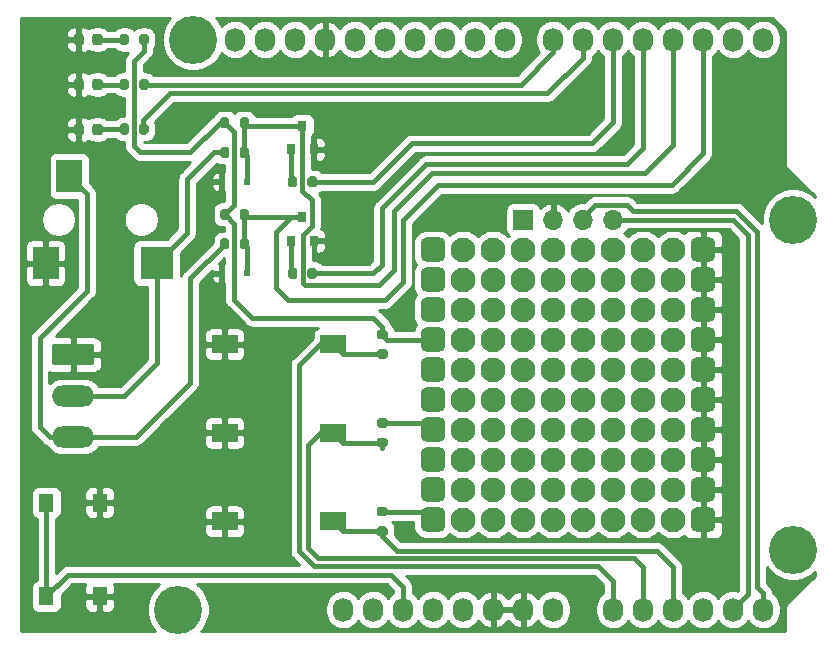
<source format=gbr>
%TF.GenerationSoftware,KiCad,Pcbnew,(5.1.9)-1*%
%TF.CreationDate,2021-10-28T18:27:29-05:00*%
%TF.ProjectId,KVLShield,4b564c53-6869-4656-9c64-2e6b69636164,1.0*%
%TF.SameCoordinates,Original*%
%TF.FileFunction,Copper,L1,Top*%
%TF.FilePolarity,Positive*%
%FSLAX46Y46*%
G04 Gerber Fmt 4.6, Leading zero omitted, Abs format (unit mm)*
G04 Created by KiCad (PCBNEW (5.1.9)-1) date 2021-10-28 18:27:29*
%MOMM*%
%LPD*%
G01*
G04 APERTURE LIST*
%TA.AperFunction,SMDPad,CuDef*%
%ADD10R,2.800000X2.800000*%
%TD*%
%TA.AperFunction,SMDPad,CuDef*%
%ADD11R,2.200000X2.800000*%
%TD*%
%TA.AperFunction,SMDPad,CuDef*%
%ADD12R,1.300000X1.550000*%
%TD*%
%TA.AperFunction,SMDPad,CuDef*%
%ADD13R,0.800000X0.900000*%
%TD*%
%TA.AperFunction,ComponentPad*%
%ADD14C,2.100000*%
%TD*%
%TA.AperFunction,SMDPad,CuDef*%
%ADD15R,2.180000X1.600000*%
%TD*%
%TA.AperFunction,SMDPad,CuDef*%
%ADD16R,0.500000X0.500000*%
%TD*%
%TA.AperFunction,ComponentPad*%
%ADD17O,3.600000X1.800000*%
%TD*%
%TA.AperFunction,ComponentPad*%
%ADD18O,1.727200X2.032000*%
%TD*%
%TA.AperFunction,ComponentPad*%
%ADD19C,4.064000*%
%TD*%
%TA.AperFunction,ComponentPad*%
%ADD20R,1.700000X1.700000*%
%TD*%
%TA.AperFunction,ComponentPad*%
%ADD21O,1.700000X1.700000*%
%TD*%
%TA.AperFunction,ViaPad*%
%ADD22C,0.800000*%
%TD*%
%TA.AperFunction,Conductor*%
%ADD23C,0.400000*%
%TD*%
%TA.AperFunction,Conductor*%
%ADD24C,0.250000*%
%TD*%
%TA.AperFunction,Conductor*%
%ADD25C,0.254000*%
%TD*%
%TA.AperFunction,Conductor*%
%ADD26C,0.100000*%
%TD*%
G04 APERTURE END LIST*
D10*
%TO.P,J3,T*%
%TO.N,/KFD_DATA*%
X123148000Y-94505000D03*
D11*
%TO.P,J3,S*%
%TO.N,GND*%
X113748000Y-94505000D03*
%TO.P,J3,R*%
%TO.N,/KFD_SENSE*%
X115748000Y-87105000D03*
%TD*%
D12*
%TO.P,SW1,2*%
%TO.N,/Reset*%
X113828000Y-122720000D03*
%TO.P,SW1,1*%
%TO.N,GND*%
X118328000Y-122720000D03*
X118328000Y-114770000D03*
%TO.P,SW1,2*%
%TO.N,/Reset*%
X113828000Y-114770000D03*
%TD*%
D13*
%TO.P,Q1,3*%
%TO.N,/3(\u002A\u002A)*%
X135498000Y-82865000D03*
%TO.P,Q1,2*%
%TO.N,GND*%
X136448000Y-84865000D03*
%TO.P,Q1,1*%
%TO.N,Net-(Q1-Pad1)*%
X134548000Y-84865000D03*
%TD*%
D14*
%TO.P, ,1*%
%TO.N,N/C*%
X166878000Y-111125000D03*
%TD*%
%TO.P, ,1*%
%TO.N,N/C*%
X166878000Y-98425000D03*
%TD*%
%TO.P, ,1*%
%TO.N,N/C*%
X166878000Y-108585000D03*
%TD*%
%TO.P, ,1*%
%TO.N,N/C*%
X166878000Y-113665000D03*
%TD*%
%TO.P, ,1*%
%TO.N,N/C*%
X166878000Y-116205000D03*
%TD*%
%TO.P, ,1*%
%TO.N,N/C*%
X166878000Y-106045000D03*
%TD*%
%TO.P, ,1*%
%TO.N,N/C*%
X166878000Y-103505000D03*
%TD*%
%TO.P, ,1*%
%TO.N,N/C*%
X166878000Y-100965000D03*
%TD*%
%TO.P, ,1*%
%TO.N,N/C*%
X166878000Y-95885000D03*
%TD*%
%TO.P, ,1*%
%TO.N,N/C*%
X166878000Y-93345000D03*
%TD*%
%TO.P, ,1*%
%TO.N,N/C*%
X164338000Y-111125000D03*
%TD*%
%TO.P, ,1*%
%TO.N,N/C*%
X164338000Y-98425000D03*
%TD*%
%TO.P, ,1*%
%TO.N,N/C*%
X164338000Y-108585000D03*
%TD*%
%TO.P, ,1*%
%TO.N,N/C*%
X164338000Y-113665000D03*
%TD*%
%TO.P, ,1*%
%TO.N,N/C*%
X164338000Y-116205000D03*
%TD*%
%TO.P, ,1*%
%TO.N,N/C*%
X164338000Y-106045000D03*
%TD*%
%TO.P, ,1*%
%TO.N,N/C*%
X164338000Y-103505000D03*
%TD*%
%TO.P, ,1*%
%TO.N,N/C*%
X164338000Y-100965000D03*
%TD*%
%TO.P, ,1*%
%TO.N,N/C*%
X164338000Y-95885000D03*
%TD*%
%TO.P, ,1*%
%TO.N,N/C*%
X164338000Y-93345000D03*
%TD*%
%TO.P, ,1*%
%TO.N,N/C*%
X161798000Y-111125000D03*
%TD*%
%TO.P, ,1*%
%TO.N,N/C*%
X161798000Y-98425000D03*
%TD*%
%TO.P, ,1*%
%TO.N,N/C*%
X161798000Y-108585000D03*
%TD*%
%TO.P, ,1*%
%TO.N,N/C*%
X161798000Y-113665000D03*
%TD*%
%TO.P, ,1*%
%TO.N,N/C*%
X161798000Y-116205000D03*
%TD*%
%TO.P, ,1*%
%TO.N,N/C*%
X161798000Y-106045000D03*
%TD*%
%TO.P, ,1*%
%TO.N,N/C*%
X161798000Y-103505000D03*
%TD*%
%TO.P, ,1*%
%TO.N,N/C*%
X161798000Y-100965000D03*
%TD*%
%TO.P, ,1*%
%TO.N,N/C*%
X161798000Y-95885000D03*
%TD*%
%TO.P, ,1*%
%TO.N,N/C*%
X161798000Y-93345000D03*
%TD*%
%TO.P, ,1*%
%TO.N,N/C*%
X159258000Y-111125000D03*
%TD*%
%TO.P, ,1*%
%TO.N,N/C*%
X159258000Y-98425000D03*
%TD*%
%TO.P, ,1*%
%TO.N,N/C*%
X159258000Y-108585000D03*
%TD*%
%TO.P, ,1*%
%TO.N,N/C*%
X159258000Y-113665000D03*
%TD*%
%TO.P, ,1*%
%TO.N,N/C*%
X159258000Y-116205000D03*
%TD*%
%TO.P, ,1*%
%TO.N,N/C*%
X159258000Y-106045000D03*
%TD*%
%TO.P, ,1*%
%TO.N,N/C*%
X159258000Y-103505000D03*
%TD*%
%TO.P, ,1*%
%TO.N,N/C*%
X159258000Y-100965000D03*
%TD*%
%TO.P, ,1*%
%TO.N,N/C*%
X159258000Y-95885000D03*
%TD*%
%TO.P, ,1*%
%TO.N,N/C*%
X159258000Y-93345000D03*
%TD*%
%TO.P, ,1*%
%TO.N,N/C*%
X156718000Y-111125000D03*
%TD*%
%TO.P, ,1*%
%TO.N,N/C*%
X156718000Y-98425000D03*
%TD*%
%TO.P, ,1*%
%TO.N,N/C*%
X156718000Y-108585000D03*
%TD*%
%TO.P, ,1*%
%TO.N,N/C*%
X156718000Y-113665000D03*
%TD*%
%TO.P, ,1*%
%TO.N,N/C*%
X156718000Y-116205000D03*
%TD*%
%TO.P, ,1*%
%TO.N,N/C*%
X156718000Y-106045000D03*
%TD*%
%TO.P, ,1*%
%TO.N,N/C*%
X156718000Y-103505000D03*
%TD*%
%TO.P, ,1*%
%TO.N,N/C*%
X156718000Y-100965000D03*
%TD*%
%TO.P, ,1*%
%TO.N,N/C*%
X156718000Y-95885000D03*
%TD*%
%TO.P, ,1*%
%TO.N,N/C*%
X156718000Y-93345000D03*
%TD*%
%TO.P, ,1*%
%TO.N,N/C*%
X154178000Y-111125000D03*
%TD*%
%TO.P, ,1*%
%TO.N,N/C*%
X154178000Y-98425000D03*
%TD*%
%TO.P, ,1*%
%TO.N,N/C*%
X154178000Y-108585000D03*
%TD*%
%TO.P, ,1*%
%TO.N,N/C*%
X154178000Y-113665000D03*
%TD*%
%TO.P, ,1*%
%TO.N,N/C*%
X154178000Y-116205000D03*
%TD*%
%TO.P, ,1*%
%TO.N,N/C*%
X154178000Y-106045000D03*
%TD*%
%TO.P, ,1*%
%TO.N,N/C*%
X154178000Y-103505000D03*
%TD*%
%TO.P, ,1*%
%TO.N,N/C*%
X154178000Y-100965000D03*
%TD*%
%TO.P, ,1*%
%TO.N,N/C*%
X154178000Y-95885000D03*
%TD*%
%TO.P, ,1*%
%TO.N,N/C*%
X154178000Y-93345000D03*
%TD*%
%TO.P, ,1*%
%TO.N,N/C*%
X151638000Y-111125000D03*
%TD*%
%TO.P, ,1*%
%TO.N,N/C*%
X151638000Y-98425000D03*
%TD*%
%TO.P, ,1*%
%TO.N,N/C*%
X151638000Y-108585000D03*
%TD*%
%TO.P, ,1*%
%TO.N,N/C*%
X151638000Y-113665000D03*
%TD*%
%TO.P, ,1*%
%TO.N,N/C*%
X151638000Y-116205000D03*
%TD*%
%TO.P, ,1*%
%TO.N,N/C*%
X151638000Y-106045000D03*
%TD*%
%TO.P, ,1*%
%TO.N,N/C*%
X151638000Y-103505000D03*
%TD*%
%TO.P, ,1*%
%TO.N,N/C*%
X151638000Y-100965000D03*
%TD*%
%TO.P, ,1*%
%TO.N,N/C*%
X151638000Y-95885000D03*
%TD*%
%TO.P, ,1*%
%TO.N,N/C*%
X151638000Y-93345000D03*
%TD*%
%TO.P, ,1*%
%TO.N,N/C*%
X149098000Y-116205000D03*
%TD*%
%TO.P, ,1*%
%TO.N,N/C*%
X149098000Y-113665000D03*
%TD*%
%TO.P, ,1*%
%TO.N,N/C*%
X149098000Y-111125000D03*
%TD*%
%TO.P, ,1*%
%TO.N,N/C*%
X149098000Y-108585000D03*
%TD*%
%TO.P, ,1*%
%TO.N,N/C*%
X149098000Y-106045000D03*
%TD*%
%TO.P, ,1*%
%TO.N,N/C*%
X149098000Y-103505000D03*
%TD*%
%TO.P, ,1*%
%TO.N,N/C*%
X149098000Y-100965000D03*
%TD*%
%TO.P, ,1*%
%TO.N,N/C*%
X149098000Y-98425000D03*
%TD*%
%TO.P, ,1*%
%TO.N,N/C*%
X149098000Y-95885000D03*
%TD*%
%TO.P, ,1*%
%TO.N,GND*%
%TA.AperFunction,ComponentPad*%
G36*
G01*
X168368000Y-116730000D02*
X168368000Y-115680000D01*
G75*
G02*
X168893000Y-115155000I525000J0D01*
G01*
X169943000Y-115155000D01*
G75*
G02*
X170468000Y-115680000I0J-525000D01*
G01*
X170468000Y-116730000D01*
G75*
G02*
X169943000Y-117255000I-525000J0D01*
G01*
X168893000Y-117255000D01*
G75*
G02*
X168368000Y-116730000I0J525000D01*
G01*
G37*
%TD.AperFunction*%
%TD*%
%TO.P, ,1*%
%TO.N,GND*%
%TA.AperFunction,ComponentPad*%
G36*
G01*
X168368000Y-114190000D02*
X168368000Y-113140000D01*
G75*
G02*
X168893000Y-112615000I525000J0D01*
G01*
X169943000Y-112615000D01*
G75*
G02*
X170468000Y-113140000I0J-525000D01*
G01*
X170468000Y-114190000D01*
G75*
G02*
X169943000Y-114715000I-525000J0D01*
G01*
X168893000Y-114715000D01*
G75*
G02*
X168368000Y-114190000I0J525000D01*
G01*
G37*
%TD.AperFunction*%
%TD*%
%TO.P, ,1*%
%TO.N,GND*%
%TA.AperFunction,ComponentPad*%
G36*
G01*
X168368000Y-111650000D02*
X168368000Y-110600000D01*
G75*
G02*
X168893000Y-110075000I525000J0D01*
G01*
X169943000Y-110075000D01*
G75*
G02*
X170468000Y-110600000I0J-525000D01*
G01*
X170468000Y-111650000D01*
G75*
G02*
X169943000Y-112175000I-525000J0D01*
G01*
X168893000Y-112175000D01*
G75*
G02*
X168368000Y-111650000I0J525000D01*
G01*
G37*
%TD.AperFunction*%
%TD*%
%TO.P, ,1*%
%TO.N,GND*%
%TA.AperFunction,ComponentPad*%
G36*
G01*
X168368000Y-109110000D02*
X168368000Y-108060000D01*
G75*
G02*
X168893000Y-107535000I525000J0D01*
G01*
X169943000Y-107535000D01*
G75*
G02*
X170468000Y-108060000I0J-525000D01*
G01*
X170468000Y-109110000D01*
G75*
G02*
X169943000Y-109635000I-525000J0D01*
G01*
X168893000Y-109635000D01*
G75*
G02*
X168368000Y-109110000I0J525000D01*
G01*
G37*
%TD.AperFunction*%
%TD*%
%TO.P, ,1*%
%TO.N,GND*%
%TA.AperFunction,ComponentPad*%
G36*
G01*
X168368000Y-106570000D02*
X168368000Y-105520000D01*
G75*
G02*
X168893000Y-104995000I525000J0D01*
G01*
X169943000Y-104995000D01*
G75*
G02*
X170468000Y-105520000I0J-525000D01*
G01*
X170468000Y-106570000D01*
G75*
G02*
X169943000Y-107095000I-525000J0D01*
G01*
X168893000Y-107095000D01*
G75*
G02*
X168368000Y-106570000I0J525000D01*
G01*
G37*
%TD.AperFunction*%
%TD*%
%TO.P, ,1*%
%TO.N,GND*%
%TA.AperFunction,ComponentPad*%
G36*
G01*
X168368000Y-104030000D02*
X168368000Y-102980000D01*
G75*
G02*
X168893000Y-102455000I525000J0D01*
G01*
X169943000Y-102455000D01*
G75*
G02*
X170468000Y-102980000I0J-525000D01*
G01*
X170468000Y-104030000D01*
G75*
G02*
X169943000Y-104555000I-525000J0D01*
G01*
X168893000Y-104555000D01*
G75*
G02*
X168368000Y-104030000I0J525000D01*
G01*
G37*
%TD.AperFunction*%
%TD*%
%TO.P, ,1*%
%TO.N,GND*%
%TA.AperFunction,ComponentPad*%
G36*
G01*
X168368000Y-101490000D02*
X168368000Y-100440000D01*
G75*
G02*
X168893000Y-99915000I525000J0D01*
G01*
X169943000Y-99915000D01*
G75*
G02*
X170468000Y-100440000I0J-525000D01*
G01*
X170468000Y-101490000D01*
G75*
G02*
X169943000Y-102015000I-525000J0D01*
G01*
X168893000Y-102015000D01*
G75*
G02*
X168368000Y-101490000I0J525000D01*
G01*
G37*
%TD.AperFunction*%
%TD*%
%TO.P, ,1*%
%TO.N,GND*%
%TA.AperFunction,ComponentPad*%
G36*
G01*
X168368000Y-98950000D02*
X168368000Y-97900000D01*
G75*
G02*
X168893000Y-97375000I525000J0D01*
G01*
X169943000Y-97375000D01*
G75*
G02*
X170468000Y-97900000I0J-525000D01*
G01*
X170468000Y-98950000D01*
G75*
G02*
X169943000Y-99475000I-525000J0D01*
G01*
X168893000Y-99475000D01*
G75*
G02*
X168368000Y-98950000I0J525000D01*
G01*
G37*
%TD.AperFunction*%
%TD*%
%TO.P, ,1*%
%TO.N,GND*%
%TA.AperFunction,ComponentPad*%
G36*
G01*
X168368000Y-96410000D02*
X168368000Y-95360000D01*
G75*
G02*
X168893000Y-94835000I525000J0D01*
G01*
X169943000Y-94835000D01*
G75*
G02*
X170468000Y-95360000I0J-525000D01*
G01*
X170468000Y-96410000D01*
G75*
G02*
X169943000Y-96935000I-525000J0D01*
G01*
X168893000Y-96935000D01*
G75*
G02*
X168368000Y-96410000I0J525000D01*
G01*
G37*
%TD.AperFunction*%
%TD*%
%TO.P, ,1*%
%TO.N,+5V*%
%TA.AperFunction,ComponentPad*%
G36*
G01*
X145508000Y-116730000D02*
X145508000Y-115680000D01*
G75*
G02*
X146033000Y-115155000I525000J0D01*
G01*
X147083000Y-115155000D01*
G75*
G02*
X147608000Y-115680000I0J-525000D01*
G01*
X147608000Y-116730000D01*
G75*
G02*
X147083000Y-117255000I-525000J0D01*
G01*
X146033000Y-117255000D01*
G75*
G02*
X145508000Y-116730000I0J525000D01*
G01*
G37*
%TD.AperFunction*%
%TD*%
%TO.P, ,1*%
%TO.N,+5V*%
%TA.AperFunction,ComponentPad*%
G36*
G01*
X145508000Y-114190000D02*
X145508000Y-113140000D01*
G75*
G02*
X146033000Y-112615000I525000J0D01*
G01*
X147083000Y-112615000D01*
G75*
G02*
X147608000Y-113140000I0J-525000D01*
G01*
X147608000Y-114190000D01*
G75*
G02*
X147083000Y-114715000I-525000J0D01*
G01*
X146033000Y-114715000D01*
G75*
G02*
X145508000Y-114190000I0J525000D01*
G01*
G37*
%TD.AperFunction*%
%TD*%
%TO.P, ,1*%
%TO.N,+5V*%
%TA.AperFunction,ComponentPad*%
G36*
G01*
X145508000Y-111650000D02*
X145508000Y-110600000D01*
G75*
G02*
X146033000Y-110075000I525000J0D01*
G01*
X147083000Y-110075000D01*
G75*
G02*
X147608000Y-110600000I0J-525000D01*
G01*
X147608000Y-111650000D01*
G75*
G02*
X147083000Y-112175000I-525000J0D01*
G01*
X146033000Y-112175000D01*
G75*
G02*
X145508000Y-111650000I0J525000D01*
G01*
G37*
%TD.AperFunction*%
%TD*%
%TO.P, ,1*%
%TO.N,+5V*%
%TA.AperFunction,ComponentPad*%
G36*
G01*
X145508000Y-109110000D02*
X145508000Y-108060000D01*
G75*
G02*
X146033000Y-107535000I525000J0D01*
G01*
X147083000Y-107535000D01*
G75*
G02*
X147608000Y-108060000I0J-525000D01*
G01*
X147608000Y-109110000D01*
G75*
G02*
X147083000Y-109635000I-525000J0D01*
G01*
X146033000Y-109635000D01*
G75*
G02*
X145508000Y-109110000I0J525000D01*
G01*
G37*
%TD.AperFunction*%
%TD*%
%TO.P, ,1*%
%TO.N,+5V*%
%TA.AperFunction,ComponentPad*%
G36*
G01*
X145508000Y-106570000D02*
X145508000Y-105520000D01*
G75*
G02*
X146033000Y-104995000I525000J0D01*
G01*
X147083000Y-104995000D01*
G75*
G02*
X147608000Y-105520000I0J-525000D01*
G01*
X147608000Y-106570000D01*
G75*
G02*
X147083000Y-107095000I-525000J0D01*
G01*
X146033000Y-107095000D01*
G75*
G02*
X145508000Y-106570000I0J525000D01*
G01*
G37*
%TD.AperFunction*%
%TD*%
%TO.P, ,1*%
%TO.N,+5V*%
%TA.AperFunction,ComponentPad*%
G36*
G01*
X145508000Y-104030000D02*
X145508000Y-102980000D01*
G75*
G02*
X146033000Y-102455000I525000J0D01*
G01*
X147083000Y-102455000D01*
G75*
G02*
X147608000Y-102980000I0J-525000D01*
G01*
X147608000Y-104030000D01*
G75*
G02*
X147083000Y-104555000I-525000J0D01*
G01*
X146033000Y-104555000D01*
G75*
G02*
X145508000Y-104030000I0J525000D01*
G01*
G37*
%TD.AperFunction*%
%TD*%
%TO.P, ,1*%
%TO.N,+5V*%
%TA.AperFunction,ComponentPad*%
G36*
G01*
X145508000Y-101490000D02*
X145508000Y-100440000D01*
G75*
G02*
X146033000Y-99915000I525000J0D01*
G01*
X147083000Y-99915000D01*
G75*
G02*
X147608000Y-100440000I0J-525000D01*
G01*
X147608000Y-101490000D01*
G75*
G02*
X147083000Y-102015000I-525000J0D01*
G01*
X146033000Y-102015000D01*
G75*
G02*
X145508000Y-101490000I0J525000D01*
G01*
G37*
%TD.AperFunction*%
%TD*%
%TO.P, ,1*%
%TO.N,+5V*%
%TA.AperFunction,ComponentPad*%
G36*
G01*
X145508000Y-98950000D02*
X145508000Y-97900000D01*
G75*
G02*
X146033000Y-97375000I525000J0D01*
G01*
X147083000Y-97375000D01*
G75*
G02*
X147608000Y-97900000I0J-525000D01*
G01*
X147608000Y-98950000D01*
G75*
G02*
X147083000Y-99475000I-525000J0D01*
G01*
X146033000Y-99475000D01*
G75*
G02*
X145508000Y-98950000I0J525000D01*
G01*
G37*
%TD.AperFunction*%
%TD*%
%TO.P, ,1*%
%TO.N,+5V*%
%TA.AperFunction,ComponentPad*%
G36*
G01*
X145508000Y-96410000D02*
X145508000Y-95360000D01*
G75*
G02*
X146033000Y-94835000I525000J0D01*
G01*
X147083000Y-94835000D01*
G75*
G02*
X147608000Y-95360000I0J-525000D01*
G01*
X147608000Y-96410000D01*
G75*
G02*
X147083000Y-96935000I-525000J0D01*
G01*
X146033000Y-96935000D01*
G75*
G02*
X145508000Y-96410000I0J525000D01*
G01*
G37*
%TD.AperFunction*%
%TD*%
%TO.P, ,1*%
%TO.N,GND*%
%TA.AperFunction,ComponentPad*%
G36*
G01*
X168368000Y-93870000D02*
X168368000Y-92820000D01*
G75*
G02*
X168893000Y-92295000I525000J0D01*
G01*
X169943000Y-92295000D01*
G75*
G02*
X170468000Y-92820000I0J-525000D01*
G01*
X170468000Y-93870000D01*
G75*
G02*
X169943000Y-94395000I-525000J0D01*
G01*
X168893000Y-94395000D01*
G75*
G02*
X168368000Y-93870000I0J525000D01*
G01*
G37*
%TD.AperFunction*%
%TD*%
%TO.P, ,1*%
%TO.N,N/C*%
X149098000Y-93345000D03*
%TD*%
%TO.P, ,1*%
%TO.N,+5V*%
%TA.AperFunction,ComponentPad*%
G36*
G01*
X145508000Y-93870000D02*
X145508000Y-92820000D01*
G75*
G02*
X146033000Y-92295000I525000J0D01*
G01*
X147083000Y-92295000D01*
G75*
G02*
X147608000Y-92820000I0J-525000D01*
G01*
X147608000Y-93870000D01*
G75*
G02*
X147083000Y-94395000I-525000J0D01*
G01*
X146033000Y-94395000D01*
G75*
G02*
X145508000Y-93870000I0J525000D01*
G01*
G37*
%TD.AperFunction*%
%TD*%
D15*
%TO.P,SW4,2*%
%TO.N,/A2*%
X138088000Y-116365000D03*
%TO.P,SW4,1*%
%TO.N,GND*%
X128908000Y-116365000D03*
%TD*%
%TO.P,SW3,2*%
%TO.N,/A1*%
X138088000Y-108865000D03*
%TO.P,SW3,1*%
%TO.N,GND*%
X128908000Y-108865000D03*
%TD*%
%TO.P,SW2,2*%
%TO.N,/A0*%
X138088000Y-101365000D03*
%TO.P,SW2,1*%
%TO.N,GND*%
X128908000Y-101365000D03*
%TD*%
%TO.P,R12,2*%
%TO.N,/A2*%
%TA.AperFunction,SMDPad,CuDef*%
G36*
G01*
X141973000Y-116790000D02*
X142523000Y-116790000D01*
G75*
G02*
X142723000Y-116990000I0J-200000D01*
G01*
X142723000Y-117390000D01*
G75*
G02*
X142523000Y-117590000I-200000J0D01*
G01*
X141973000Y-117590000D01*
G75*
G02*
X141773000Y-117390000I0J200000D01*
G01*
X141773000Y-116990000D01*
G75*
G02*
X141973000Y-116790000I200000J0D01*
G01*
G37*
%TD.AperFunction*%
%TO.P,R12,1*%
%TO.N,+5V*%
%TA.AperFunction,SMDPad,CuDef*%
G36*
G01*
X141973000Y-115140000D02*
X142523000Y-115140000D01*
G75*
G02*
X142723000Y-115340000I0J-200000D01*
G01*
X142723000Y-115740000D01*
G75*
G02*
X142523000Y-115940000I-200000J0D01*
G01*
X141973000Y-115940000D01*
G75*
G02*
X141773000Y-115740000I0J200000D01*
G01*
X141773000Y-115340000D01*
G75*
G02*
X141973000Y-115140000I200000J0D01*
G01*
G37*
%TD.AperFunction*%
%TD*%
%TO.P,R11,2*%
%TO.N,/A1*%
%TA.AperFunction,SMDPad,CuDef*%
G36*
G01*
X141973000Y-109290000D02*
X142523000Y-109290000D01*
G75*
G02*
X142723000Y-109490000I0J-200000D01*
G01*
X142723000Y-109890000D01*
G75*
G02*
X142523000Y-110090000I-200000J0D01*
G01*
X141973000Y-110090000D01*
G75*
G02*
X141773000Y-109890000I0J200000D01*
G01*
X141773000Y-109490000D01*
G75*
G02*
X141973000Y-109290000I200000J0D01*
G01*
G37*
%TD.AperFunction*%
%TO.P,R11,1*%
%TO.N,+5V*%
%TA.AperFunction,SMDPad,CuDef*%
G36*
G01*
X141973000Y-107640000D02*
X142523000Y-107640000D01*
G75*
G02*
X142723000Y-107840000I0J-200000D01*
G01*
X142723000Y-108240000D01*
G75*
G02*
X142523000Y-108440000I-200000J0D01*
G01*
X141973000Y-108440000D01*
G75*
G02*
X141773000Y-108240000I0J200000D01*
G01*
X141773000Y-107840000D01*
G75*
G02*
X141973000Y-107640000I200000J0D01*
G01*
G37*
%TD.AperFunction*%
%TD*%
%TO.P,R10,2*%
%TO.N,/A0*%
%TA.AperFunction,SMDPad,CuDef*%
G36*
G01*
X141973000Y-101790000D02*
X142523000Y-101790000D01*
G75*
G02*
X142723000Y-101990000I0J-200000D01*
G01*
X142723000Y-102390000D01*
G75*
G02*
X142523000Y-102590000I-200000J0D01*
G01*
X141973000Y-102590000D01*
G75*
G02*
X141773000Y-102390000I0J200000D01*
G01*
X141773000Y-101990000D01*
G75*
G02*
X141973000Y-101790000I200000J0D01*
G01*
G37*
%TD.AperFunction*%
%TO.P,R10,1*%
%TO.N,+5V*%
%TA.AperFunction,SMDPad,CuDef*%
G36*
G01*
X141973000Y-100140000D02*
X142523000Y-100140000D01*
G75*
G02*
X142723000Y-100340000I0J-200000D01*
G01*
X142723000Y-100740000D01*
G75*
G02*
X142523000Y-100940000I-200000J0D01*
G01*
X141973000Y-100940000D01*
G75*
G02*
X141773000Y-100740000I0J200000D01*
G01*
X141773000Y-100340000D01*
G75*
G02*
X141973000Y-100140000I200000J0D01*
G01*
G37*
%TD.AperFunction*%
%TD*%
D16*
%TO.P,D2,2*%
%TO.N,GND*%
X128648000Y-95365000D03*
%TO.P,D2,1*%
%TO.N,/2*%
X130848000Y-95365000D03*
%TD*%
%TO.P,D1,2*%
%TO.N,GND*%
X128648000Y-87615000D03*
%TO.P,D1,1*%
%TO.N,/3(\u002A\u002A)*%
X130848000Y-87615000D03*
%TD*%
D17*
%TO.P,J1,3*%
%TO.N,/KFD_SENSE*%
X116078000Y-109235000D03*
%TO.P,J1,2*%
%TO.N,/KFD_DATA*%
X116078000Y-105735000D03*
%TO.P,J1,1*%
%TO.N,GND*%
%TA.AperFunction,ComponentPad*%
G36*
G01*
X114528000Y-101335000D02*
X117628000Y-101335000D01*
G75*
G02*
X117878000Y-101585000I0J-250000D01*
G01*
X117878000Y-102885000D01*
G75*
G02*
X117628000Y-103135000I-250000J0D01*
G01*
X114528000Y-103135000D01*
G75*
G02*
X114278000Y-102885000I0J250000D01*
G01*
X114278000Y-101585000D01*
G75*
G02*
X114528000Y-101335000I250000J0D01*
G01*
G37*
%TD.AperFunction*%
%TD*%
%TO.P,R9,2*%
%TO.N,Net-(D5-Pad2)*%
%TA.AperFunction,SMDPad,CuDef*%
G36*
G01*
X120823000Y-82870000D02*
X120823000Y-83420000D01*
G75*
G02*
X120623000Y-83620000I-200000J0D01*
G01*
X120223000Y-83620000D01*
G75*
G02*
X120023000Y-83420000I0J200000D01*
G01*
X120023000Y-82870000D01*
G75*
G02*
X120223000Y-82670000I200000J0D01*
G01*
X120623000Y-82670000D01*
G75*
G02*
X120823000Y-82870000I0J-200000D01*
G01*
G37*
%TD.AperFunction*%
%TO.P,R9,1*%
%TO.N,/6(\u002A\u002A)*%
%TA.AperFunction,SMDPad,CuDef*%
G36*
G01*
X122473000Y-82870000D02*
X122473000Y-83420000D01*
G75*
G02*
X122273000Y-83620000I-200000J0D01*
G01*
X121873000Y-83620000D01*
G75*
G02*
X121673000Y-83420000I0J200000D01*
G01*
X121673000Y-82870000D01*
G75*
G02*
X121873000Y-82670000I200000J0D01*
G01*
X122273000Y-82670000D01*
G75*
G02*
X122473000Y-82870000I0J-200000D01*
G01*
G37*
%TD.AperFunction*%
%TD*%
%TO.P,D5,2*%
%TO.N,Net-(D5-Pad2)*%
%TA.AperFunction,SMDPad,CuDef*%
G36*
G01*
X117698000Y-83441250D02*
X117698000Y-82928750D01*
G75*
G02*
X117916750Y-82710000I218750J0D01*
G01*
X118354250Y-82710000D01*
G75*
G02*
X118573000Y-82928750I0J-218750D01*
G01*
X118573000Y-83441250D01*
G75*
G02*
X118354250Y-83660000I-218750J0D01*
G01*
X117916750Y-83660000D01*
G75*
G02*
X117698000Y-83441250I0J218750D01*
G01*
G37*
%TD.AperFunction*%
%TO.P,D5,1*%
%TO.N,GND*%
%TA.AperFunction,SMDPad,CuDef*%
G36*
G01*
X116123000Y-83441250D02*
X116123000Y-82928750D01*
G75*
G02*
X116341750Y-82710000I218750J0D01*
G01*
X116779250Y-82710000D01*
G75*
G02*
X116998000Y-82928750I0J-218750D01*
G01*
X116998000Y-83441250D01*
G75*
G02*
X116779250Y-83660000I-218750J0D01*
G01*
X116341750Y-83660000D01*
G75*
G02*
X116123000Y-83441250I0J218750D01*
G01*
G37*
%TD.AperFunction*%
%TD*%
%TO.P,D4,2*%
%TO.N,Net-(D4-Pad2)*%
%TA.AperFunction,SMDPad,CuDef*%
G36*
G01*
X117698000Y-79631250D02*
X117698000Y-79118750D01*
G75*
G02*
X117916750Y-78900000I218750J0D01*
G01*
X118354250Y-78900000D01*
G75*
G02*
X118573000Y-79118750I0J-218750D01*
G01*
X118573000Y-79631250D01*
G75*
G02*
X118354250Y-79850000I-218750J0D01*
G01*
X117916750Y-79850000D01*
G75*
G02*
X117698000Y-79631250I0J218750D01*
G01*
G37*
%TD.AperFunction*%
%TO.P,D4,1*%
%TO.N,GND*%
%TA.AperFunction,SMDPad,CuDef*%
G36*
G01*
X116123000Y-79631250D02*
X116123000Y-79118750D01*
G75*
G02*
X116341750Y-78900000I218750J0D01*
G01*
X116779250Y-78900000D01*
G75*
G02*
X116998000Y-79118750I0J-218750D01*
G01*
X116998000Y-79631250D01*
G75*
G02*
X116779250Y-79850000I-218750J0D01*
G01*
X116341750Y-79850000D01*
G75*
G02*
X116123000Y-79631250I0J218750D01*
G01*
G37*
%TD.AperFunction*%
%TD*%
%TO.P,D3,2*%
%TO.N,Net-(D3-Pad2)*%
%TA.AperFunction,SMDPad,CuDef*%
G36*
G01*
X117698000Y-75821250D02*
X117698000Y-75308750D01*
G75*
G02*
X117916750Y-75090000I218750J0D01*
G01*
X118354250Y-75090000D01*
G75*
G02*
X118573000Y-75308750I0J-218750D01*
G01*
X118573000Y-75821250D01*
G75*
G02*
X118354250Y-76040000I-218750J0D01*
G01*
X117916750Y-76040000D01*
G75*
G02*
X117698000Y-75821250I0J218750D01*
G01*
G37*
%TD.AperFunction*%
%TO.P,D3,1*%
%TO.N,GND*%
%TA.AperFunction,SMDPad,CuDef*%
G36*
G01*
X116123000Y-75821250D02*
X116123000Y-75308750D01*
G75*
G02*
X116341750Y-75090000I218750J0D01*
G01*
X116779250Y-75090000D01*
G75*
G02*
X116998000Y-75308750I0J-218750D01*
G01*
X116998000Y-75821250D01*
G75*
G02*
X116779250Y-76040000I-218750J0D01*
G01*
X116341750Y-76040000D01*
G75*
G02*
X116123000Y-75821250I0J218750D01*
G01*
G37*
%TD.AperFunction*%
%TD*%
D13*
%TO.P,Q2,3*%
%TO.N,/2*%
X135498000Y-90615000D03*
%TO.P,Q2,2*%
%TO.N,GND*%
X136448000Y-92615000D03*
%TO.P,Q2,1*%
%TO.N,Net-(Q2-Pad1)*%
X134548000Y-92615000D03*
%TD*%
%TO.P,R8,2*%
%TO.N,Net-(D4-Pad2)*%
%TA.AperFunction,SMDPad,CuDef*%
G36*
G01*
X120823000Y-79100000D02*
X120823000Y-79650000D01*
G75*
G02*
X120623000Y-79850000I-200000J0D01*
G01*
X120223000Y-79850000D01*
G75*
G02*
X120023000Y-79650000I0J200000D01*
G01*
X120023000Y-79100000D01*
G75*
G02*
X120223000Y-78900000I200000J0D01*
G01*
X120623000Y-78900000D01*
G75*
G02*
X120823000Y-79100000I0J-200000D01*
G01*
G37*
%TD.AperFunction*%
%TO.P,R8,1*%
%TO.N,/7*%
%TA.AperFunction,SMDPad,CuDef*%
G36*
G01*
X122473000Y-79100000D02*
X122473000Y-79650000D01*
G75*
G02*
X122273000Y-79850000I-200000J0D01*
G01*
X121873000Y-79850000D01*
G75*
G02*
X121673000Y-79650000I0J200000D01*
G01*
X121673000Y-79100000D01*
G75*
G02*
X121873000Y-78900000I200000J0D01*
G01*
X122273000Y-78900000D01*
G75*
G02*
X122473000Y-79100000I0J-200000D01*
G01*
G37*
%TD.AperFunction*%
%TD*%
%TO.P,R7,2*%
%TO.N,Net-(D3-Pad2)*%
%TA.AperFunction,SMDPad,CuDef*%
G36*
G01*
X120823000Y-75290000D02*
X120823000Y-75840000D01*
G75*
G02*
X120623000Y-76040000I-200000J0D01*
G01*
X120223000Y-76040000D01*
G75*
G02*
X120023000Y-75840000I0J200000D01*
G01*
X120023000Y-75290000D01*
G75*
G02*
X120223000Y-75090000I200000J0D01*
G01*
X120623000Y-75090000D01*
G75*
G02*
X120823000Y-75290000I0J-200000D01*
G01*
G37*
%TD.AperFunction*%
%TO.P,R7,1*%
%TO.N,+5V*%
%TA.AperFunction,SMDPad,CuDef*%
G36*
G01*
X122473000Y-75290000D02*
X122473000Y-75840000D01*
G75*
G02*
X122273000Y-76040000I-200000J0D01*
G01*
X121873000Y-76040000D01*
G75*
G02*
X121673000Y-75840000I0J200000D01*
G01*
X121673000Y-75290000D01*
G75*
G02*
X121873000Y-75090000I200000J0D01*
G01*
X122273000Y-75090000D01*
G75*
G02*
X122473000Y-75290000I0J-200000D01*
G01*
G37*
%TD.AperFunction*%
%TD*%
%TO.P,R6,2*%
%TO.N,Net-(Q2-Pad1)*%
%TA.AperFunction,SMDPad,CuDef*%
G36*
G01*
X135073000Y-95090000D02*
X135073000Y-95640000D01*
G75*
G02*
X134873000Y-95840000I-200000J0D01*
G01*
X134473000Y-95840000D01*
G75*
G02*
X134273000Y-95640000I0J200000D01*
G01*
X134273000Y-95090000D01*
G75*
G02*
X134473000Y-94890000I200000J0D01*
G01*
X134873000Y-94890000D01*
G75*
G02*
X135073000Y-95090000I0J-200000D01*
G01*
G37*
%TD.AperFunction*%
%TO.P,R6,1*%
%TO.N,/4*%
%TA.AperFunction,SMDPad,CuDef*%
G36*
G01*
X136723000Y-95090000D02*
X136723000Y-95640000D01*
G75*
G02*
X136523000Y-95840000I-200000J0D01*
G01*
X136123000Y-95840000D01*
G75*
G02*
X135923000Y-95640000I0J200000D01*
G01*
X135923000Y-95090000D01*
G75*
G02*
X136123000Y-94890000I200000J0D01*
G01*
X136523000Y-94890000D01*
G75*
G02*
X136723000Y-95090000I0J-200000D01*
G01*
G37*
%TD.AperFunction*%
%TD*%
%TO.P,R5,2*%
%TO.N,/2*%
%TA.AperFunction,SMDPad,CuDef*%
G36*
G01*
X130173000Y-93140000D02*
X130173000Y-92590000D01*
G75*
G02*
X130373000Y-92390000I200000J0D01*
G01*
X130773000Y-92390000D01*
G75*
G02*
X130973000Y-92590000I0J-200000D01*
G01*
X130973000Y-93140000D01*
G75*
G02*
X130773000Y-93340000I-200000J0D01*
G01*
X130373000Y-93340000D01*
G75*
G02*
X130173000Y-93140000I0J200000D01*
G01*
G37*
%TD.AperFunction*%
%TO.P,R5,1*%
%TO.N,/KFD_SENSE*%
%TA.AperFunction,SMDPad,CuDef*%
G36*
G01*
X128523000Y-93140000D02*
X128523000Y-92590000D01*
G75*
G02*
X128723000Y-92390000I200000J0D01*
G01*
X129123000Y-92390000D01*
G75*
G02*
X129323000Y-92590000I0J-200000D01*
G01*
X129323000Y-93140000D01*
G75*
G02*
X129123000Y-93340000I-200000J0D01*
G01*
X128723000Y-93340000D01*
G75*
G02*
X128523000Y-93140000I0J200000D01*
G01*
G37*
%TD.AperFunction*%
%TD*%
%TO.P,R4,2*%
%TO.N,/2*%
%TA.AperFunction,SMDPad,CuDef*%
G36*
G01*
X130173000Y-90640000D02*
X130173000Y-90090000D01*
G75*
G02*
X130373000Y-89890000I200000J0D01*
G01*
X130773000Y-89890000D01*
G75*
G02*
X130973000Y-90090000I0J-200000D01*
G01*
X130973000Y-90640000D01*
G75*
G02*
X130773000Y-90840000I-200000J0D01*
G01*
X130373000Y-90840000D01*
G75*
G02*
X130173000Y-90640000I0J200000D01*
G01*
G37*
%TD.AperFunction*%
%TO.P,R4,1*%
%TO.N,+5V*%
%TA.AperFunction,SMDPad,CuDef*%
G36*
G01*
X128523000Y-90640000D02*
X128523000Y-90090000D01*
G75*
G02*
X128723000Y-89890000I200000J0D01*
G01*
X129123000Y-89890000D01*
G75*
G02*
X129323000Y-90090000I0J-200000D01*
G01*
X129323000Y-90640000D01*
G75*
G02*
X129123000Y-90840000I-200000J0D01*
G01*
X128723000Y-90840000D01*
G75*
G02*
X128523000Y-90640000I0J200000D01*
G01*
G37*
%TD.AperFunction*%
%TD*%
%TO.P,R3,2*%
%TO.N,Net-(Q1-Pad1)*%
%TA.AperFunction,SMDPad,CuDef*%
G36*
G01*
X135073000Y-87340000D02*
X135073000Y-87890000D01*
G75*
G02*
X134873000Y-88090000I-200000J0D01*
G01*
X134473000Y-88090000D01*
G75*
G02*
X134273000Y-87890000I0J200000D01*
G01*
X134273000Y-87340000D01*
G75*
G02*
X134473000Y-87140000I200000J0D01*
G01*
X134873000Y-87140000D01*
G75*
G02*
X135073000Y-87340000I0J-200000D01*
G01*
G37*
%TD.AperFunction*%
%TO.P,R3,1*%
%TO.N,/5(\u002A\u002A)*%
%TA.AperFunction,SMDPad,CuDef*%
G36*
G01*
X136723000Y-87340000D02*
X136723000Y-87890000D01*
G75*
G02*
X136523000Y-88090000I-200000J0D01*
G01*
X136123000Y-88090000D01*
G75*
G02*
X135923000Y-87890000I0J200000D01*
G01*
X135923000Y-87340000D01*
G75*
G02*
X136123000Y-87140000I200000J0D01*
G01*
X136523000Y-87140000D01*
G75*
G02*
X136723000Y-87340000I0J-200000D01*
G01*
G37*
%TD.AperFunction*%
%TD*%
%TO.P,R2,2*%
%TO.N,/3(\u002A\u002A)*%
%TA.AperFunction,SMDPad,CuDef*%
G36*
G01*
X130173000Y-85390000D02*
X130173000Y-84840000D01*
G75*
G02*
X130373000Y-84640000I200000J0D01*
G01*
X130773000Y-84640000D01*
G75*
G02*
X130973000Y-84840000I0J-200000D01*
G01*
X130973000Y-85390000D01*
G75*
G02*
X130773000Y-85590000I-200000J0D01*
G01*
X130373000Y-85590000D01*
G75*
G02*
X130173000Y-85390000I0J200000D01*
G01*
G37*
%TD.AperFunction*%
%TO.P,R2,1*%
%TO.N,/KFD_DATA*%
%TA.AperFunction,SMDPad,CuDef*%
G36*
G01*
X128523000Y-85390000D02*
X128523000Y-84840000D01*
G75*
G02*
X128723000Y-84640000I200000J0D01*
G01*
X129123000Y-84640000D01*
G75*
G02*
X129323000Y-84840000I0J-200000D01*
G01*
X129323000Y-85390000D01*
G75*
G02*
X129123000Y-85590000I-200000J0D01*
G01*
X128723000Y-85590000D01*
G75*
G02*
X128523000Y-85390000I0J200000D01*
G01*
G37*
%TD.AperFunction*%
%TD*%
%TO.P,R1,2*%
%TO.N,/3(\u002A\u002A)*%
%TA.AperFunction,SMDPad,CuDef*%
G36*
G01*
X130173000Y-82890000D02*
X130173000Y-82340000D01*
G75*
G02*
X130373000Y-82140000I200000J0D01*
G01*
X130773000Y-82140000D01*
G75*
G02*
X130973000Y-82340000I0J-200000D01*
G01*
X130973000Y-82890000D01*
G75*
G02*
X130773000Y-83090000I-200000J0D01*
G01*
X130373000Y-83090000D01*
G75*
G02*
X130173000Y-82890000I0J200000D01*
G01*
G37*
%TD.AperFunction*%
%TO.P,R1,1*%
%TO.N,+5V*%
%TA.AperFunction,SMDPad,CuDef*%
G36*
G01*
X128523000Y-82890000D02*
X128523000Y-82340000D01*
G75*
G02*
X128723000Y-82140000I200000J0D01*
G01*
X129123000Y-82140000D01*
G75*
G02*
X129323000Y-82340000I0J-200000D01*
G01*
X129323000Y-82890000D01*
G75*
G02*
X129123000Y-83090000I-200000J0D01*
G01*
X128723000Y-83090000D01*
G75*
G02*
X128523000Y-82890000I0J200000D01*
G01*
G37*
%TD.AperFunction*%
%TD*%
D18*
%TO.P,P1,8*%
%TO.N,/Vin*%
X156718000Y-123825000D03*
%TO.P,P1,7*%
%TO.N,GND*%
X154178000Y-123825000D03*
%TO.P,P1,6*%
X151638000Y-123825000D03*
%TO.P,P1,5*%
%TO.N,+5V*%
X149098000Y-123825000D03*
%TO.P,P1,4*%
%TO.N,+3V3*%
X146558000Y-123825000D03*
%TO.P,P1,3*%
%TO.N,/Reset*%
X144018000Y-123825000D03*
%TO.P,P1,2*%
%TO.N,/IOREF*%
X141478000Y-123825000D03*
%TO.P,P1,1*%
%TO.N,Net-(P1-Pad1)*%
X138938000Y-123825000D03*
%TD*%
%TO.P,P2,6*%
%TO.N,/A5(SCL)*%
X174498000Y-123825000D03*
%TO.P,P2,5*%
%TO.N,/A4(SDA)*%
X171958000Y-123825000D03*
%TO.P,P2,4*%
%TO.N,/A3*%
X169418000Y-123825000D03*
%TO.P,P2,3*%
%TO.N,/A2*%
X166878000Y-123825000D03*
%TO.P,P2,2*%
%TO.N,/A1*%
X164338000Y-123825000D03*
%TO.P,P2,1*%
%TO.N,/A0*%
X161798000Y-123825000D03*
%TD*%
%TO.P,P3,10*%
%TO.N,/8*%
X152654000Y-75565000D03*
%TO.P,P3,9*%
%TO.N,/9(\u002A\u002A)*%
X150114000Y-75565000D03*
%TO.P,P3,8*%
%TO.N,/10(\u002A\u002A/SS)*%
X147574000Y-75565000D03*
%TO.P,P3,7*%
%TO.N,/11(\u002A\u002A/MOSI)*%
X145034000Y-75565000D03*
%TO.P,P3,6*%
%TO.N,/12(MISO)*%
X142494000Y-75565000D03*
%TO.P,P3,5*%
%TO.N,/13(SCK)*%
X139954000Y-75565000D03*
%TO.P,P3,4*%
%TO.N,GND*%
X137414000Y-75565000D03*
%TO.P,P3,3*%
%TO.N,/AREF*%
X134874000Y-75565000D03*
%TO.P,P3,2*%
%TO.N,Net-(P3-Pad2)*%
X132334000Y-75565000D03*
%TO.P,P3,1*%
%TO.N,Net-(P3-Pad1)*%
X129794000Y-75565000D03*
%TD*%
%TO.P,P4,8*%
%TO.N,/0(Rx)*%
X174498000Y-75565000D03*
%TO.P,P4,7*%
%TO.N,/1(Tx)*%
X171958000Y-75565000D03*
%TO.P,P4,6*%
%TO.N,/2*%
X169418000Y-75565000D03*
%TO.P,P4,5*%
%TO.N,/3(\u002A\u002A)*%
X166878000Y-75565000D03*
%TO.P,P4,4*%
%TO.N,/4*%
X164338000Y-75565000D03*
%TO.P,P4,3*%
%TO.N,/5(\u002A\u002A)*%
X161798000Y-75565000D03*
%TO.P,P4,2*%
%TO.N,/6(\u002A\u002A)*%
X159258000Y-75565000D03*
%TO.P,P4,1*%
%TO.N,/7*%
X156718000Y-75565000D03*
%TD*%
D19*
%TO.P,P5,1*%
%TO.N,Net-(P5-Pad1)*%
X124968000Y-123825000D03*
%TD*%
%TO.P,P6,1*%
%TO.N,Net-(P6-Pad1)*%
X177038000Y-118745000D03*
%TD*%
%TO.P,P7,1*%
%TO.N,Net-(P7-Pad1)*%
X126238000Y-75565000D03*
%TD*%
%TO.P,P8,1*%
%TO.N,Net-(P8-Pad1)*%
X177038000Y-90805000D03*
%TD*%
D20*
%TO.P,J2,1*%
%TO.N,+5V*%
X154178000Y-90805000D03*
D21*
%TO.P,J2,2*%
%TO.N,GND*%
X156718000Y-90805000D03*
%TO.P,J2,3*%
%TO.N,/A5(SCL)*%
X159258000Y-90805000D03*
%TO.P,J2,4*%
%TO.N,/A4(SDA)*%
X161798000Y-90805000D03*
%TD*%
D22*
%TO.N,GND*%
X126998000Y-88365000D03*
X126998000Y-90365000D03*
X126998000Y-92365000D03*
X137998000Y-82365000D03*
X137998000Y-85365000D03*
X137998000Y-89865000D03*
X137998000Y-93365000D03*
%TD*%
D23*
%TO.N,/Reset*%
X113828000Y-114770000D02*
X113828000Y-122720000D01*
X144018000Y-123825000D02*
X144018000Y-121885000D01*
X144018000Y-121885000D02*
X142998000Y-120865000D01*
X115683000Y-120865000D02*
X113828000Y-122720000D01*
X142998000Y-120865000D02*
X115683000Y-120865000D01*
%TO.N,+5V*%
X145893000Y-115540000D02*
X146558000Y-116205000D01*
X142248000Y-115540000D02*
X145893000Y-115540000D01*
X146013000Y-108040000D02*
X146558000Y-108585000D01*
X142248000Y-108040000D02*
X146013000Y-108040000D01*
X122073000Y-75565000D02*
X122073000Y-76540000D01*
X121223010Y-77389990D02*
X121223010Y-84590010D01*
X122073000Y-76540000D02*
X121223010Y-77389990D01*
X121223010Y-84590010D02*
X121748000Y-85115000D01*
X121748000Y-85115000D02*
X125998000Y-85115000D01*
X128498000Y-82615000D02*
X128923000Y-82615000D01*
X125998000Y-85115000D02*
X128498000Y-82615000D01*
X142673000Y-100965000D02*
X142248000Y-100540000D01*
X146558000Y-100965000D02*
X142673000Y-100965000D01*
X142248000Y-100540000D02*
X142248000Y-99865000D01*
X142248000Y-99865000D02*
X141498000Y-99115000D01*
X141498000Y-99115000D02*
X131248000Y-99115000D01*
X129723010Y-91165010D02*
X128923000Y-90365000D01*
X129723010Y-97590010D02*
X129723010Y-91165010D01*
X131248000Y-99115000D02*
X129723010Y-97590010D01*
X129723010Y-83415010D02*
X128923000Y-82615000D01*
X129723010Y-89564990D02*
X129723010Y-83415010D01*
X128923000Y-90365000D02*
X129723010Y-89564990D01*
%TO.N,/A0*%
X138913000Y-102190000D02*
X138088000Y-101365000D01*
X142248000Y-102190000D02*
X138913000Y-102190000D01*
X138088000Y-101365000D02*
X136998000Y-101365000D01*
X136998000Y-101365000D02*
X135248000Y-103115000D01*
X135248000Y-103115000D02*
X135248000Y-118865000D01*
X135248000Y-118865000D02*
X136498000Y-120115000D01*
X136498000Y-120115000D02*
X160498000Y-120115000D01*
X161798000Y-121415000D02*
X161798000Y-123825000D01*
X160498000Y-120115000D02*
X161798000Y-121415000D01*
%TO.N,/A1*%
X138913000Y-109690000D02*
X138088000Y-108865000D01*
X142248000Y-109690000D02*
X138913000Y-109690000D01*
X142248000Y-109690000D02*
X142248000Y-110115000D01*
X138088000Y-108865000D02*
X136998000Y-108865000D01*
X136998000Y-108865000D02*
X135998000Y-109865000D01*
X135998000Y-109865000D02*
X135998000Y-118615000D01*
X135998000Y-118615000D02*
X136848010Y-119465010D01*
X136848010Y-119465010D02*
X163598010Y-119465010D01*
X164338000Y-120205000D02*
X164338000Y-123825000D01*
X163598010Y-119465010D02*
X164338000Y-120205000D01*
%TO.N,/A2*%
X138913000Y-117190000D02*
X138088000Y-116365000D01*
X142248000Y-117190000D02*
X138913000Y-117190000D01*
X142248000Y-117190000D02*
X142248000Y-117615000D01*
X142248000Y-117615000D02*
X143498000Y-118865000D01*
X143498000Y-118865000D02*
X165498000Y-118865000D01*
X166878000Y-120245000D02*
X166878000Y-123825000D01*
X165498000Y-118865000D02*
X166878000Y-120245000D01*
%TO.N,/A4(SDA)*%
X161798000Y-90805000D02*
X171938000Y-90805000D01*
X171938000Y-90805000D02*
X173248000Y-92115000D01*
X173248000Y-122535000D02*
X171958000Y-123825000D01*
X173248000Y-92115000D02*
X173248000Y-122535000D01*
%TO.N,/A5(SCL)*%
X174498000Y-122409000D02*
X173998000Y-121909000D01*
X174498000Y-123825000D02*
X174498000Y-122409000D01*
X173998000Y-121909000D02*
X173998000Y-91865000D01*
X173998000Y-91865000D02*
X172248000Y-90115000D01*
X172248000Y-90115000D02*
X163498000Y-90115000D01*
X162937999Y-89554999D02*
X160308001Y-89554999D01*
X163498000Y-90115000D02*
X162937999Y-89554999D01*
X159258000Y-90605000D02*
X159258000Y-90805000D01*
X160308001Y-89554999D02*
X159258000Y-90605000D01*
%TO.N,/7*%
X156718000Y-75565000D02*
X156718000Y-76645000D01*
X153988000Y-79375000D02*
X121983000Y-79375000D01*
X156718000Y-76645000D02*
X153988000Y-79375000D01*
%TO.N,/6(\u002A\u002A)*%
X121983000Y-83145000D02*
X121983000Y-82380000D01*
X121983000Y-82380000D02*
X124248000Y-80115000D01*
X124248000Y-80115000D02*
X156248000Y-80115000D01*
X159258000Y-77105000D02*
X159258000Y-75565000D01*
X156248000Y-80115000D02*
X159258000Y-77105000D01*
%TO.N,/5(\u002A\u002A)*%
X136323000Y-87615000D02*
X141498000Y-87615000D01*
X141498000Y-87615000D02*
X144748000Y-84365000D01*
X144748000Y-84365000D02*
X159998000Y-84365000D01*
X161798000Y-82565000D02*
X161798000Y-75565000D01*
X159998000Y-84365000D02*
X161798000Y-82565000D01*
%TO.N,/4*%
X136323000Y-95365000D02*
X141498000Y-95365000D01*
X141498000Y-95365000D02*
X142248000Y-94615000D01*
X142248000Y-94615000D02*
X142248000Y-89865000D01*
X142248000Y-89865000D02*
X145998000Y-86115000D01*
X145998000Y-86115000D02*
X162998000Y-86115000D01*
X164338000Y-84775000D02*
X164338000Y-75565000D01*
X162998000Y-86115000D02*
X164338000Y-84775000D01*
%TO.N,/3(\u002A\u002A)*%
X130823000Y-82865000D02*
X130573000Y-82615000D01*
X135498000Y-82865000D02*
X130823000Y-82865000D01*
X130573000Y-82615000D02*
X130573000Y-85115000D01*
X130848000Y-85390000D02*
X130573000Y-85115000D01*
X130848000Y-87615000D02*
X130848000Y-85390000D01*
X135498000Y-82865000D02*
X135498000Y-88365000D01*
X135522990Y-92090010D02*
X135522990Y-96139990D01*
X136298001Y-91314999D02*
X135522990Y-92090010D01*
X136298001Y-89165001D02*
X136298001Y-91314999D01*
X135498000Y-88365000D02*
X136298001Y-89165001D01*
X135522990Y-96139990D02*
X135748000Y-96365000D01*
X135748000Y-96365000D02*
X141998000Y-96365000D01*
X141998000Y-96365000D02*
X143248000Y-95115000D01*
X143248000Y-95115000D02*
X143248000Y-90115000D01*
X143248000Y-90115000D02*
X146498000Y-86865000D01*
X146498000Y-86865000D02*
X164498000Y-86865000D01*
X166878000Y-84485000D02*
X166878000Y-75565000D01*
X164498000Y-86865000D02*
X166878000Y-84485000D01*
%TO.N,/2*%
X130823000Y-90615000D02*
X130573000Y-90365000D01*
X135498000Y-90615000D02*
X130823000Y-90615000D01*
X130573000Y-92865000D02*
X130573000Y-90365000D01*
X130848000Y-93140000D02*
X130573000Y-92865000D01*
X130848000Y-95365000D02*
X130848000Y-93140000D01*
X135498000Y-90615000D02*
X134498000Y-90615000D01*
X134498000Y-90615000D02*
X133248000Y-91865000D01*
X133248000Y-91865000D02*
X133248000Y-96615000D01*
X133248000Y-96615000D02*
X134248000Y-97615000D01*
X134248000Y-97615000D02*
X142498000Y-97615000D01*
X142498000Y-97615000D02*
X143998000Y-96115000D01*
X143998000Y-96115000D02*
X143998000Y-90865000D01*
X143998000Y-90865000D02*
X146998000Y-87865000D01*
X146998000Y-87865000D02*
X166748000Y-87865000D01*
X169418000Y-85195000D02*
X169418000Y-75565000D01*
X166748000Y-87865000D02*
X169418000Y-85195000D01*
%TO.N,Net-(Q1-Pad1)*%
X134548000Y-87490000D02*
X134673000Y-87615000D01*
X134548000Y-84865000D02*
X134548000Y-87490000D01*
%TO.N,Net-(Q2-Pad1)*%
X134548000Y-95240000D02*
X134673000Y-95365000D01*
X134548000Y-92615000D02*
X134548000Y-95240000D01*
%TO.N,/KFD_DATA*%
X116078000Y-105735000D02*
X120378000Y-105735000D01*
X123148000Y-102965000D02*
X123148000Y-94505000D01*
X120378000Y-105735000D02*
X123148000Y-102965000D01*
X128923000Y-85115000D02*
X127998000Y-85115000D01*
X127998000Y-85115000D02*
X125748000Y-87365000D01*
X125748000Y-91905000D02*
X123148000Y-94505000D01*
X125748000Y-87365000D02*
X125748000Y-91905000D01*
D24*
%TO.N,/KFD_SENSE*%
X115748000Y-87105000D02*
X116023001Y-87380001D01*
D23*
X116078000Y-109235000D02*
X121378000Y-109235000D01*
X121378000Y-109235000D02*
X125998000Y-104615000D01*
X125998000Y-95790000D02*
X128923000Y-92865000D01*
X125998000Y-104615000D02*
X125998000Y-95790000D01*
X116078000Y-109235000D02*
X114118000Y-109235000D01*
X114118000Y-109235000D02*
X113248000Y-108365000D01*
X113248000Y-108365000D02*
X113248000Y-100865000D01*
X113248000Y-100865000D02*
X117248000Y-96865000D01*
X117248000Y-88605000D02*
X115748000Y-87105000D01*
X117248000Y-96865000D02*
X117248000Y-88605000D01*
%TO.N,Net-(D3-Pad2)*%
X120333000Y-75565000D02*
X118135500Y-75565000D01*
%TO.N,Net-(D4-Pad2)*%
X120333000Y-79375000D02*
X118135500Y-79375000D01*
D24*
%TO.N,Net-(D5-Pad2)*%
X120493000Y-83185000D02*
X120533000Y-83145000D01*
D23*
X118175500Y-83145000D02*
X118135500Y-83185000D01*
X120333000Y-83145000D02*
X118175500Y-83145000D01*
%TD*%
D25*
%TO.N,GND*%
X124166406Y-73864887D02*
X123874536Y-74301702D01*
X123673492Y-74787065D01*
X123571000Y-75302323D01*
X123571000Y-75827677D01*
X123673492Y-76342935D01*
X123874536Y-76828298D01*
X124166406Y-77265113D01*
X124537887Y-77636594D01*
X124974702Y-77928464D01*
X125460065Y-78129508D01*
X125975323Y-78232000D01*
X126500677Y-78232000D01*
X127015935Y-78129508D01*
X127501298Y-77928464D01*
X127938113Y-77636594D01*
X128309594Y-77265113D01*
X128601464Y-76828298D01*
X128657001Y-76694219D01*
X128729203Y-76782197D01*
X128957395Y-76969469D01*
X129217737Y-77108625D01*
X129500224Y-77194316D01*
X129794000Y-77223251D01*
X130087777Y-77194316D01*
X130370264Y-77108625D01*
X130630606Y-76969469D01*
X130858797Y-76782197D01*
X131046069Y-76554006D01*
X131064000Y-76520459D01*
X131081931Y-76554006D01*
X131269203Y-76782197D01*
X131497395Y-76969469D01*
X131757737Y-77108625D01*
X132040224Y-77194316D01*
X132334000Y-77223251D01*
X132627777Y-77194316D01*
X132910264Y-77108625D01*
X133170606Y-76969469D01*
X133398797Y-76782197D01*
X133586069Y-76554006D01*
X133604000Y-76520459D01*
X133621931Y-76554006D01*
X133809203Y-76782197D01*
X134037395Y-76969469D01*
X134297737Y-77108625D01*
X134580224Y-77194316D01*
X134874000Y-77223251D01*
X135167777Y-77194316D01*
X135450264Y-77108625D01*
X135710606Y-76969469D01*
X135938797Y-76782197D01*
X136126069Y-76554006D01*
X136147424Y-76514053D01*
X136295514Y-76716729D01*
X136511965Y-76915733D01*
X136763081Y-77068686D01*
X137039211Y-77169709D01*
X137054974Y-77172358D01*
X137287000Y-77051217D01*
X137287000Y-75692000D01*
X137267000Y-75692000D01*
X137267000Y-75438000D01*
X137287000Y-75438000D01*
X137287000Y-74078783D01*
X137541000Y-74078783D01*
X137541000Y-75438000D01*
X137561000Y-75438000D01*
X137561000Y-75692000D01*
X137541000Y-75692000D01*
X137541000Y-77051217D01*
X137773026Y-77172358D01*
X137788789Y-77169709D01*
X138064919Y-77068686D01*
X138316035Y-76915733D01*
X138532486Y-76716729D01*
X138680576Y-76514053D01*
X138701931Y-76554006D01*
X138889203Y-76782197D01*
X139117395Y-76969469D01*
X139377737Y-77108625D01*
X139660224Y-77194316D01*
X139954000Y-77223251D01*
X140247777Y-77194316D01*
X140530264Y-77108625D01*
X140790606Y-76969469D01*
X141018797Y-76782197D01*
X141206069Y-76554006D01*
X141224000Y-76520459D01*
X141241931Y-76554006D01*
X141429203Y-76782197D01*
X141657395Y-76969469D01*
X141917737Y-77108625D01*
X142200224Y-77194316D01*
X142494000Y-77223251D01*
X142787777Y-77194316D01*
X143070264Y-77108625D01*
X143330606Y-76969469D01*
X143558797Y-76782197D01*
X143746069Y-76554006D01*
X143764000Y-76520459D01*
X143781931Y-76554006D01*
X143969203Y-76782197D01*
X144197395Y-76969469D01*
X144457737Y-77108625D01*
X144740224Y-77194316D01*
X145034000Y-77223251D01*
X145327777Y-77194316D01*
X145610264Y-77108625D01*
X145870606Y-76969469D01*
X146098797Y-76782197D01*
X146286069Y-76554006D01*
X146304000Y-76520459D01*
X146321931Y-76554006D01*
X146509203Y-76782197D01*
X146737395Y-76969469D01*
X146997737Y-77108625D01*
X147280224Y-77194316D01*
X147574000Y-77223251D01*
X147867777Y-77194316D01*
X148150264Y-77108625D01*
X148410606Y-76969469D01*
X148638797Y-76782197D01*
X148826069Y-76554006D01*
X148844000Y-76520459D01*
X148861931Y-76554006D01*
X149049203Y-76782197D01*
X149277395Y-76969469D01*
X149537737Y-77108625D01*
X149820224Y-77194316D01*
X150114000Y-77223251D01*
X150407777Y-77194316D01*
X150690264Y-77108625D01*
X150950606Y-76969469D01*
X151178797Y-76782197D01*
X151366069Y-76554006D01*
X151384000Y-76520459D01*
X151401931Y-76554006D01*
X151589203Y-76782197D01*
X151817395Y-76969469D01*
X152077737Y-77108625D01*
X152360224Y-77194316D01*
X152654000Y-77223251D01*
X152947777Y-77194316D01*
X153230264Y-77108625D01*
X153490606Y-76969469D01*
X153718797Y-76782197D01*
X153906069Y-76554006D01*
X154045225Y-76293663D01*
X154130916Y-76011176D01*
X154152600Y-75791018D01*
X154152600Y-75338981D01*
X154130916Y-75118823D01*
X154045225Y-74836336D01*
X153906069Y-74575994D01*
X153718797Y-74347803D01*
X153490605Y-74160531D01*
X153230263Y-74021375D01*
X152947776Y-73935684D01*
X152654000Y-73906749D01*
X152360223Y-73935684D01*
X152077736Y-74021375D01*
X151817394Y-74160531D01*
X151589203Y-74347803D01*
X151401931Y-74575995D01*
X151384000Y-74609541D01*
X151366069Y-74575994D01*
X151178797Y-74347803D01*
X150950605Y-74160531D01*
X150690263Y-74021375D01*
X150407776Y-73935684D01*
X150114000Y-73906749D01*
X149820223Y-73935684D01*
X149537736Y-74021375D01*
X149277394Y-74160531D01*
X149049203Y-74347803D01*
X148861931Y-74575995D01*
X148844000Y-74609541D01*
X148826069Y-74575994D01*
X148638797Y-74347803D01*
X148410605Y-74160531D01*
X148150263Y-74021375D01*
X147867776Y-73935684D01*
X147574000Y-73906749D01*
X147280223Y-73935684D01*
X146997736Y-74021375D01*
X146737394Y-74160531D01*
X146509203Y-74347803D01*
X146321931Y-74575995D01*
X146304000Y-74609541D01*
X146286069Y-74575994D01*
X146098797Y-74347803D01*
X145870605Y-74160531D01*
X145610263Y-74021375D01*
X145327776Y-73935684D01*
X145034000Y-73906749D01*
X144740223Y-73935684D01*
X144457736Y-74021375D01*
X144197394Y-74160531D01*
X143969203Y-74347803D01*
X143781931Y-74575995D01*
X143764000Y-74609541D01*
X143746069Y-74575994D01*
X143558797Y-74347803D01*
X143330605Y-74160531D01*
X143070263Y-74021375D01*
X142787776Y-73935684D01*
X142494000Y-73906749D01*
X142200223Y-73935684D01*
X141917736Y-74021375D01*
X141657394Y-74160531D01*
X141429203Y-74347803D01*
X141241931Y-74575995D01*
X141224000Y-74609541D01*
X141206069Y-74575994D01*
X141018797Y-74347803D01*
X140790605Y-74160531D01*
X140530263Y-74021375D01*
X140247776Y-73935684D01*
X139954000Y-73906749D01*
X139660223Y-73935684D01*
X139377736Y-74021375D01*
X139117394Y-74160531D01*
X138889203Y-74347803D01*
X138701931Y-74575995D01*
X138680576Y-74615947D01*
X138532486Y-74413271D01*
X138316035Y-74214267D01*
X138064919Y-74061314D01*
X137788789Y-73960291D01*
X137773026Y-73957642D01*
X137541000Y-74078783D01*
X137287000Y-74078783D01*
X137054974Y-73957642D01*
X137039211Y-73960291D01*
X136763081Y-74061314D01*
X136511965Y-74214267D01*
X136295514Y-74413271D01*
X136147424Y-74615947D01*
X136126069Y-74575994D01*
X135938797Y-74347803D01*
X135710605Y-74160531D01*
X135450263Y-74021375D01*
X135167776Y-73935684D01*
X134874000Y-73906749D01*
X134580223Y-73935684D01*
X134297736Y-74021375D01*
X134037394Y-74160531D01*
X133809203Y-74347803D01*
X133621931Y-74575995D01*
X133604000Y-74609541D01*
X133586069Y-74575994D01*
X133398797Y-74347803D01*
X133170605Y-74160531D01*
X132910263Y-74021375D01*
X132627776Y-73935684D01*
X132334000Y-73906749D01*
X132040223Y-73935684D01*
X131757736Y-74021375D01*
X131497394Y-74160531D01*
X131269203Y-74347803D01*
X131081931Y-74575995D01*
X131064000Y-74609541D01*
X131046069Y-74575994D01*
X130858797Y-74347803D01*
X130630605Y-74160531D01*
X130370263Y-74021375D01*
X130087776Y-73935684D01*
X129794000Y-73906749D01*
X129500223Y-73935684D01*
X129217736Y-74021375D01*
X128957394Y-74160531D01*
X128729203Y-74347803D01*
X128657001Y-74435781D01*
X128601464Y-74301702D01*
X128309594Y-73864887D01*
X128179707Y-73735000D01*
X175219909Y-73735000D01*
X176328001Y-74843093D01*
X176328000Y-85944125D01*
X176324565Y-85979000D01*
X176328000Y-86013875D01*
X176328000Y-86013876D01*
X176338273Y-86118183D01*
X176378872Y-86252019D01*
X176444800Y-86375362D01*
X176533525Y-86483474D01*
X176560617Y-86505708D01*
X178868001Y-88813093D01*
X178868001Y-88863294D01*
X178738113Y-88733406D01*
X178301298Y-88441536D01*
X177815935Y-88240492D01*
X177300677Y-88138000D01*
X176775323Y-88138000D01*
X176260065Y-88240492D01*
X175774702Y-88441536D01*
X175337887Y-88733406D01*
X174966406Y-89104887D01*
X174674536Y-89541702D01*
X174473492Y-90027065D01*
X174371000Y-90542323D01*
X174371000Y-91057131D01*
X172867446Y-89553579D01*
X172841291Y-89521709D01*
X172714146Y-89417364D01*
X172569087Y-89339828D01*
X172411689Y-89292082D01*
X172289019Y-89280000D01*
X172289018Y-89280000D01*
X172248000Y-89275960D01*
X172206982Y-89280000D01*
X163843867Y-89280000D01*
X163557445Y-88993578D01*
X163531290Y-88961708D01*
X163404145Y-88857363D01*
X163259086Y-88779827D01*
X163101688Y-88732081D01*
X162979018Y-88719999D01*
X162979017Y-88719999D01*
X162937999Y-88715959D01*
X162896981Y-88719999D01*
X160349019Y-88719999D01*
X160308001Y-88715959D01*
X160266983Y-88719999D01*
X160266982Y-88719999D01*
X160144312Y-88732081D01*
X160023638Y-88768687D01*
X159986914Y-88779827D01*
X159841855Y-88857363D01*
X159757698Y-88926429D01*
X159714710Y-88961708D01*
X159688564Y-88993567D01*
X159362132Y-89320000D01*
X159111740Y-89320000D01*
X158824842Y-89377068D01*
X158554589Y-89489010D01*
X158311368Y-89651525D01*
X158104525Y-89858368D01*
X157982805Y-90040534D01*
X157913178Y-89923645D01*
X157718269Y-89707412D01*
X157484920Y-89533359D01*
X157222099Y-89408175D01*
X157074890Y-89363524D01*
X156845000Y-89484845D01*
X156845000Y-90678000D01*
X156865000Y-90678000D01*
X156865000Y-90932000D01*
X156845000Y-90932000D01*
X156845000Y-90952000D01*
X156591000Y-90952000D01*
X156591000Y-90932000D01*
X156571000Y-90932000D01*
X156571000Y-90678000D01*
X156591000Y-90678000D01*
X156591000Y-89484845D01*
X156361110Y-89363524D01*
X156213901Y-89408175D01*
X155951080Y-89533359D01*
X155717731Y-89707412D01*
X155641966Y-89791466D01*
X155617502Y-89710820D01*
X155558537Y-89600506D01*
X155479185Y-89503815D01*
X155382494Y-89424463D01*
X155272180Y-89365498D01*
X155152482Y-89329188D01*
X155028000Y-89316928D01*
X153328000Y-89316928D01*
X153203518Y-89329188D01*
X153083820Y-89365498D01*
X152973506Y-89424463D01*
X152876815Y-89503815D01*
X152797463Y-89600506D01*
X152738498Y-89710820D01*
X152702188Y-89830518D01*
X152689928Y-89955000D01*
X152689928Y-91655000D01*
X152702188Y-91779482D01*
X152738498Y-91899180D01*
X152797463Y-92009494D01*
X152876815Y-92106185D01*
X152963074Y-92176976D01*
X152908000Y-92232050D01*
X152712125Y-92036175D01*
X152436147Y-91851772D01*
X152129496Y-91724754D01*
X151803958Y-91660000D01*
X151472042Y-91660000D01*
X151146504Y-91724754D01*
X150839853Y-91851772D01*
X150563875Y-92036175D01*
X150368000Y-92232050D01*
X150172125Y-92036175D01*
X149896147Y-91851772D01*
X149589496Y-91724754D01*
X149263958Y-91660000D01*
X148932042Y-91660000D01*
X148606504Y-91724754D01*
X148299853Y-91851772D01*
X148023875Y-92036175D01*
X147976207Y-92083843D01*
X147905416Y-91997584D01*
X147729168Y-91852941D01*
X147528088Y-91745462D01*
X147309904Y-91679276D01*
X147083000Y-91656928D01*
X146033000Y-91656928D01*
X145806096Y-91679276D01*
X145587912Y-91745462D01*
X145386832Y-91852941D01*
X145210584Y-91997584D01*
X145065941Y-92173832D01*
X144958462Y-92374912D01*
X144892276Y-92593096D01*
X144869928Y-92820000D01*
X144869928Y-93870000D01*
X144892276Y-94096904D01*
X144958462Y-94315088D01*
X145065941Y-94516168D01*
X145147050Y-94615000D01*
X145065941Y-94713832D01*
X144958462Y-94914912D01*
X144892276Y-95133096D01*
X144869928Y-95360000D01*
X144869928Y-96410000D01*
X144892276Y-96636904D01*
X144958462Y-96855088D01*
X145065941Y-97056168D01*
X145147050Y-97155000D01*
X145065941Y-97253832D01*
X144958462Y-97454912D01*
X144892276Y-97673096D01*
X144869928Y-97900000D01*
X144869928Y-98950000D01*
X144892276Y-99176904D01*
X144958462Y-99395088D01*
X145065941Y-99596168D01*
X145147050Y-99695000D01*
X145065941Y-99793832D01*
X144958462Y-99994912D01*
X144917483Y-100130000D01*
X143330863Y-100130000D01*
X143297278Y-100019284D01*
X143219831Y-99874392D01*
X143115606Y-99747394D01*
X143071926Y-99711547D01*
X143070918Y-99701311D01*
X143023172Y-99543913D01*
X142945636Y-99398854D01*
X142885434Y-99325498D01*
X142841291Y-99271709D01*
X142809426Y-99245558D01*
X142117446Y-98553578D01*
X142091291Y-98521709D01*
X142003913Y-98450000D01*
X142456982Y-98450000D01*
X142498000Y-98454040D01*
X142539018Y-98450000D01*
X142539019Y-98450000D01*
X142661689Y-98437918D01*
X142819087Y-98390172D01*
X142964146Y-98312636D01*
X143091291Y-98208291D01*
X143117446Y-98176421D01*
X144559428Y-96734440D01*
X144591291Y-96708291D01*
X144695636Y-96581146D01*
X144773172Y-96436087D01*
X144820918Y-96278689D01*
X144833000Y-96156019D01*
X144833000Y-96156009D01*
X144837039Y-96115001D01*
X144833000Y-96073993D01*
X144833000Y-91210867D01*
X147343869Y-88700000D01*
X166706982Y-88700000D01*
X166748000Y-88704040D01*
X166789018Y-88700000D01*
X166789019Y-88700000D01*
X166911689Y-88687918D01*
X167069087Y-88640172D01*
X167214146Y-88562636D01*
X167341291Y-88458291D01*
X167367446Y-88426421D01*
X169979428Y-85814440D01*
X170011291Y-85788291D01*
X170115636Y-85661146D01*
X170193172Y-85516087D01*
X170240918Y-85358689D01*
X170253000Y-85236019D01*
X170253000Y-85236017D01*
X170257040Y-85195001D01*
X170253000Y-85153985D01*
X170253000Y-76970327D01*
X170254606Y-76969469D01*
X170482797Y-76782197D01*
X170670069Y-76554006D01*
X170688000Y-76520459D01*
X170705931Y-76554006D01*
X170893203Y-76782197D01*
X171121395Y-76969469D01*
X171381737Y-77108625D01*
X171664224Y-77194316D01*
X171958000Y-77223251D01*
X172251777Y-77194316D01*
X172534264Y-77108625D01*
X172794606Y-76969469D01*
X173022797Y-76782197D01*
X173210069Y-76554006D01*
X173228000Y-76520459D01*
X173245931Y-76554006D01*
X173433203Y-76782197D01*
X173661395Y-76969469D01*
X173921737Y-77108625D01*
X174204224Y-77194316D01*
X174498000Y-77223251D01*
X174791777Y-77194316D01*
X175074264Y-77108625D01*
X175334606Y-76969469D01*
X175562797Y-76782197D01*
X175750069Y-76554006D01*
X175889225Y-76293663D01*
X175974916Y-76011176D01*
X175996600Y-75791018D01*
X175996600Y-75338981D01*
X175974916Y-75118823D01*
X175889225Y-74836336D01*
X175750069Y-74575994D01*
X175562797Y-74347803D01*
X175334605Y-74160531D01*
X175074263Y-74021375D01*
X174791776Y-73935684D01*
X174498000Y-73906749D01*
X174204223Y-73935684D01*
X173921736Y-74021375D01*
X173661394Y-74160531D01*
X173433203Y-74347803D01*
X173245931Y-74575995D01*
X173228000Y-74609541D01*
X173210069Y-74575994D01*
X173022797Y-74347803D01*
X172794605Y-74160531D01*
X172534263Y-74021375D01*
X172251776Y-73935684D01*
X171958000Y-73906749D01*
X171664223Y-73935684D01*
X171381736Y-74021375D01*
X171121394Y-74160531D01*
X170893203Y-74347803D01*
X170705931Y-74575995D01*
X170688000Y-74609541D01*
X170670069Y-74575994D01*
X170482797Y-74347803D01*
X170254605Y-74160531D01*
X169994263Y-74021375D01*
X169711776Y-73935684D01*
X169418000Y-73906749D01*
X169124223Y-73935684D01*
X168841736Y-74021375D01*
X168581394Y-74160531D01*
X168353203Y-74347803D01*
X168165931Y-74575995D01*
X168148000Y-74609541D01*
X168130069Y-74575994D01*
X167942797Y-74347803D01*
X167714605Y-74160531D01*
X167454263Y-74021375D01*
X167171776Y-73935684D01*
X166878000Y-73906749D01*
X166584223Y-73935684D01*
X166301736Y-74021375D01*
X166041394Y-74160531D01*
X165813203Y-74347803D01*
X165625931Y-74575995D01*
X165608000Y-74609541D01*
X165590069Y-74575994D01*
X165402797Y-74347803D01*
X165174605Y-74160531D01*
X164914263Y-74021375D01*
X164631776Y-73935684D01*
X164338000Y-73906749D01*
X164044223Y-73935684D01*
X163761736Y-74021375D01*
X163501394Y-74160531D01*
X163273203Y-74347803D01*
X163085931Y-74575995D01*
X163068000Y-74609541D01*
X163050069Y-74575994D01*
X162862797Y-74347803D01*
X162634605Y-74160531D01*
X162374263Y-74021375D01*
X162091776Y-73935684D01*
X161798000Y-73906749D01*
X161504223Y-73935684D01*
X161221736Y-74021375D01*
X160961394Y-74160531D01*
X160733203Y-74347803D01*
X160545931Y-74575995D01*
X160528000Y-74609541D01*
X160510069Y-74575994D01*
X160322797Y-74347803D01*
X160094605Y-74160531D01*
X159834263Y-74021375D01*
X159551776Y-73935684D01*
X159258000Y-73906749D01*
X158964223Y-73935684D01*
X158681736Y-74021375D01*
X158421394Y-74160531D01*
X158193203Y-74347803D01*
X158005931Y-74575995D01*
X157988000Y-74609541D01*
X157970069Y-74575994D01*
X157782797Y-74347803D01*
X157554605Y-74160531D01*
X157294263Y-74021375D01*
X157011776Y-73935684D01*
X156718000Y-73906749D01*
X156424223Y-73935684D01*
X156141736Y-74021375D01*
X155881394Y-74160531D01*
X155653203Y-74347803D01*
X155465931Y-74575995D01*
X155326775Y-74836337D01*
X155241084Y-75118824D01*
X155219400Y-75338982D01*
X155219400Y-75791019D01*
X155241084Y-76011177D01*
X155326775Y-76293664D01*
X155465931Y-76554006D01*
X155539041Y-76643091D01*
X153642133Y-78540000D01*
X122892365Y-78540000D01*
X122865606Y-78507394D01*
X122738608Y-78403169D01*
X122593716Y-78325722D01*
X122436500Y-78278031D01*
X122273000Y-78261928D01*
X122058010Y-78261928D01*
X122058010Y-77735857D01*
X122634426Y-77159442D01*
X122666291Y-77133291D01*
X122770636Y-77006146D01*
X122848172Y-76861087D01*
X122895918Y-76703689D01*
X122908000Y-76581019D01*
X122908000Y-76581009D01*
X122912039Y-76540001D01*
X122908000Y-76498993D01*
X122908000Y-76380949D01*
X122969831Y-76305608D01*
X123047278Y-76160716D01*
X123094969Y-76003500D01*
X123111072Y-75840000D01*
X123111072Y-75290000D01*
X123094969Y-75126500D01*
X123047278Y-74969284D01*
X122969831Y-74824392D01*
X122865606Y-74697394D01*
X122738608Y-74593169D01*
X122593716Y-74515722D01*
X122436500Y-74468031D01*
X122273000Y-74451928D01*
X121873000Y-74451928D01*
X121709500Y-74468031D01*
X121552284Y-74515722D01*
X121407392Y-74593169D01*
X121280394Y-74697394D01*
X121248000Y-74736866D01*
X121215606Y-74697394D01*
X121088608Y-74593169D01*
X120943716Y-74515722D01*
X120786500Y-74468031D01*
X120623000Y-74451928D01*
X120223000Y-74451928D01*
X120059500Y-74468031D01*
X119902284Y-74515722D01*
X119757392Y-74593169D01*
X119630394Y-74697394D01*
X119603635Y-74730000D01*
X118982368Y-74730000D01*
X118960115Y-74702885D01*
X118830275Y-74596329D01*
X118682142Y-74517150D01*
X118521408Y-74468392D01*
X118354250Y-74451928D01*
X117916750Y-74451928D01*
X117749592Y-74468392D01*
X117588858Y-74517150D01*
X117440725Y-74596329D01*
X117419070Y-74614100D01*
X117352494Y-74559463D01*
X117242180Y-74500498D01*
X117122482Y-74464188D01*
X116998000Y-74451928D01*
X116846250Y-74455000D01*
X116687500Y-74613750D01*
X116687500Y-75438000D01*
X116707500Y-75438000D01*
X116707500Y-75692000D01*
X116687500Y-75692000D01*
X116687500Y-76516250D01*
X116846250Y-76675000D01*
X116998000Y-76678072D01*
X117122482Y-76665812D01*
X117242180Y-76629502D01*
X117352494Y-76570537D01*
X117419070Y-76515900D01*
X117440725Y-76533671D01*
X117588858Y-76612850D01*
X117749592Y-76661608D01*
X117916750Y-76678072D01*
X118354250Y-76678072D01*
X118521408Y-76661608D01*
X118682142Y-76612850D01*
X118830275Y-76533671D01*
X118960115Y-76427115D01*
X118982368Y-76400000D01*
X119603635Y-76400000D01*
X119630394Y-76432606D01*
X119757392Y-76536831D01*
X119902284Y-76614278D01*
X120059500Y-76661969D01*
X120223000Y-76678072D01*
X120623000Y-76678072D01*
X120768379Y-76663754D01*
X120661589Y-76770544D01*
X120629719Y-76796699D01*
X120576878Y-76861087D01*
X120525374Y-76923845D01*
X120447838Y-77068904D01*
X120400092Y-77226302D01*
X120383970Y-77389990D01*
X120388010Y-77431009D01*
X120388010Y-78261928D01*
X120223000Y-78261928D01*
X120059500Y-78278031D01*
X119902284Y-78325722D01*
X119757392Y-78403169D01*
X119630394Y-78507394D01*
X119603635Y-78540000D01*
X118982368Y-78540000D01*
X118960115Y-78512885D01*
X118830275Y-78406329D01*
X118682142Y-78327150D01*
X118521408Y-78278392D01*
X118354250Y-78261928D01*
X117916750Y-78261928D01*
X117749592Y-78278392D01*
X117588858Y-78327150D01*
X117440725Y-78406329D01*
X117419070Y-78424100D01*
X117352494Y-78369463D01*
X117242180Y-78310498D01*
X117122482Y-78274188D01*
X116998000Y-78261928D01*
X116846250Y-78265000D01*
X116687500Y-78423750D01*
X116687500Y-79248000D01*
X116707500Y-79248000D01*
X116707500Y-79502000D01*
X116687500Y-79502000D01*
X116687500Y-80326250D01*
X116846250Y-80485000D01*
X116998000Y-80488072D01*
X117122482Y-80475812D01*
X117242180Y-80439502D01*
X117352494Y-80380537D01*
X117419070Y-80325900D01*
X117440725Y-80343671D01*
X117588858Y-80422850D01*
X117749592Y-80471608D01*
X117916750Y-80488072D01*
X118354250Y-80488072D01*
X118521408Y-80471608D01*
X118682142Y-80422850D01*
X118830275Y-80343671D01*
X118960115Y-80237115D01*
X118982368Y-80210000D01*
X119603635Y-80210000D01*
X119630394Y-80242606D01*
X119757392Y-80346831D01*
X119902284Y-80424278D01*
X120059500Y-80471969D01*
X120223000Y-80488072D01*
X120388010Y-80488072D01*
X120388011Y-82031928D01*
X120223000Y-82031928D01*
X120059500Y-82048031D01*
X119902284Y-82095722D01*
X119757392Y-82173169D01*
X119630394Y-82277394D01*
X119603635Y-82310000D01*
X118944414Y-82310000D01*
X118830275Y-82216329D01*
X118682142Y-82137150D01*
X118521408Y-82088392D01*
X118354250Y-82071928D01*
X117916750Y-82071928D01*
X117749592Y-82088392D01*
X117588858Y-82137150D01*
X117440725Y-82216329D01*
X117419070Y-82234100D01*
X117352494Y-82179463D01*
X117242180Y-82120498D01*
X117122482Y-82084188D01*
X116998000Y-82071928D01*
X116846250Y-82075000D01*
X116687500Y-82233750D01*
X116687500Y-83058000D01*
X116707500Y-83058000D01*
X116707500Y-83312000D01*
X116687500Y-83312000D01*
X116687500Y-84136250D01*
X116846250Y-84295000D01*
X116998000Y-84298072D01*
X117122482Y-84285812D01*
X117242180Y-84249502D01*
X117352494Y-84190537D01*
X117419070Y-84135900D01*
X117440725Y-84153671D01*
X117588858Y-84232850D01*
X117749592Y-84281608D01*
X117916750Y-84298072D01*
X118354250Y-84298072D01*
X118521408Y-84281608D01*
X118682142Y-84232850D01*
X118830275Y-84153671D01*
X118960115Y-84047115D01*
X119015194Y-83980000D01*
X119603635Y-83980000D01*
X119630394Y-84012606D01*
X119757392Y-84116831D01*
X119902284Y-84194278D01*
X120059500Y-84241969D01*
X120223000Y-84258072D01*
X120388011Y-84258072D01*
X120388011Y-84548982D01*
X120383970Y-84590010D01*
X120400092Y-84753698D01*
X120447838Y-84911096D01*
X120512096Y-85031313D01*
X120525375Y-85056156D01*
X120629720Y-85183301D01*
X120661584Y-85209451D01*
X121128554Y-85676421D01*
X121154709Y-85708291D01*
X121281854Y-85812636D01*
X121426913Y-85890172D01*
X121584311Y-85937918D01*
X121748000Y-85954040D01*
X121789018Y-85950000D01*
X125956982Y-85950000D01*
X125979877Y-85952255D01*
X125186579Y-86745554D01*
X125154709Y-86771709D01*
X125070440Y-86874392D01*
X125050364Y-86898855D01*
X124972828Y-87043914D01*
X124925082Y-87201312D01*
X124908960Y-87365000D01*
X124913000Y-87406019D01*
X124913001Y-91559131D01*
X124005204Y-92466928D01*
X121748000Y-92466928D01*
X121623518Y-92479188D01*
X121503820Y-92515498D01*
X121393506Y-92574463D01*
X121296815Y-92653815D01*
X121217463Y-92750506D01*
X121158498Y-92860820D01*
X121122188Y-92980518D01*
X121109928Y-93105000D01*
X121109928Y-95905000D01*
X121122188Y-96029482D01*
X121158498Y-96149180D01*
X121217463Y-96259494D01*
X121296815Y-96356185D01*
X121393506Y-96435537D01*
X121503820Y-96494502D01*
X121623518Y-96530812D01*
X121748000Y-96543072D01*
X122313001Y-96543072D01*
X122313000Y-102619131D01*
X120032133Y-104900000D01*
X118272201Y-104900000D01*
X118260481Y-104878073D01*
X118068661Y-104644339D01*
X117834927Y-104452519D01*
X117568261Y-104309983D01*
X117278913Y-104222210D01*
X117053408Y-104200000D01*
X115102592Y-104200000D01*
X114877087Y-104222210D01*
X114587739Y-104309983D01*
X114321073Y-104452519D01*
X114087339Y-104644339D01*
X114083000Y-104649626D01*
X114083000Y-103739421D01*
X114153518Y-103760812D01*
X114278000Y-103773072D01*
X115792250Y-103770000D01*
X115951000Y-103611250D01*
X115951000Y-102362000D01*
X116205000Y-102362000D01*
X116205000Y-103611250D01*
X116363750Y-103770000D01*
X117878000Y-103773072D01*
X118002482Y-103760812D01*
X118122180Y-103724502D01*
X118232494Y-103665537D01*
X118329185Y-103586185D01*
X118408537Y-103489494D01*
X118467502Y-103379180D01*
X118503812Y-103259482D01*
X118516072Y-103135000D01*
X118513000Y-102520750D01*
X118354250Y-102362000D01*
X116205000Y-102362000D01*
X115951000Y-102362000D01*
X115931000Y-102362000D01*
X115931000Y-102108000D01*
X115951000Y-102108000D01*
X115951000Y-100858750D01*
X116205000Y-100858750D01*
X116205000Y-102108000D01*
X118354250Y-102108000D01*
X118513000Y-101949250D01*
X118516072Y-101335000D01*
X118503812Y-101210518D01*
X118467502Y-101090820D01*
X118408537Y-100980506D01*
X118329185Y-100883815D01*
X118232494Y-100804463D01*
X118122180Y-100745498D01*
X118002482Y-100709188D01*
X117878000Y-100696928D01*
X116363750Y-100700000D01*
X116205000Y-100858750D01*
X115951000Y-100858750D01*
X115792250Y-100700000D01*
X114596293Y-100697574D01*
X117809428Y-97484440D01*
X117841291Y-97458291D01*
X117945636Y-97331146D01*
X118023172Y-97186087D01*
X118070918Y-97028689D01*
X118083000Y-96906019D01*
X118083000Y-96906017D01*
X118087040Y-96865001D01*
X118083000Y-96823985D01*
X118083000Y-90658740D01*
X120363000Y-90658740D01*
X120363000Y-90951260D01*
X120420068Y-91238158D01*
X120532010Y-91508411D01*
X120694525Y-91751632D01*
X120901368Y-91958475D01*
X121144589Y-92120990D01*
X121414842Y-92232932D01*
X121701740Y-92290000D01*
X121994260Y-92290000D01*
X122281158Y-92232932D01*
X122551411Y-92120990D01*
X122794632Y-91958475D01*
X123001475Y-91751632D01*
X123163990Y-91508411D01*
X123275932Y-91238158D01*
X123333000Y-90951260D01*
X123333000Y-90658740D01*
X123275932Y-90371842D01*
X123163990Y-90101589D01*
X123001475Y-89858368D01*
X122794632Y-89651525D01*
X122551411Y-89489010D01*
X122281158Y-89377068D01*
X121994260Y-89320000D01*
X121701740Y-89320000D01*
X121414842Y-89377068D01*
X121144589Y-89489010D01*
X120901368Y-89651525D01*
X120694525Y-89858368D01*
X120532010Y-90101589D01*
X120420068Y-90371842D01*
X120363000Y-90658740D01*
X118083000Y-90658740D01*
X118083000Y-88646007D01*
X118087039Y-88604999D01*
X118083000Y-88563991D01*
X118083000Y-88563981D01*
X118070918Y-88441311D01*
X118023172Y-88283913D01*
X117945636Y-88138854D01*
X117841291Y-88011709D01*
X117809426Y-87985559D01*
X117486072Y-87662204D01*
X117486072Y-85705000D01*
X117473812Y-85580518D01*
X117437502Y-85460820D01*
X117378537Y-85350506D01*
X117299185Y-85253815D01*
X117202494Y-85174463D01*
X117092180Y-85115498D01*
X116972482Y-85079188D01*
X116848000Y-85066928D01*
X114648000Y-85066928D01*
X114523518Y-85079188D01*
X114403820Y-85115498D01*
X114293506Y-85174463D01*
X114196815Y-85253815D01*
X114117463Y-85350506D01*
X114058498Y-85460820D01*
X114022188Y-85580518D01*
X114009928Y-85705000D01*
X114009928Y-88505000D01*
X114022188Y-88629482D01*
X114058498Y-88749180D01*
X114117463Y-88859494D01*
X114196815Y-88956185D01*
X114293506Y-89035537D01*
X114403820Y-89094502D01*
X114523518Y-89130812D01*
X114648000Y-89143072D01*
X116413001Y-89143072D01*
X116413000Y-96519132D01*
X112686574Y-100245559D01*
X112654710Y-100271709D01*
X112628562Y-100303571D01*
X112550364Y-100398855D01*
X112472828Y-100543914D01*
X112425082Y-100701312D01*
X112408960Y-100865000D01*
X112413001Y-100906028D01*
X112413000Y-108323981D01*
X112408960Y-108365000D01*
X112413000Y-108406018D01*
X112425082Y-108528688D01*
X112472828Y-108686086D01*
X112550364Y-108831145D01*
X112654709Y-108958291D01*
X112686578Y-108984445D01*
X113498563Y-109796432D01*
X113524709Y-109828291D01*
X113556568Y-109854437D01*
X113556570Y-109854439D01*
X113651854Y-109932636D01*
X113796913Y-110010172D01*
X113862446Y-110030051D01*
X113895519Y-110091927D01*
X114087339Y-110325661D01*
X114321073Y-110517481D01*
X114587739Y-110660017D01*
X114877087Y-110747790D01*
X115102592Y-110770000D01*
X117053408Y-110770000D01*
X117278913Y-110747790D01*
X117568261Y-110660017D01*
X117834927Y-110517481D01*
X118068661Y-110325661D01*
X118260481Y-110091927D01*
X118272201Y-110070000D01*
X121336982Y-110070000D01*
X121378000Y-110074040D01*
X121419018Y-110070000D01*
X121419019Y-110070000D01*
X121541689Y-110057918D01*
X121699087Y-110010172D01*
X121844146Y-109932636D01*
X121971291Y-109828291D01*
X121997446Y-109796421D01*
X122128867Y-109665000D01*
X127179928Y-109665000D01*
X127192188Y-109789482D01*
X127228498Y-109909180D01*
X127287463Y-110019494D01*
X127366815Y-110116185D01*
X127463506Y-110195537D01*
X127573820Y-110254502D01*
X127693518Y-110290812D01*
X127818000Y-110303072D01*
X128622250Y-110300000D01*
X128781000Y-110141250D01*
X128781000Y-108992000D01*
X129035000Y-108992000D01*
X129035000Y-110141250D01*
X129193750Y-110300000D01*
X129998000Y-110303072D01*
X130122482Y-110290812D01*
X130242180Y-110254502D01*
X130352494Y-110195537D01*
X130449185Y-110116185D01*
X130528537Y-110019494D01*
X130587502Y-109909180D01*
X130623812Y-109789482D01*
X130636072Y-109665000D01*
X130633000Y-109150750D01*
X130474250Y-108992000D01*
X129035000Y-108992000D01*
X128781000Y-108992000D01*
X127341750Y-108992000D01*
X127183000Y-109150750D01*
X127179928Y-109665000D01*
X122128867Y-109665000D01*
X123728867Y-108065000D01*
X127179928Y-108065000D01*
X127183000Y-108579250D01*
X127341750Y-108738000D01*
X128781000Y-108738000D01*
X128781000Y-107588750D01*
X129035000Y-107588750D01*
X129035000Y-108738000D01*
X130474250Y-108738000D01*
X130633000Y-108579250D01*
X130636072Y-108065000D01*
X130623812Y-107940518D01*
X130587502Y-107820820D01*
X130528537Y-107710506D01*
X130449185Y-107613815D01*
X130352494Y-107534463D01*
X130242180Y-107475498D01*
X130122482Y-107439188D01*
X129998000Y-107426928D01*
X129193750Y-107430000D01*
X129035000Y-107588750D01*
X128781000Y-107588750D01*
X128622250Y-107430000D01*
X127818000Y-107426928D01*
X127693518Y-107439188D01*
X127573820Y-107475498D01*
X127463506Y-107534463D01*
X127366815Y-107613815D01*
X127287463Y-107710506D01*
X127228498Y-107820820D01*
X127192188Y-107940518D01*
X127179928Y-108065000D01*
X123728867Y-108065000D01*
X126559433Y-105234436D01*
X126591291Y-105208291D01*
X126622122Y-105170724D01*
X126695636Y-105081146D01*
X126773172Y-104936087D01*
X126798553Y-104852416D01*
X126820918Y-104778689D01*
X126833000Y-104656019D01*
X126833000Y-104656018D01*
X126837040Y-104615000D01*
X126833000Y-104573982D01*
X126833000Y-102165000D01*
X127179928Y-102165000D01*
X127192188Y-102289482D01*
X127228498Y-102409180D01*
X127287463Y-102519494D01*
X127366815Y-102616185D01*
X127463506Y-102695537D01*
X127573820Y-102754502D01*
X127693518Y-102790812D01*
X127818000Y-102803072D01*
X128622250Y-102800000D01*
X128781000Y-102641250D01*
X128781000Y-101492000D01*
X129035000Y-101492000D01*
X129035000Y-102641250D01*
X129193750Y-102800000D01*
X129998000Y-102803072D01*
X130122482Y-102790812D01*
X130242180Y-102754502D01*
X130352494Y-102695537D01*
X130449185Y-102616185D01*
X130528537Y-102519494D01*
X130587502Y-102409180D01*
X130623812Y-102289482D01*
X130636072Y-102165000D01*
X130633000Y-101650750D01*
X130474250Y-101492000D01*
X129035000Y-101492000D01*
X128781000Y-101492000D01*
X127341750Y-101492000D01*
X127183000Y-101650750D01*
X127179928Y-102165000D01*
X126833000Y-102165000D01*
X126833000Y-100565000D01*
X127179928Y-100565000D01*
X127183000Y-101079250D01*
X127341750Y-101238000D01*
X128781000Y-101238000D01*
X128781000Y-100088750D01*
X129035000Y-100088750D01*
X129035000Y-101238000D01*
X130474250Y-101238000D01*
X130633000Y-101079250D01*
X130636072Y-100565000D01*
X130623812Y-100440518D01*
X130587502Y-100320820D01*
X130528537Y-100210506D01*
X130449185Y-100113815D01*
X130352494Y-100034463D01*
X130242180Y-99975498D01*
X130122482Y-99939188D01*
X129998000Y-99926928D01*
X129193750Y-99930000D01*
X129035000Y-100088750D01*
X128781000Y-100088750D01*
X128622250Y-99930000D01*
X127818000Y-99926928D01*
X127693518Y-99939188D01*
X127573820Y-99975498D01*
X127463506Y-100034463D01*
X127366815Y-100113815D01*
X127287463Y-100210506D01*
X127228498Y-100320820D01*
X127192188Y-100440518D01*
X127179928Y-100565000D01*
X126833000Y-100565000D01*
X126833000Y-96135867D01*
X127322117Y-95646750D01*
X127763000Y-95646750D01*
X127768952Y-95721934D01*
X127801901Y-95842600D01*
X127857757Y-95954520D01*
X127934375Y-96053392D01*
X128028810Y-96135417D01*
X128137432Y-96197443D01*
X128256068Y-96237086D01*
X128366250Y-96250000D01*
X128525000Y-96091250D01*
X128525000Y-95488000D01*
X127921750Y-95488000D01*
X127763000Y-95646750D01*
X127322117Y-95646750D01*
X127824309Y-95144559D01*
X127921750Y-95242000D01*
X128525000Y-95242000D01*
X128525000Y-94638750D01*
X128427559Y-94541309D01*
X128888011Y-94080858D01*
X128888010Y-94521740D01*
X128771000Y-94638750D01*
X128771000Y-95242000D01*
X128795000Y-95242000D01*
X128795000Y-95488000D01*
X128771000Y-95488000D01*
X128771000Y-96091250D01*
X128888010Y-96208260D01*
X128888010Y-97548991D01*
X128883970Y-97590010D01*
X128888010Y-97631028D01*
X128900092Y-97753698D01*
X128947838Y-97911096D01*
X129025374Y-98056155D01*
X129129719Y-98183301D01*
X129161588Y-98209456D01*
X130628563Y-99676432D01*
X130654709Y-99708291D01*
X130781854Y-99812636D01*
X130926913Y-99890172D01*
X131084311Y-99937918D01*
X131206981Y-99950000D01*
X131206982Y-99950000D01*
X131248000Y-99954040D01*
X131289018Y-99950000D01*
X136837876Y-99950000D01*
X136753820Y-99975498D01*
X136643506Y-100034463D01*
X136546815Y-100113815D01*
X136467463Y-100210506D01*
X136408498Y-100320820D01*
X136372188Y-100440518D01*
X136359928Y-100565000D01*
X136359928Y-100822203D01*
X134686579Y-102495554D01*
X134654709Y-102521709D01*
X134565244Y-102630724D01*
X134550364Y-102648855D01*
X134472828Y-102793914D01*
X134425082Y-102951312D01*
X134408960Y-103115000D01*
X134413000Y-103156019D01*
X134413001Y-118823971D01*
X134408960Y-118865000D01*
X134425082Y-119028688D01*
X134472828Y-119186086D01*
X134540471Y-119312636D01*
X134550365Y-119331146D01*
X134654710Y-119458291D01*
X134686574Y-119484441D01*
X135232132Y-120030000D01*
X115724018Y-120030000D01*
X115682999Y-120025960D01*
X115641981Y-120030000D01*
X115519311Y-120042082D01*
X115361913Y-120089828D01*
X115216854Y-120167364D01*
X115089709Y-120271709D01*
X115063559Y-120303573D01*
X114663000Y-120704132D01*
X114663000Y-117165000D01*
X127179928Y-117165000D01*
X127192188Y-117289482D01*
X127228498Y-117409180D01*
X127287463Y-117519494D01*
X127366815Y-117616185D01*
X127463506Y-117695537D01*
X127573820Y-117754502D01*
X127693518Y-117790812D01*
X127818000Y-117803072D01*
X128622250Y-117800000D01*
X128781000Y-117641250D01*
X128781000Y-116492000D01*
X129035000Y-116492000D01*
X129035000Y-117641250D01*
X129193750Y-117800000D01*
X129998000Y-117803072D01*
X130122482Y-117790812D01*
X130242180Y-117754502D01*
X130352494Y-117695537D01*
X130449185Y-117616185D01*
X130528537Y-117519494D01*
X130587502Y-117409180D01*
X130623812Y-117289482D01*
X130636072Y-117165000D01*
X130633000Y-116650750D01*
X130474250Y-116492000D01*
X129035000Y-116492000D01*
X128781000Y-116492000D01*
X127341750Y-116492000D01*
X127183000Y-116650750D01*
X127179928Y-117165000D01*
X114663000Y-117165000D01*
X114663000Y-116152454D01*
X114722180Y-116134502D01*
X114832494Y-116075537D01*
X114929185Y-115996185D01*
X115008537Y-115899494D01*
X115067502Y-115789180D01*
X115103812Y-115669482D01*
X115116072Y-115545000D01*
X117039928Y-115545000D01*
X117052188Y-115669482D01*
X117088498Y-115789180D01*
X117147463Y-115899494D01*
X117226815Y-115996185D01*
X117323506Y-116075537D01*
X117433820Y-116134502D01*
X117553518Y-116170812D01*
X117678000Y-116183072D01*
X118042250Y-116180000D01*
X118201000Y-116021250D01*
X118201000Y-114897000D01*
X118455000Y-114897000D01*
X118455000Y-116021250D01*
X118613750Y-116180000D01*
X118978000Y-116183072D01*
X119102482Y-116170812D01*
X119222180Y-116134502D01*
X119332494Y-116075537D01*
X119429185Y-115996185D01*
X119508537Y-115899494D01*
X119567502Y-115789180D01*
X119603812Y-115669482D01*
X119614102Y-115565000D01*
X127179928Y-115565000D01*
X127183000Y-116079250D01*
X127341750Y-116238000D01*
X128781000Y-116238000D01*
X128781000Y-115088750D01*
X129035000Y-115088750D01*
X129035000Y-116238000D01*
X130474250Y-116238000D01*
X130633000Y-116079250D01*
X130636072Y-115565000D01*
X130623812Y-115440518D01*
X130587502Y-115320820D01*
X130528537Y-115210506D01*
X130449185Y-115113815D01*
X130352494Y-115034463D01*
X130242180Y-114975498D01*
X130122482Y-114939188D01*
X129998000Y-114926928D01*
X129193750Y-114930000D01*
X129035000Y-115088750D01*
X128781000Y-115088750D01*
X128622250Y-114930000D01*
X127818000Y-114926928D01*
X127693518Y-114939188D01*
X127573820Y-114975498D01*
X127463506Y-115034463D01*
X127366815Y-115113815D01*
X127287463Y-115210506D01*
X127228498Y-115320820D01*
X127192188Y-115440518D01*
X127179928Y-115565000D01*
X119614102Y-115565000D01*
X119616072Y-115545000D01*
X119613000Y-115055750D01*
X119454250Y-114897000D01*
X118455000Y-114897000D01*
X118201000Y-114897000D01*
X117201750Y-114897000D01*
X117043000Y-115055750D01*
X117039928Y-115545000D01*
X115116072Y-115545000D01*
X115116072Y-113995000D01*
X117039928Y-113995000D01*
X117043000Y-114484250D01*
X117201750Y-114643000D01*
X118201000Y-114643000D01*
X118201000Y-113518750D01*
X118455000Y-113518750D01*
X118455000Y-114643000D01*
X119454250Y-114643000D01*
X119613000Y-114484250D01*
X119616072Y-113995000D01*
X119603812Y-113870518D01*
X119567502Y-113750820D01*
X119508537Y-113640506D01*
X119429185Y-113543815D01*
X119332494Y-113464463D01*
X119222180Y-113405498D01*
X119102482Y-113369188D01*
X118978000Y-113356928D01*
X118613750Y-113360000D01*
X118455000Y-113518750D01*
X118201000Y-113518750D01*
X118042250Y-113360000D01*
X117678000Y-113356928D01*
X117553518Y-113369188D01*
X117433820Y-113405498D01*
X117323506Y-113464463D01*
X117226815Y-113543815D01*
X117147463Y-113640506D01*
X117088498Y-113750820D01*
X117052188Y-113870518D01*
X117039928Y-113995000D01*
X115116072Y-113995000D01*
X115103812Y-113870518D01*
X115067502Y-113750820D01*
X115008537Y-113640506D01*
X114929185Y-113543815D01*
X114832494Y-113464463D01*
X114722180Y-113405498D01*
X114602482Y-113369188D01*
X114478000Y-113356928D01*
X113178000Y-113356928D01*
X113053518Y-113369188D01*
X112933820Y-113405498D01*
X112823506Y-113464463D01*
X112726815Y-113543815D01*
X112647463Y-113640506D01*
X112588498Y-113750820D01*
X112552188Y-113870518D01*
X112539928Y-113995000D01*
X112539928Y-115545000D01*
X112552188Y-115669482D01*
X112588498Y-115789180D01*
X112647463Y-115899494D01*
X112726815Y-115996185D01*
X112823506Y-116075537D01*
X112933820Y-116134502D01*
X112993000Y-116152454D01*
X112993001Y-121337546D01*
X112933820Y-121355498D01*
X112823506Y-121414463D01*
X112726815Y-121493815D01*
X112647463Y-121590506D01*
X112588498Y-121700820D01*
X112552188Y-121820518D01*
X112539928Y-121945000D01*
X112539928Y-123495000D01*
X112552188Y-123619482D01*
X112588498Y-123739180D01*
X112647463Y-123849494D01*
X112726815Y-123946185D01*
X112823506Y-124025537D01*
X112933820Y-124084502D01*
X113053518Y-124120812D01*
X113178000Y-124133072D01*
X114478000Y-124133072D01*
X114602482Y-124120812D01*
X114722180Y-124084502D01*
X114832494Y-124025537D01*
X114929185Y-123946185D01*
X115008537Y-123849494D01*
X115067502Y-123739180D01*
X115103812Y-123619482D01*
X115116072Y-123495000D01*
X117039928Y-123495000D01*
X117052188Y-123619482D01*
X117088498Y-123739180D01*
X117147463Y-123849494D01*
X117226815Y-123946185D01*
X117323506Y-124025537D01*
X117433820Y-124084502D01*
X117553518Y-124120812D01*
X117678000Y-124133072D01*
X118042250Y-124130000D01*
X118201000Y-123971250D01*
X118201000Y-122847000D01*
X118455000Y-122847000D01*
X118455000Y-123971250D01*
X118613750Y-124130000D01*
X118978000Y-124133072D01*
X119102482Y-124120812D01*
X119222180Y-124084502D01*
X119332494Y-124025537D01*
X119429185Y-123946185D01*
X119508537Y-123849494D01*
X119567502Y-123739180D01*
X119603812Y-123619482D01*
X119616072Y-123495000D01*
X119613000Y-123005750D01*
X119454250Y-122847000D01*
X118455000Y-122847000D01*
X118201000Y-122847000D01*
X117201750Y-122847000D01*
X117043000Y-123005750D01*
X117039928Y-123495000D01*
X115116072Y-123495000D01*
X115116072Y-122612795D01*
X116028868Y-121700000D01*
X117088936Y-121700000D01*
X117088498Y-121700820D01*
X117052188Y-121820518D01*
X117039928Y-121945000D01*
X117043000Y-122434250D01*
X117201750Y-122593000D01*
X118201000Y-122593000D01*
X118201000Y-122573000D01*
X118455000Y-122573000D01*
X118455000Y-122593000D01*
X119454250Y-122593000D01*
X119613000Y-122434250D01*
X119616072Y-121945000D01*
X119603812Y-121820518D01*
X119567502Y-121700820D01*
X119567064Y-121700000D01*
X123347815Y-121700000D01*
X123267887Y-121753406D01*
X122896406Y-122124887D01*
X122604536Y-122561702D01*
X122403492Y-123047065D01*
X122301000Y-123562323D01*
X122301000Y-124087677D01*
X122403492Y-124602935D01*
X122604536Y-125088298D01*
X122896406Y-125525113D01*
X123026293Y-125655000D01*
X111708000Y-125655000D01*
X111708000Y-95905000D01*
X112009928Y-95905000D01*
X112022188Y-96029482D01*
X112058498Y-96149180D01*
X112117463Y-96259494D01*
X112196815Y-96356185D01*
X112293506Y-96435537D01*
X112403820Y-96494502D01*
X112523518Y-96530812D01*
X112648000Y-96543072D01*
X113462250Y-96540000D01*
X113621000Y-96381250D01*
X113621000Y-94632000D01*
X113875000Y-94632000D01*
X113875000Y-96381250D01*
X114033750Y-96540000D01*
X114848000Y-96543072D01*
X114972482Y-96530812D01*
X115092180Y-96494502D01*
X115202494Y-96435537D01*
X115299185Y-96356185D01*
X115378537Y-96259494D01*
X115437502Y-96149180D01*
X115473812Y-96029482D01*
X115486072Y-95905000D01*
X115483000Y-94790750D01*
X115324250Y-94632000D01*
X113875000Y-94632000D01*
X113621000Y-94632000D01*
X112171750Y-94632000D01*
X112013000Y-94790750D01*
X112009928Y-95905000D01*
X111708000Y-95905000D01*
X111708000Y-93105000D01*
X112009928Y-93105000D01*
X112013000Y-94219250D01*
X112171750Y-94378000D01*
X113621000Y-94378000D01*
X113621000Y-92628750D01*
X113875000Y-92628750D01*
X113875000Y-94378000D01*
X115324250Y-94378000D01*
X115483000Y-94219250D01*
X115486072Y-93105000D01*
X115473812Y-92980518D01*
X115437502Y-92860820D01*
X115378537Y-92750506D01*
X115299185Y-92653815D01*
X115202494Y-92574463D01*
X115092180Y-92515498D01*
X114972482Y-92479188D01*
X114848000Y-92466928D01*
X114033750Y-92470000D01*
X113875000Y-92628750D01*
X113621000Y-92628750D01*
X113462250Y-92470000D01*
X112648000Y-92466928D01*
X112523518Y-92479188D01*
X112403820Y-92515498D01*
X112293506Y-92574463D01*
X112196815Y-92653815D01*
X112117463Y-92750506D01*
X112058498Y-92860820D01*
X112022188Y-92980518D01*
X112009928Y-93105000D01*
X111708000Y-93105000D01*
X111708000Y-90658740D01*
X113363000Y-90658740D01*
X113363000Y-90951260D01*
X113420068Y-91238158D01*
X113532010Y-91508411D01*
X113694525Y-91751632D01*
X113901368Y-91958475D01*
X114144589Y-92120990D01*
X114414842Y-92232932D01*
X114701740Y-92290000D01*
X114994260Y-92290000D01*
X115281158Y-92232932D01*
X115551411Y-92120990D01*
X115794632Y-91958475D01*
X116001475Y-91751632D01*
X116163990Y-91508411D01*
X116275932Y-91238158D01*
X116333000Y-90951260D01*
X116333000Y-90658740D01*
X116275932Y-90371842D01*
X116163990Y-90101589D01*
X116001475Y-89858368D01*
X115794632Y-89651525D01*
X115551411Y-89489010D01*
X115281158Y-89377068D01*
X114994260Y-89320000D01*
X114701740Y-89320000D01*
X114414842Y-89377068D01*
X114144589Y-89489010D01*
X113901368Y-89651525D01*
X113694525Y-89858368D01*
X113532010Y-90101589D01*
X113420068Y-90371842D01*
X113363000Y-90658740D01*
X111708000Y-90658740D01*
X111708000Y-83660000D01*
X115484928Y-83660000D01*
X115497188Y-83784482D01*
X115533498Y-83904180D01*
X115592463Y-84014494D01*
X115671815Y-84111185D01*
X115768506Y-84190537D01*
X115878820Y-84249502D01*
X115998518Y-84285812D01*
X116123000Y-84298072D01*
X116274750Y-84295000D01*
X116433500Y-84136250D01*
X116433500Y-83312000D01*
X115646750Y-83312000D01*
X115488000Y-83470750D01*
X115484928Y-83660000D01*
X111708000Y-83660000D01*
X111708000Y-82710000D01*
X115484928Y-82710000D01*
X115488000Y-82899250D01*
X115646750Y-83058000D01*
X116433500Y-83058000D01*
X116433500Y-82233750D01*
X116274750Y-82075000D01*
X116123000Y-82071928D01*
X115998518Y-82084188D01*
X115878820Y-82120498D01*
X115768506Y-82179463D01*
X115671815Y-82258815D01*
X115592463Y-82355506D01*
X115533498Y-82465820D01*
X115497188Y-82585518D01*
X115484928Y-82710000D01*
X111708000Y-82710000D01*
X111708000Y-79850000D01*
X115484928Y-79850000D01*
X115497188Y-79974482D01*
X115533498Y-80094180D01*
X115592463Y-80204494D01*
X115671815Y-80301185D01*
X115768506Y-80380537D01*
X115878820Y-80439502D01*
X115998518Y-80475812D01*
X116123000Y-80488072D01*
X116274750Y-80485000D01*
X116433500Y-80326250D01*
X116433500Y-79502000D01*
X115646750Y-79502000D01*
X115488000Y-79660750D01*
X115484928Y-79850000D01*
X111708000Y-79850000D01*
X111708000Y-78900000D01*
X115484928Y-78900000D01*
X115488000Y-79089250D01*
X115646750Y-79248000D01*
X116433500Y-79248000D01*
X116433500Y-78423750D01*
X116274750Y-78265000D01*
X116123000Y-78261928D01*
X115998518Y-78274188D01*
X115878820Y-78310498D01*
X115768506Y-78369463D01*
X115671815Y-78448815D01*
X115592463Y-78545506D01*
X115533498Y-78655820D01*
X115497188Y-78775518D01*
X115484928Y-78900000D01*
X111708000Y-78900000D01*
X111708000Y-76040000D01*
X115484928Y-76040000D01*
X115497188Y-76164482D01*
X115533498Y-76284180D01*
X115592463Y-76394494D01*
X115671815Y-76491185D01*
X115768506Y-76570537D01*
X115878820Y-76629502D01*
X115998518Y-76665812D01*
X116123000Y-76678072D01*
X116274750Y-76675000D01*
X116433500Y-76516250D01*
X116433500Y-75692000D01*
X115646750Y-75692000D01*
X115488000Y-75850750D01*
X115484928Y-76040000D01*
X111708000Y-76040000D01*
X111708000Y-75090000D01*
X115484928Y-75090000D01*
X115488000Y-75279250D01*
X115646750Y-75438000D01*
X116433500Y-75438000D01*
X116433500Y-74613750D01*
X116274750Y-74455000D01*
X116123000Y-74451928D01*
X115998518Y-74464188D01*
X115878820Y-74500498D01*
X115768506Y-74559463D01*
X115671815Y-74638815D01*
X115592463Y-74735506D01*
X115533498Y-74845820D01*
X115497188Y-74965518D01*
X115484928Y-75090000D01*
X111708000Y-75090000D01*
X111708000Y-73735000D01*
X124296293Y-73735000D01*
X124166406Y-73864887D01*
%TA.AperFunction,Conductor*%
D26*
G36*
X124166406Y-73864887D02*
G01*
X123874536Y-74301702D01*
X123673492Y-74787065D01*
X123571000Y-75302323D01*
X123571000Y-75827677D01*
X123673492Y-76342935D01*
X123874536Y-76828298D01*
X124166406Y-77265113D01*
X124537887Y-77636594D01*
X124974702Y-77928464D01*
X125460065Y-78129508D01*
X125975323Y-78232000D01*
X126500677Y-78232000D01*
X127015935Y-78129508D01*
X127501298Y-77928464D01*
X127938113Y-77636594D01*
X128309594Y-77265113D01*
X128601464Y-76828298D01*
X128657001Y-76694219D01*
X128729203Y-76782197D01*
X128957395Y-76969469D01*
X129217737Y-77108625D01*
X129500224Y-77194316D01*
X129794000Y-77223251D01*
X130087777Y-77194316D01*
X130370264Y-77108625D01*
X130630606Y-76969469D01*
X130858797Y-76782197D01*
X131046069Y-76554006D01*
X131064000Y-76520459D01*
X131081931Y-76554006D01*
X131269203Y-76782197D01*
X131497395Y-76969469D01*
X131757737Y-77108625D01*
X132040224Y-77194316D01*
X132334000Y-77223251D01*
X132627777Y-77194316D01*
X132910264Y-77108625D01*
X133170606Y-76969469D01*
X133398797Y-76782197D01*
X133586069Y-76554006D01*
X133604000Y-76520459D01*
X133621931Y-76554006D01*
X133809203Y-76782197D01*
X134037395Y-76969469D01*
X134297737Y-77108625D01*
X134580224Y-77194316D01*
X134874000Y-77223251D01*
X135167777Y-77194316D01*
X135450264Y-77108625D01*
X135710606Y-76969469D01*
X135938797Y-76782197D01*
X136126069Y-76554006D01*
X136147424Y-76514053D01*
X136295514Y-76716729D01*
X136511965Y-76915733D01*
X136763081Y-77068686D01*
X137039211Y-77169709D01*
X137054974Y-77172358D01*
X137287000Y-77051217D01*
X137287000Y-75692000D01*
X137267000Y-75692000D01*
X137267000Y-75438000D01*
X137287000Y-75438000D01*
X137287000Y-74078783D01*
X137541000Y-74078783D01*
X137541000Y-75438000D01*
X137561000Y-75438000D01*
X137561000Y-75692000D01*
X137541000Y-75692000D01*
X137541000Y-77051217D01*
X137773026Y-77172358D01*
X137788789Y-77169709D01*
X138064919Y-77068686D01*
X138316035Y-76915733D01*
X138532486Y-76716729D01*
X138680576Y-76514053D01*
X138701931Y-76554006D01*
X138889203Y-76782197D01*
X139117395Y-76969469D01*
X139377737Y-77108625D01*
X139660224Y-77194316D01*
X139954000Y-77223251D01*
X140247777Y-77194316D01*
X140530264Y-77108625D01*
X140790606Y-76969469D01*
X141018797Y-76782197D01*
X141206069Y-76554006D01*
X141224000Y-76520459D01*
X141241931Y-76554006D01*
X141429203Y-76782197D01*
X141657395Y-76969469D01*
X141917737Y-77108625D01*
X142200224Y-77194316D01*
X142494000Y-77223251D01*
X142787777Y-77194316D01*
X143070264Y-77108625D01*
X143330606Y-76969469D01*
X143558797Y-76782197D01*
X143746069Y-76554006D01*
X143764000Y-76520459D01*
X143781931Y-76554006D01*
X143969203Y-76782197D01*
X144197395Y-76969469D01*
X144457737Y-77108625D01*
X144740224Y-77194316D01*
X145034000Y-77223251D01*
X145327777Y-77194316D01*
X145610264Y-77108625D01*
X145870606Y-76969469D01*
X146098797Y-76782197D01*
X146286069Y-76554006D01*
X146304000Y-76520459D01*
X146321931Y-76554006D01*
X146509203Y-76782197D01*
X146737395Y-76969469D01*
X146997737Y-77108625D01*
X147280224Y-77194316D01*
X147574000Y-77223251D01*
X147867777Y-77194316D01*
X148150264Y-77108625D01*
X148410606Y-76969469D01*
X148638797Y-76782197D01*
X148826069Y-76554006D01*
X148844000Y-76520459D01*
X148861931Y-76554006D01*
X149049203Y-76782197D01*
X149277395Y-76969469D01*
X149537737Y-77108625D01*
X149820224Y-77194316D01*
X150114000Y-77223251D01*
X150407777Y-77194316D01*
X150690264Y-77108625D01*
X150950606Y-76969469D01*
X151178797Y-76782197D01*
X151366069Y-76554006D01*
X151384000Y-76520459D01*
X151401931Y-76554006D01*
X151589203Y-76782197D01*
X151817395Y-76969469D01*
X152077737Y-77108625D01*
X152360224Y-77194316D01*
X152654000Y-77223251D01*
X152947777Y-77194316D01*
X153230264Y-77108625D01*
X153490606Y-76969469D01*
X153718797Y-76782197D01*
X153906069Y-76554006D01*
X154045225Y-76293663D01*
X154130916Y-76011176D01*
X154152600Y-75791018D01*
X154152600Y-75338981D01*
X154130916Y-75118823D01*
X154045225Y-74836336D01*
X153906069Y-74575994D01*
X153718797Y-74347803D01*
X153490605Y-74160531D01*
X153230263Y-74021375D01*
X152947776Y-73935684D01*
X152654000Y-73906749D01*
X152360223Y-73935684D01*
X152077736Y-74021375D01*
X151817394Y-74160531D01*
X151589203Y-74347803D01*
X151401931Y-74575995D01*
X151384000Y-74609541D01*
X151366069Y-74575994D01*
X151178797Y-74347803D01*
X150950605Y-74160531D01*
X150690263Y-74021375D01*
X150407776Y-73935684D01*
X150114000Y-73906749D01*
X149820223Y-73935684D01*
X149537736Y-74021375D01*
X149277394Y-74160531D01*
X149049203Y-74347803D01*
X148861931Y-74575995D01*
X148844000Y-74609541D01*
X148826069Y-74575994D01*
X148638797Y-74347803D01*
X148410605Y-74160531D01*
X148150263Y-74021375D01*
X147867776Y-73935684D01*
X147574000Y-73906749D01*
X147280223Y-73935684D01*
X146997736Y-74021375D01*
X146737394Y-74160531D01*
X146509203Y-74347803D01*
X146321931Y-74575995D01*
X146304000Y-74609541D01*
X146286069Y-74575994D01*
X146098797Y-74347803D01*
X145870605Y-74160531D01*
X145610263Y-74021375D01*
X145327776Y-73935684D01*
X145034000Y-73906749D01*
X144740223Y-73935684D01*
X144457736Y-74021375D01*
X144197394Y-74160531D01*
X143969203Y-74347803D01*
X143781931Y-74575995D01*
X143764000Y-74609541D01*
X143746069Y-74575994D01*
X143558797Y-74347803D01*
X143330605Y-74160531D01*
X143070263Y-74021375D01*
X142787776Y-73935684D01*
X142494000Y-73906749D01*
X142200223Y-73935684D01*
X141917736Y-74021375D01*
X141657394Y-74160531D01*
X141429203Y-74347803D01*
X141241931Y-74575995D01*
X141224000Y-74609541D01*
X141206069Y-74575994D01*
X141018797Y-74347803D01*
X140790605Y-74160531D01*
X140530263Y-74021375D01*
X140247776Y-73935684D01*
X139954000Y-73906749D01*
X139660223Y-73935684D01*
X139377736Y-74021375D01*
X139117394Y-74160531D01*
X138889203Y-74347803D01*
X138701931Y-74575995D01*
X138680576Y-74615947D01*
X138532486Y-74413271D01*
X138316035Y-74214267D01*
X138064919Y-74061314D01*
X137788789Y-73960291D01*
X137773026Y-73957642D01*
X137541000Y-74078783D01*
X137287000Y-74078783D01*
X137054974Y-73957642D01*
X137039211Y-73960291D01*
X136763081Y-74061314D01*
X136511965Y-74214267D01*
X136295514Y-74413271D01*
X136147424Y-74615947D01*
X136126069Y-74575994D01*
X135938797Y-74347803D01*
X135710605Y-74160531D01*
X135450263Y-74021375D01*
X135167776Y-73935684D01*
X134874000Y-73906749D01*
X134580223Y-73935684D01*
X134297736Y-74021375D01*
X134037394Y-74160531D01*
X133809203Y-74347803D01*
X133621931Y-74575995D01*
X133604000Y-74609541D01*
X133586069Y-74575994D01*
X133398797Y-74347803D01*
X133170605Y-74160531D01*
X132910263Y-74021375D01*
X132627776Y-73935684D01*
X132334000Y-73906749D01*
X132040223Y-73935684D01*
X131757736Y-74021375D01*
X131497394Y-74160531D01*
X131269203Y-74347803D01*
X131081931Y-74575995D01*
X131064000Y-74609541D01*
X131046069Y-74575994D01*
X130858797Y-74347803D01*
X130630605Y-74160531D01*
X130370263Y-74021375D01*
X130087776Y-73935684D01*
X129794000Y-73906749D01*
X129500223Y-73935684D01*
X129217736Y-74021375D01*
X128957394Y-74160531D01*
X128729203Y-74347803D01*
X128657001Y-74435781D01*
X128601464Y-74301702D01*
X128309594Y-73864887D01*
X128179707Y-73735000D01*
X175219909Y-73735000D01*
X176328001Y-74843093D01*
X176328000Y-85944125D01*
X176324565Y-85979000D01*
X176328000Y-86013875D01*
X176328000Y-86013876D01*
X176338273Y-86118183D01*
X176378872Y-86252019D01*
X176444800Y-86375362D01*
X176533525Y-86483474D01*
X176560617Y-86505708D01*
X178868001Y-88813093D01*
X178868001Y-88863294D01*
X178738113Y-88733406D01*
X178301298Y-88441536D01*
X177815935Y-88240492D01*
X177300677Y-88138000D01*
X176775323Y-88138000D01*
X176260065Y-88240492D01*
X175774702Y-88441536D01*
X175337887Y-88733406D01*
X174966406Y-89104887D01*
X174674536Y-89541702D01*
X174473492Y-90027065D01*
X174371000Y-90542323D01*
X174371000Y-91057131D01*
X172867446Y-89553579D01*
X172841291Y-89521709D01*
X172714146Y-89417364D01*
X172569087Y-89339828D01*
X172411689Y-89292082D01*
X172289019Y-89280000D01*
X172289018Y-89280000D01*
X172248000Y-89275960D01*
X172206982Y-89280000D01*
X163843867Y-89280000D01*
X163557445Y-88993578D01*
X163531290Y-88961708D01*
X163404145Y-88857363D01*
X163259086Y-88779827D01*
X163101688Y-88732081D01*
X162979018Y-88719999D01*
X162979017Y-88719999D01*
X162937999Y-88715959D01*
X162896981Y-88719999D01*
X160349019Y-88719999D01*
X160308001Y-88715959D01*
X160266983Y-88719999D01*
X160266982Y-88719999D01*
X160144312Y-88732081D01*
X160023638Y-88768687D01*
X159986914Y-88779827D01*
X159841855Y-88857363D01*
X159757698Y-88926429D01*
X159714710Y-88961708D01*
X159688564Y-88993567D01*
X159362132Y-89320000D01*
X159111740Y-89320000D01*
X158824842Y-89377068D01*
X158554589Y-89489010D01*
X158311368Y-89651525D01*
X158104525Y-89858368D01*
X157982805Y-90040534D01*
X157913178Y-89923645D01*
X157718269Y-89707412D01*
X157484920Y-89533359D01*
X157222099Y-89408175D01*
X157074890Y-89363524D01*
X156845000Y-89484845D01*
X156845000Y-90678000D01*
X156865000Y-90678000D01*
X156865000Y-90932000D01*
X156845000Y-90932000D01*
X156845000Y-90952000D01*
X156591000Y-90952000D01*
X156591000Y-90932000D01*
X156571000Y-90932000D01*
X156571000Y-90678000D01*
X156591000Y-90678000D01*
X156591000Y-89484845D01*
X156361110Y-89363524D01*
X156213901Y-89408175D01*
X155951080Y-89533359D01*
X155717731Y-89707412D01*
X155641966Y-89791466D01*
X155617502Y-89710820D01*
X155558537Y-89600506D01*
X155479185Y-89503815D01*
X155382494Y-89424463D01*
X155272180Y-89365498D01*
X155152482Y-89329188D01*
X155028000Y-89316928D01*
X153328000Y-89316928D01*
X153203518Y-89329188D01*
X153083820Y-89365498D01*
X152973506Y-89424463D01*
X152876815Y-89503815D01*
X152797463Y-89600506D01*
X152738498Y-89710820D01*
X152702188Y-89830518D01*
X152689928Y-89955000D01*
X152689928Y-91655000D01*
X152702188Y-91779482D01*
X152738498Y-91899180D01*
X152797463Y-92009494D01*
X152876815Y-92106185D01*
X152963074Y-92176976D01*
X152908000Y-92232050D01*
X152712125Y-92036175D01*
X152436147Y-91851772D01*
X152129496Y-91724754D01*
X151803958Y-91660000D01*
X151472042Y-91660000D01*
X151146504Y-91724754D01*
X150839853Y-91851772D01*
X150563875Y-92036175D01*
X150368000Y-92232050D01*
X150172125Y-92036175D01*
X149896147Y-91851772D01*
X149589496Y-91724754D01*
X149263958Y-91660000D01*
X148932042Y-91660000D01*
X148606504Y-91724754D01*
X148299853Y-91851772D01*
X148023875Y-92036175D01*
X147976207Y-92083843D01*
X147905416Y-91997584D01*
X147729168Y-91852941D01*
X147528088Y-91745462D01*
X147309904Y-91679276D01*
X147083000Y-91656928D01*
X146033000Y-91656928D01*
X145806096Y-91679276D01*
X145587912Y-91745462D01*
X145386832Y-91852941D01*
X145210584Y-91997584D01*
X145065941Y-92173832D01*
X144958462Y-92374912D01*
X144892276Y-92593096D01*
X144869928Y-92820000D01*
X144869928Y-93870000D01*
X144892276Y-94096904D01*
X144958462Y-94315088D01*
X145065941Y-94516168D01*
X145147050Y-94615000D01*
X145065941Y-94713832D01*
X144958462Y-94914912D01*
X144892276Y-95133096D01*
X144869928Y-95360000D01*
X144869928Y-96410000D01*
X144892276Y-96636904D01*
X144958462Y-96855088D01*
X145065941Y-97056168D01*
X145147050Y-97155000D01*
X145065941Y-97253832D01*
X144958462Y-97454912D01*
X144892276Y-97673096D01*
X144869928Y-97900000D01*
X144869928Y-98950000D01*
X144892276Y-99176904D01*
X144958462Y-99395088D01*
X145065941Y-99596168D01*
X145147050Y-99695000D01*
X145065941Y-99793832D01*
X144958462Y-99994912D01*
X144917483Y-100130000D01*
X143330863Y-100130000D01*
X143297278Y-100019284D01*
X143219831Y-99874392D01*
X143115606Y-99747394D01*
X143071926Y-99711547D01*
X143070918Y-99701311D01*
X143023172Y-99543913D01*
X142945636Y-99398854D01*
X142885434Y-99325498D01*
X142841291Y-99271709D01*
X142809426Y-99245558D01*
X142117446Y-98553578D01*
X142091291Y-98521709D01*
X142003913Y-98450000D01*
X142456982Y-98450000D01*
X142498000Y-98454040D01*
X142539018Y-98450000D01*
X142539019Y-98450000D01*
X142661689Y-98437918D01*
X142819087Y-98390172D01*
X142964146Y-98312636D01*
X143091291Y-98208291D01*
X143117446Y-98176421D01*
X144559428Y-96734440D01*
X144591291Y-96708291D01*
X144695636Y-96581146D01*
X144773172Y-96436087D01*
X144820918Y-96278689D01*
X144833000Y-96156019D01*
X144833000Y-96156009D01*
X144837039Y-96115001D01*
X144833000Y-96073993D01*
X144833000Y-91210867D01*
X147343869Y-88700000D01*
X166706982Y-88700000D01*
X166748000Y-88704040D01*
X166789018Y-88700000D01*
X166789019Y-88700000D01*
X166911689Y-88687918D01*
X167069087Y-88640172D01*
X167214146Y-88562636D01*
X167341291Y-88458291D01*
X167367446Y-88426421D01*
X169979428Y-85814440D01*
X170011291Y-85788291D01*
X170115636Y-85661146D01*
X170193172Y-85516087D01*
X170240918Y-85358689D01*
X170253000Y-85236019D01*
X170253000Y-85236017D01*
X170257040Y-85195001D01*
X170253000Y-85153985D01*
X170253000Y-76970327D01*
X170254606Y-76969469D01*
X170482797Y-76782197D01*
X170670069Y-76554006D01*
X170688000Y-76520459D01*
X170705931Y-76554006D01*
X170893203Y-76782197D01*
X171121395Y-76969469D01*
X171381737Y-77108625D01*
X171664224Y-77194316D01*
X171958000Y-77223251D01*
X172251777Y-77194316D01*
X172534264Y-77108625D01*
X172794606Y-76969469D01*
X173022797Y-76782197D01*
X173210069Y-76554006D01*
X173228000Y-76520459D01*
X173245931Y-76554006D01*
X173433203Y-76782197D01*
X173661395Y-76969469D01*
X173921737Y-77108625D01*
X174204224Y-77194316D01*
X174498000Y-77223251D01*
X174791777Y-77194316D01*
X175074264Y-77108625D01*
X175334606Y-76969469D01*
X175562797Y-76782197D01*
X175750069Y-76554006D01*
X175889225Y-76293663D01*
X175974916Y-76011176D01*
X175996600Y-75791018D01*
X175996600Y-75338981D01*
X175974916Y-75118823D01*
X175889225Y-74836336D01*
X175750069Y-74575994D01*
X175562797Y-74347803D01*
X175334605Y-74160531D01*
X175074263Y-74021375D01*
X174791776Y-73935684D01*
X174498000Y-73906749D01*
X174204223Y-73935684D01*
X173921736Y-74021375D01*
X173661394Y-74160531D01*
X173433203Y-74347803D01*
X173245931Y-74575995D01*
X173228000Y-74609541D01*
X173210069Y-74575994D01*
X173022797Y-74347803D01*
X172794605Y-74160531D01*
X172534263Y-74021375D01*
X172251776Y-73935684D01*
X171958000Y-73906749D01*
X171664223Y-73935684D01*
X171381736Y-74021375D01*
X171121394Y-74160531D01*
X170893203Y-74347803D01*
X170705931Y-74575995D01*
X170688000Y-74609541D01*
X170670069Y-74575994D01*
X170482797Y-74347803D01*
X170254605Y-74160531D01*
X169994263Y-74021375D01*
X169711776Y-73935684D01*
X169418000Y-73906749D01*
X169124223Y-73935684D01*
X168841736Y-74021375D01*
X168581394Y-74160531D01*
X168353203Y-74347803D01*
X168165931Y-74575995D01*
X168148000Y-74609541D01*
X168130069Y-74575994D01*
X167942797Y-74347803D01*
X167714605Y-74160531D01*
X167454263Y-74021375D01*
X167171776Y-73935684D01*
X166878000Y-73906749D01*
X166584223Y-73935684D01*
X166301736Y-74021375D01*
X166041394Y-74160531D01*
X165813203Y-74347803D01*
X165625931Y-74575995D01*
X165608000Y-74609541D01*
X165590069Y-74575994D01*
X165402797Y-74347803D01*
X165174605Y-74160531D01*
X164914263Y-74021375D01*
X164631776Y-73935684D01*
X164338000Y-73906749D01*
X164044223Y-73935684D01*
X163761736Y-74021375D01*
X163501394Y-74160531D01*
X163273203Y-74347803D01*
X163085931Y-74575995D01*
X163068000Y-74609541D01*
X163050069Y-74575994D01*
X162862797Y-74347803D01*
X162634605Y-74160531D01*
X162374263Y-74021375D01*
X162091776Y-73935684D01*
X161798000Y-73906749D01*
X161504223Y-73935684D01*
X161221736Y-74021375D01*
X160961394Y-74160531D01*
X160733203Y-74347803D01*
X160545931Y-74575995D01*
X160528000Y-74609541D01*
X160510069Y-74575994D01*
X160322797Y-74347803D01*
X160094605Y-74160531D01*
X159834263Y-74021375D01*
X159551776Y-73935684D01*
X159258000Y-73906749D01*
X158964223Y-73935684D01*
X158681736Y-74021375D01*
X158421394Y-74160531D01*
X158193203Y-74347803D01*
X158005931Y-74575995D01*
X157988000Y-74609541D01*
X157970069Y-74575994D01*
X157782797Y-74347803D01*
X157554605Y-74160531D01*
X157294263Y-74021375D01*
X157011776Y-73935684D01*
X156718000Y-73906749D01*
X156424223Y-73935684D01*
X156141736Y-74021375D01*
X155881394Y-74160531D01*
X155653203Y-74347803D01*
X155465931Y-74575995D01*
X155326775Y-74836337D01*
X155241084Y-75118824D01*
X155219400Y-75338982D01*
X155219400Y-75791019D01*
X155241084Y-76011177D01*
X155326775Y-76293664D01*
X155465931Y-76554006D01*
X155539041Y-76643091D01*
X153642133Y-78540000D01*
X122892365Y-78540000D01*
X122865606Y-78507394D01*
X122738608Y-78403169D01*
X122593716Y-78325722D01*
X122436500Y-78278031D01*
X122273000Y-78261928D01*
X122058010Y-78261928D01*
X122058010Y-77735857D01*
X122634426Y-77159442D01*
X122666291Y-77133291D01*
X122770636Y-77006146D01*
X122848172Y-76861087D01*
X122895918Y-76703689D01*
X122908000Y-76581019D01*
X122908000Y-76581009D01*
X122912039Y-76540001D01*
X122908000Y-76498993D01*
X122908000Y-76380949D01*
X122969831Y-76305608D01*
X123047278Y-76160716D01*
X123094969Y-76003500D01*
X123111072Y-75840000D01*
X123111072Y-75290000D01*
X123094969Y-75126500D01*
X123047278Y-74969284D01*
X122969831Y-74824392D01*
X122865606Y-74697394D01*
X122738608Y-74593169D01*
X122593716Y-74515722D01*
X122436500Y-74468031D01*
X122273000Y-74451928D01*
X121873000Y-74451928D01*
X121709500Y-74468031D01*
X121552284Y-74515722D01*
X121407392Y-74593169D01*
X121280394Y-74697394D01*
X121248000Y-74736866D01*
X121215606Y-74697394D01*
X121088608Y-74593169D01*
X120943716Y-74515722D01*
X120786500Y-74468031D01*
X120623000Y-74451928D01*
X120223000Y-74451928D01*
X120059500Y-74468031D01*
X119902284Y-74515722D01*
X119757392Y-74593169D01*
X119630394Y-74697394D01*
X119603635Y-74730000D01*
X118982368Y-74730000D01*
X118960115Y-74702885D01*
X118830275Y-74596329D01*
X118682142Y-74517150D01*
X118521408Y-74468392D01*
X118354250Y-74451928D01*
X117916750Y-74451928D01*
X117749592Y-74468392D01*
X117588858Y-74517150D01*
X117440725Y-74596329D01*
X117419070Y-74614100D01*
X117352494Y-74559463D01*
X117242180Y-74500498D01*
X117122482Y-74464188D01*
X116998000Y-74451928D01*
X116846250Y-74455000D01*
X116687500Y-74613750D01*
X116687500Y-75438000D01*
X116707500Y-75438000D01*
X116707500Y-75692000D01*
X116687500Y-75692000D01*
X116687500Y-76516250D01*
X116846250Y-76675000D01*
X116998000Y-76678072D01*
X117122482Y-76665812D01*
X117242180Y-76629502D01*
X117352494Y-76570537D01*
X117419070Y-76515900D01*
X117440725Y-76533671D01*
X117588858Y-76612850D01*
X117749592Y-76661608D01*
X117916750Y-76678072D01*
X118354250Y-76678072D01*
X118521408Y-76661608D01*
X118682142Y-76612850D01*
X118830275Y-76533671D01*
X118960115Y-76427115D01*
X118982368Y-76400000D01*
X119603635Y-76400000D01*
X119630394Y-76432606D01*
X119757392Y-76536831D01*
X119902284Y-76614278D01*
X120059500Y-76661969D01*
X120223000Y-76678072D01*
X120623000Y-76678072D01*
X120768379Y-76663754D01*
X120661589Y-76770544D01*
X120629719Y-76796699D01*
X120576878Y-76861087D01*
X120525374Y-76923845D01*
X120447838Y-77068904D01*
X120400092Y-77226302D01*
X120383970Y-77389990D01*
X120388010Y-77431009D01*
X120388010Y-78261928D01*
X120223000Y-78261928D01*
X120059500Y-78278031D01*
X119902284Y-78325722D01*
X119757392Y-78403169D01*
X119630394Y-78507394D01*
X119603635Y-78540000D01*
X118982368Y-78540000D01*
X118960115Y-78512885D01*
X118830275Y-78406329D01*
X118682142Y-78327150D01*
X118521408Y-78278392D01*
X118354250Y-78261928D01*
X117916750Y-78261928D01*
X117749592Y-78278392D01*
X117588858Y-78327150D01*
X117440725Y-78406329D01*
X117419070Y-78424100D01*
X117352494Y-78369463D01*
X117242180Y-78310498D01*
X117122482Y-78274188D01*
X116998000Y-78261928D01*
X116846250Y-78265000D01*
X116687500Y-78423750D01*
X116687500Y-79248000D01*
X116707500Y-79248000D01*
X116707500Y-79502000D01*
X116687500Y-79502000D01*
X116687500Y-80326250D01*
X116846250Y-80485000D01*
X116998000Y-80488072D01*
X117122482Y-80475812D01*
X117242180Y-80439502D01*
X117352494Y-80380537D01*
X117419070Y-80325900D01*
X117440725Y-80343671D01*
X117588858Y-80422850D01*
X117749592Y-80471608D01*
X117916750Y-80488072D01*
X118354250Y-80488072D01*
X118521408Y-80471608D01*
X118682142Y-80422850D01*
X118830275Y-80343671D01*
X118960115Y-80237115D01*
X118982368Y-80210000D01*
X119603635Y-80210000D01*
X119630394Y-80242606D01*
X119757392Y-80346831D01*
X119902284Y-80424278D01*
X120059500Y-80471969D01*
X120223000Y-80488072D01*
X120388010Y-80488072D01*
X120388011Y-82031928D01*
X120223000Y-82031928D01*
X120059500Y-82048031D01*
X119902284Y-82095722D01*
X119757392Y-82173169D01*
X119630394Y-82277394D01*
X119603635Y-82310000D01*
X118944414Y-82310000D01*
X118830275Y-82216329D01*
X118682142Y-82137150D01*
X118521408Y-82088392D01*
X118354250Y-82071928D01*
X117916750Y-82071928D01*
X117749592Y-82088392D01*
X117588858Y-82137150D01*
X117440725Y-82216329D01*
X117419070Y-82234100D01*
X117352494Y-82179463D01*
X117242180Y-82120498D01*
X117122482Y-82084188D01*
X116998000Y-82071928D01*
X116846250Y-82075000D01*
X116687500Y-82233750D01*
X116687500Y-83058000D01*
X116707500Y-83058000D01*
X116707500Y-83312000D01*
X116687500Y-83312000D01*
X116687500Y-84136250D01*
X116846250Y-84295000D01*
X116998000Y-84298072D01*
X117122482Y-84285812D01*
X117242180Y-84249502D01*
X117352494Y-84190537D01*
X117419070Y-84135900D01*
X117440725Y-84153671D01*
X117588858Y-84232850D01*
X117749592Y-84281608D01*
X117916750Y-84298072D01*
X118354250Y-84298072D01*
X118521408Y-84281608D01*
X118682142Y-84232850D01*
X118830275Y-84153671D01*
X118960115Y-84047115D01*
X119015194Y-83980000D01*
X119603635Y-83980000D01*
X119630394Y-84012606D01*
X119757392Y-84116831D01*
X119902284Y-84194278D01*
X120059500Y-84241969D01*
X120223000Y-84258072D01*
X120388011Y-84258072D01*
X120388011Y-84548982D01*
X120383970Y-84590010D01*
X120400092Y-84753698D01*
X120447838Y-84911096D01*
X120512096Y-85031313D01*
X120525375Y-85056156D01*
X120629720Y-85183301D01*
X120661584Y-85209451D01*
X121128554Y-85676421D01*
X121154709Y-85708291D01*
X121281854Y-85812636D01*
X121426913Y-85890172D01*
X121584311Y-85937918D01*
X121748000Y-85954040D01*
X121789018Y-85950000D01*
X125956982Y-85950000D01*
X125979877Y-85952255D01*
X125186579Y-86745554D01*
X125154709Y-86771709D01*
X125070440Y-86874392D01*
X125050364Y-86898855D01*
X124972828Y-87043914D01*
X124925082Y-87201312D01*
X124908960Y-87365000D01*
X124913000Y-87406019D01*
X124913001Y-91559131D01*
X124005204Y-92466928D01*
X121748000Y-92466928D01*
X121623518Y-92479188D01*
X121503820Y-92515498D01*
X121393506Y-92574463D01*
X121296815Y-92653815D01*
X121217463Y-92750506D01*
X121158498Y-92860820D01*
X121122188Y-92980518D01*
X121109928Y-93105000D01*
X121109928Y-95905000D01*
X121122188Y-96029482D01*
X121158498Y-96149180D01*
X121217463Y-96259494D01*
X121296815Y-96356185D01*
X121393506Y-96435537D01*
X121503820Y-96494502D01*
X121623518Y-96530812D01*
X121748000Y-96543072D01*
X122313001Y-96543072D01*
X122313000Y-102619131D01*
X120032133Y-104900000D01*
X118272201Y-104900000D01*
X118260481Y-104878073D01*
X118068661Y-104644339D01*
X117834927Y-104452519D01*
X117568261Y-104309983D01*
X117278913Y-104222210D01*
X117053408Y-104200000D01*
X115102592Y-104200000D01*
X114877087Y-104222210D01*
X114587739Y-104309983D01*
X114321073Y-104452519D01*
X114087339Y-104644339D01*
X114083000Y-104649626D01*
X114083000Y-103739421D01*
X114153518Y-103760812D01*
X114278000Y-103773072D01*
X115792250Y-103770000D01*
X115951000Y-103611250D01*
X115951000Y-102362000D01*
X116205000Y-102362000D01*
X116205000Y-103611250D01*
X116363750Y-103770000D01*
X117878000Y-103773072D01*
X118002482Y-103760812D01*
X118122180Y-103724502D01*
X118232494Y-103665537D01*
X118329185Y-103586185D01*
X118408537Y-103489494D01*
X118467502Y-103379180D01*
X118503812Y-103259482D01*
X118516072Y-103135000D01*
X118513000Y-102520750D01*
X118354250Y-102362000D01*
X116205000Y-102362000D01*
X115951000Y-102362000D01*
X115931000Y-102362000D01*
X115931000Y-102108000D01*
X115951000Y-102108000D01*
X115951000Y-100858750D01*
X116205000Y-100858750D01*
X116205000Y-102108000D01*
X118354250Y-102108000D01*
X118513000Y-101949250D01*
X118516072Y-101335000D01*
X118503812Y-101210518D01*
X118467502Y-101090820D01*
X118408537Y-100980506D01*
X118329185Y-100883815D01*
X118232494Y-100804463D01*
X118122180Y-100745498D01*
X118002482Y-100709188D01*
X117878000Y-100696928D01*
X116363750Y-100700000D01*
X116205000Y-100858750D01*
X115951000Y-100858750D01*
X115792250Y-100700000D01*
X114596293Y-100697574D01*
X117809428Y-97484440D01*
X117841291Y-97458291D01*
X117945636Y-97331146D01*
X118023172Y-97186087D01*
X118070918Y-97028689D01*
X118083000Y-96906019D01*
X118083000Y-96906017D01*
X118087040Y-96865001D01*
X118083000Y-96823985D01*
X118083000Y-90658740D01*
X120363000Y-90658740D01*
X120363000Y-90951260D01*
X120420068Y-91238158D01*
X120532010Y-91508411D01*
X120694525Y-91751632D01*
X120901368Y-91958475D01*
X121144589Y-92120990D01*
X121414842Y-92232932D01*
X121701740Y-92290000D01*
X121994260Y-92290000D01*
X122281158Y-92232932D01*
X122551411Y-92120990D01*
X122794632Y-91958475D01*
X123001475Y-91751632D01*
X123163990Y-91508411D01*
X123275932Y-91238158D01*
X123333000Y-90951260D01*
X123333000Y-90658740D01*
X123275932Y-90371842D01*
X123163990Y-90101589D01*
X123001475Y-89858368D01*
X122794632Y-89651525D01*
X122551411Y-89489010D01*
X122281158Y-89377068D01*
X121994260Y-89320000D01*
X121701740Y-89320000D01*
X121414842Y-89377068D01*
X121144589Y-89489010D01*
X120901368Y-89651525D01*
X120694525Y-89858368D01*
X120532010Y-90101589D01*
X120420068Y-90371842D01*
X120363000Y-90658740D01*
X118083000Y-90658740D01*
X118083000Y-88646007D01*
X118087039Y-88604999D01*
X118083000Y-88563991D01*
X118083000Y-88563981D01*
X118070918Y-88441311D01*
X118023172Y-88283913D01*
X117945636Y-88138854D01*
X117841291Y-88011709D01*
X117809426Y-87985559D01*
X117486072Y-87662204D01*
X117486072Y-85705000D01*
X117473812Y-85580518D01*
X117437502Y-85460820D01*
X117378537Y-85350506D01*
X117299185Y-85253815D01*
X117202494Y-85174463D01*
X117092180Y-85115498D01*
X116972482Y-85079188D01*
X116848000Y-85066928D01*
X114648000Y-85066928D01*
X114523518Y-85079188D01*
X114403820Y-85115498D01*
X114293506Y-85174463D01*
X114196815Y-85253815D01*
X114117463Y-85350506D01*
X114058498Y-85460820D01*
X114022188Y-85580518D01*
X114009928Y-85705000D01*
X114009928Y-88505000D01*
X114022188Y-88629482D01*
X114058498Y-88749180D01*
X114117463Y-88859494D01*
X114196815Y-88956185D01*
X114293506Y-89035537D01*
X114403820Y-89094502D01*
X114523518Y-89130812D01*
X114648000Y-89143072D01*
X116413001Y-89143072D01*
X116413000Y-96519132D01*
X112686574Y-100245559D01*
X112654710Y-100271709D01*
X112628562Y-100303571D01*
X112550364Y-100398855D01*
X112472828Y-100543914D01*
X112425082Y-100701312D01*
X112408960Y-100865000D01*
X112413001Y-100906028D01*
X112413000Y-108323981D01*
X112408960Y-108365000D01*
X112413000Y-108406018D01*
X112425082Y-108528688D01*
X112472828Y-108686086D01*
X112550364Y-108831145D01*
X112654709Y-108958291D01*
X112686578Y-108984445D01*
X113498563Y-109796432D01*
X113524709Y-109828291D01*
X113556568Y-109854437D01*
X113556570Y-109854439D01*
X113651854Y-109932636D01*
X113796913Y-110010172D01*
X113862446Y-110030051D01*
X113895519Y-110091927D01*
X114087339Y-110325661D01*
X114321073Y-110517481D01*
X114587739Y-110660017D01*
X114877087Y-110747790D01*
X115102592Y-110770000D01*
X117053408Y-110770000D01*
X117278913Y-110747790D01*
X117568261Y-110660017D01*
X117834927Y-110517481D01*
X118068661Y-110325661D01*
X118260481Y-110091927D01*
X118272201Y-110070000D01*
X121336982Y-110070000D01*
X121378000Y-110074040D01*
X121419018Y-110070000D01*
X121419019Y-110070000D01*
X121541689Y-110057918D01*
X121699087Y-110010172D01*
X121844146Y-109932636D01*
X121971291Y-109828291D01*
X121997446Y-109796421D01*
X122128867Y-109665000D01*
X127179928Y-109665000D01*
X127192188Y-109789482D01*
X127228498Y-109909180D01*
X127287463Y-110019494D01*
X127366815Y-110116185D01*
X127463506Y-110195537D01*
X127573820Y-110254502D01*
X127693518Y-110290812D01*
X127818000Y-110303072D01*
X128622250Y-110300000D01*
X128781000Y-110141250D01*
X128781000Y-108992000D01*
X129035000Y-108992000D01*
X129035000Y-110141250D01*
X129193750Y-110300000D01*
X129998000Y-110303072D01*
X130122482Y-110290812D01*
X130242180Y-110254502D01*
X130352494Y-110195537D01*
X130449185Y-110116185D01*
X130528537Y-110019494D01*
X130587502Y-109909180D01*
X130623812Y-109789482D01*
X130636072Y-109665000D01*
X130633000Y-109150750D01*
X130474250Y-108992000D01*
X129035000Y-108992000D01*
X128781000Y-108992000D01*
X127341750Y-108992000D01*
X127183000Y-109150750D01*
X127179928Y-109665000D01*
X122128867Y-109665000D01*
X123728867Y-108065000D01*
X127179928Y-108065000D01*
X127183000Y-108579250D01*
X127341750Y-108738000D01*
X128781000Y-108738000D01*
X128781000Y-107588750D01*
X129035000Y-107588750D01*
X129035000Y-108738000D01*
X130474250Y-108738000D01*
X130633000Y-108579250D01*
X130636072Y-108065000D01*
X130623812Y-107940518D01*
X130587502Y-107820820D01*
X130528537Y-107710506D01*
X130449185Y-107613815D01*
X130352494Y-107534463D01*
X130242180Y-107475498D01*
X130122482Y-107439188D01*
X129998000Y-107426928D01*
X129193750Y-107430000D01*
X129035000Y-107588750D01*
X128781000Y-107588750D01*
X128622250Y-107430000D01*
X127818000Y-107426928D01*
X127693518Y-107439188D01*
X127573820Y-107475498D01*
X127463506Y-107534463D01*
X127366815Y-107613815D01*
X127287463Y-107710506D01*
X127228498Y-107820820D01*
X127192188Y-107940518D01*
X127179928Y-108065000D01*
X123728867Y-108065000D01*
X126559433Y-105234436D01*
X126591291Y-105208291D01*
X126622122Y-105170724D01*
X126695636Y-105081146D01*
X126773172Y-104936087D01*
X126798553Y-104852416D01*
X126820918Y-104778689D01*
X126833000Y-104656019D01*
X126833000Y-104656018D01*
X126837040Y-104615000D01*
X126833000Y-104573982D01*
X126833000Y-102165000D01*
X127179928Y-102165000D01*
X127192188Y-102289482D01*
X127228498Y-102409180D01*
X127287463Y-102519494D01*
X127366815Y-102616185D01*
X127463506Y-102695537D01*
X127573820Y-102754502D01*
X127693518Y-102790812D01*
X127818000Y-102803072D01*
X128622250Y-102800000D01*
X128781000Y-102641250D01*
X128781000Y-101492000D01*
X129035000Y-101492000D01*
X129035000Y-102641250D01*
X129193750Y-102800000D01*
X129998000Y-102803072D01*
X130122482Y-102790812D01*
X130242180Y-102754502D01*
X130352494Y-102695537D01*
X130449185Y-102616185D01*
X130528537Y-102519494D01*
X130587502Y-102409180D01*
X130623812Y-102289482D01*
X130636072Y-102165000D01*
X130633000Y-101650750D01*
X130474250Y-101492000D01*
X129035000Y-101492000D01*
X128781000Y-101492000D01*
X127341750Y-101492000D01*
X127183000Y-101650750D01*
X127179928Y-102165000D01*
X126833000Y-102165000D01*
X126833000Y-100565000D01*
X127179928Y-100565000D01*
X127183000Y-101079250D01*
X127341750Y-101238000D01*
X128781000Y-101238000D01*
X128781000Y-100088750D01*
X129035000Y-100088750D01*
X129035000Y-101238000D01*
X130474250Y-101238000D01*
X130633000Y-101079250D01*
X130636072Y-100565000D01*
X130623812Y-100440518D01*
X130587502Y-100320820D01*
X130528537Y-100210506D01*
X130449185Y-100113815D01*
X130352494Y-100034463D01*
X130242180Y-99975498D01*
X130122482Y-99939188D01*
X129998000Y-99926928D01*
X129193750Y-99930000D01*
X129035000Y-100088750D01*
X128781000Y-100088750D01*
X128622250Y-99930000D01*
X127818000Y-99926928D01*
X127693518Y-99939188D01*
X127573820Y-99975498D01*
X127463506Y-100034463D01*
X127366815Y-100113815D01*
X127287463Y-100210506D01*
X127228498Y-100320820D01*
X127192188Y-100440518D01*
X127179928Y-100565000D01*
X126833000Y-100565000D01*
X126833000Y-96135867D01*
X127322117Y-95646750D01*
X127763000Y-95646750D01*
X127768952Y-95721934D01*
X127801901Y-95842600D01*
X127857757Y-95954520D01*
X127934375Y-96053392D01*
X128028810Y-96135417D01*
X128137432Y-96197443D01*
X128256068Y-96237086D01*
X128366250Y-96250000D01*
X128525000Y-96091250D01*
X128525000Y-95488000D01*
X127921750Y-95488000D01*
X127763000Y-95646750D01*
X127322117Y-95646750D01*
X127824309Y-95144559D01*
X127921750Y-95242000D01*
X128525000Y-95242000D01*
X128525000Y-94638750D01*
X128427559Y-94541309D01*
X128888011Y-94080858D01*
X128888010Y-94521740D01*
X128771000Y-94638750D01*
X128771000Y-95242000D01*
X128795000Y-95242000D01*
X128795000Y-95488000D01*
X128771000Y-95488000D01*
X128771000Y-96091250D01*
X128888010Y-96208260D01*
X128888010Y-97548991D01*
X128883970Y-97590010D01*
X128888010Y-97631028D01*
X128900092Y-97753698D01*
X128947838Y-97911096D01*
X129025374Y-98056155D01*
X129129719Y-98183301D01*
X129161588Y-98209456D01*
X130628563Y-99676432D01*
X130654709Y-99708291D01*
X130781854Y-99812636D01*
X130926913Y-99890172D01*
X131084311Y-99937918D01*
X131206981Y-99950000D01*
X131206982Y-99950000D01*
X131248000Y-99954040D01*
X131289018Y-99950000D01*
X136837876Y-99950000D01*
X136753820Y-99975498D01*
X136643506Y-100034463D01*
X136546815Y-100113815D01*
X136467463Y-100210506D01*
X136408498Y-100320820D01*
X136372188Y-100440518D01*
X136359928Y-100565000D01*
X136359928Y-100822203D01*
X134686579Y-102495554D01*
X134654709Y-102521709D01*
X134565244Y-102630724D01*
X134550364Y-102648855D01*
X134472828Y-102793914D01*
X134425082Y-102951312D01*
X134408960Y-103115000D01*
X134413000Y-103156019D01*
X134413001Y-118823971D01*
X134408960Y-118865000D01*
X134425082Y-119028688D01*
X134472828Y-119186086D01*
X134540471Y-119312636D01*
X134550365Y-119331146D01*
X134654710Y-119458291D01*
X134686574Y-119484441D01*
X135232132Y-120030000D01*
X115724018Y-120030000D01*
X115682999Y-120025960D01*
X115641981Y-120030000D01*
X115519311Y-120042082D01*
X115361913Y-120089828D01*
X115216854Y-120167364D01*
X115089709Y-120271709D01*
X115063559Y-120303573D01*
X114663000Y-120704132D01*
X114663000Y-117165000D01*
X127179928Y-117165000D01*
X127192188Y-117289482D01*
X127228498Y-117409180D01*
X127287463Y-117519494D01*
X127366815Y-117616185D01*
X127463506Y-117695537D01*
X127573820Y-117754502D01*
X127693518Y-117790812D01*
X127818000Y-117803072D01*
X128622250Y-117800000D01*
X128781000Y-117641250D01*
X128781000Y-116492000D01*
X129035000Y-116492000D01*
X129035000Y-117641250D01*
X129193750Y-117800000D01*
X129998000Y-117803072D01*
X130122482Y-117790812D01*
X130242180Y-117754502D01*
X130352494Y-117695537D01*
X130449185Y-117616185D01*
X130528537Y-117519494D01*
X130587502Y-117409180D01*
X130623812Y-117289482D01*
X130636072Y-117165000D01*
X130633000Y-116650750D01*
X130474250Y-116492000D01*
X129035000Y-116492000D01*
X128781000Y-116492000D01*
X127341750Y-116492000D01*
X127183000Y-116650750D01*
X127179928Y-117165000D01*
X114663000Y-117165000D01*
X114663000Y-116152454D01*
X114722180Y-116134502D01*
X114832494Y-116075537D01*
X114929185Y-115996185D01*
X115008537Y-115899494D01*
X115067502Y-115789180D01*
X115103812Y-115669482D01*
X115116072Y-115545000D01*
X117039928Y-115545000D01*
X117052188Y-115669482D01*
X117088498Y-115789180D01*
X117147463Y-115899494D01*
X117226815Y-115996185D01*
X117323506Y-116075537D01*
X117433820Y-116134502D01*
X117553518Y-116170812D01*
X117678000Y-116183072D01*
X118042250Y-116180000D01*
X118201000Y-116021250D01*
X118201000Y-114897000D01*
X118455000Y-114897000D01*
X118455000Y-116021250D01*
X118613750Y-116180000D01*
X118978000Y-116183072D01*
X119102482Y-116170812D01*
X119222180Y-116134502D01*
X119332494Y-116075537D01*
X119429185Y-115996185D01*
X119508537Y-115899494D01*
X119567502Y-115789180D01*
X119603812Y-115669482D01*
X119614102Y-115565000D01*
X127179928Y-115565000D01*
X127183000Y-116079250D01*
X127341750Y-116238000D01*
X128781000Y-116238000D01*
X128781000Y-115088750D01*
X129035000Y-115088750D01*
X129035000Y-116238000D01*
X130474250Y-116238000D01*
X130633000Y-116079250D01*
X130636072Y-115565000D01*
X130623812Y-115440518D01*
X130587502Y-115320820D01*
X130528537Y-115210506D01*
X130449185Y-115113815D01*
X130352494Y-115034463D01*
X130242180Y-114975498D01*
X130122482Y-114939188D01*
X129998000Y-114926928D01*
X129193750Y-114930000D01*
X129035000Y-115088750D01*
X128781000Y-115088750D01*
X128622250Y-114930000D01*
X127818000Y-114926928D01*
X127693518Y-114939188D01*
X127573820Y-114975498D01*
X127463506Y-115034463D01*
X127366815Y-115113815D01*
X127287463Y-115210506D01*
X127228498Y-115320820D01*
X127192188Y-115440518D01*
X127179928Y-115565000D01*
X119614102Y-115565000D01*
X119616072Y-115545000D01*
X119613000Y-115055750D01*
X119454250Y-114897000D01*
X118455000Y-114897000D01*
X118201000Y-114897000D01*
X117201750Y-114897000D01*
X117043000Y-115055750D01*
X117039928Y-115545000D01*
X115116072Y-115545000D01*
X115116072Y-113995000D01*
X117039928Y-113995000D01*
X117043000Y-114484250D01*
X117201750Y-114643000D01*
X118201000Y-114643000D01*
X118201000Y-113518750D01*
X118455000Y-113518750D01*
X118455000Y-114643000D01*
X119454250Y-114643000D01*
X119613000Y-114484250D01*
X119616072Y-113995000D01*
X119603812Y-113870518D01*
X119567502Y-113750820D01*
X119508537Y-113640506D01*
X119429185Y-113543815D01*
X119332494Y-113464463D01*
X119222180Y-113405498D01*
X119102482Y-113369188D01*
X118978000Y-113356928D01*
X118613750Y-113360000D01*
X118455000Y-113518750D01*
X118201000Y-113518750D01*
X118042250Y-113360000D01*
X117678000Y-113356928D01*
X117553518Y-113369188D01*
X117433820Y-113405498D01*
X117323506Y-113464463D01*
X117226815Y-113543815D01*
X117147463Y-113640506D01*
X117088498Y-113750820D01*
X117052188Y-113870518D01*
X117039928Y-113995000D01*
X115116072Y-113995000D01*
X115103812Y-113870518D01*
X115067502Y-113750820D01*
X115008537Y-113640506D01*
X114929185Y-113543815D01*
X114832494Y-113464463D01*
X114722180Y-113405498D01*
X114602482Y-113369188D01*
X114478000Y-113356928D01*
X113178000Y-113356928D01*
X113053518Y-113369188D01*
X112933820Y-113405498D01*
X112823506Y-113464463D01*
X112726815Y-113543815D01*
X112647463Y-113640506D01*
X112588498Y-113750820D01*
X112552188Y-113870518D01*
X112539928Y-113995000D01*
X112539928Y-115545000D01*
X112552188Y-115669482D01*
X112588498Y-115789180D01*
X112647463Y-115899494D01*
X112726815Y-115996185D01*
X112823506Y-116075537D01*
X112933820Y-116134502D01*
X112993000Y-116152454D01*
X112993001Y-121337546D01*
X112933820Y-121355498D01*
X112823506Y-121414463D01*
X112726815Y-121493815D01*
X112647463Y-121590506D01*
X112588498Y-121700820D01*
X112552188Y-121820518D01*
X112539928Y-121945000D01*
X112539928Y-123495000D01*
X112552188Y-123619482D01*
X112588498Y-123739180D01*
X112647463Y-123849494D01*
X112726815Y-123946185D01*
X112823506Y-124025537D01*
X112933820Y-124084502D01*
X113053518Y-124120812D01*
X113178000Y-124133072D01*
X114478000Y-124133072D01*
X114602482Y-124120812D01*
X114722180Y-124084502D01*
X114832494Y-124025537D01*
X114929185Y-123946185D01*
X115008537Y-123849494D01*
X115067502Y-123739180D01*
X115103812Y-123619482D01*
X115116072Y-123495000D01*
X117039928Y-123495000D01*
X117052188Y-123619482D01*
X117088498Y-123739180D01*
X117147463Y-123849494D01*
X117226815Y-123946185D01*
X117323506Y-124025537D01*
X117433820Y-124084502D01*
X117553518Y-124120812D01*
X117678000Y-124133072D01*
X118042250Y-124130000D01*
X118201000Y-123971250D01*
X118201000Y-122847000D01*
X118455000Y-122847000D01*
X118455000Y-123971250D01*
X118613750Y-124130000D01*
X118978000Y-124133072D01*
X119102482Y-124120812D01*
X119222180Y-124084502D01*
X119332494Y-124025537D01*
X119429185Y-123946185D01*
X119508537Y-123849494D01*
X119567502Y-123739180D01*
X119603812Y-123619482D01*
X119616072Y-123495000D01*
X119613000Y-123005750D01*
X119454250Y-122847000D01*
X118455000Y-122847000D01*
X118201000Y-122847000D01*
X117201750Y-122847000D01*
X117043000Y-123005750D01*
X117039928Y-123495000D01*
X115116072Y-123495000D01*
X115116072Y-122612795D01*
X116028868Y-121700000D01*
X117088936Y-121700000D01*
X117088498Y-121700820D01*
X117052188Y-121820518D01*
X117039928Y-121945000D01*
X117043000Y-122434250D01*
X117201750Y-122593000D01*
X118201000Y-122593000D01*
X118201000Y-122573000D01*
X118455000Y-122573000D01*
X118455000Y-122593000D01*
X119454250Y-122593000D01*
X119613000Y-122434250D01*
X119616072Y-121945000D01*
X119603812Y-121820518D01*
X119567502Y-121700820D01*
X119567064Y-121700000D01*
X123347815Y-121700000D01*
X123267887Y-121753406D01*
X122896406Y-122124887D01*
X122604536Y-122561702D01*
X122403492Y-123047065D01*
X122301000Y-123562323D01*
X122301000Y-124087677D01*
X122403492Y-124602935D01*
X122604536Y-125088298D01*
X122896406Y-125525113D01*
X123026293Y-125655000D01*
X111708000Y-125655000D01*
X111708000Y-95905000D01*
X112009928Y-95905000D01*
X112022188Y-96029482D01*
X112058498Y-96149180D01*
X112117463Y-96259494D01*
X112196815Y-96356185D01*
X112293506Y-96435537D01*
X112403820Y-96494502D01*
X112523518Y-96530812D01*
X112648000Y-96543072D01*
X113462250Y-96540000D01*
X113621000Y-96381250D01*
X113621000Y-94632000D01*
X113875000Y-94632000D01*
X113875000Y-96381250D01*
X114033750Y-96540000D01*
X114848000Y-96543072D01*
X114972482Y-96530812D01*
X115092180Y-96494502D01*
X115202494Y-96435537D01*
X115299185Y-96356185D01*
X115378537Y-96259494D01*
X115437502Y-96149180D01*
X115473812Y-96029482D01*
X115486072Y-95905000D01*
X115483000Y-94790750D01*
X115324250Y-94632000D01*
X113875000Y-94632000D01*
X113621000Y-94632000D01*
X112171750Y-94632000D01*
X112013000Y-94790750D01*
X112009928Y-95905000D01*
X111708000Y-95905000D01*
X111708000Y-93105000D01*
X112009928Y-93105000D01*
X112013000Y-94219250D01*
X112171750Y-94378000D01*
X113621000Y-94378000D01*
X113621000Y-92628750D01*
X113875000Y-92628750D01*
X113875000Y-94378000D01*
X115324250Y-94378000D01*
X115483000Y-94219250D01*
X115486072Y-93105000D01*
X115473812Y-92980518D01*
X115437502Y-92860820D01*
X115378537Y-92750506D01*
X115299185Y-92653815D01*
X115202494Y-92574463D01*
X115092180Y-92515498D01*
X114972482Y-92479188D01*
X114848000Y-92466928D01*
X114033750Y-92470000D01*
X113875000Y-92628750D01*
X113621000Y-92628750D01*
X113462250Y-92470000D01*
X112648000Y-92466928D01*
X112523518Y-92479188D01*
X112403820Y-92515498D01*
X112293506Y-92574463D01*
X112196815Y-92653815D01*
X112117463Y-92750506D01*
X112058498Y-92860820D01*
X112022188Y-92980518D01*
X112009928Y-93105000D01*
X111708000Y-93105000D01*
X111708000Y-90658740D01*
X113363000Y-90658740D01*
X113363000Y-90951260D01*
X113420068Y-91238158D01*
X113532010Y-91508411D01*
X113694525Y-91751632D01*
X113901368Y-91958475D01*
X114144589Y-92120990D01*
X114414842Y-92232932D01*
X114701740Y-92290000D01*
X114994260Y-92290000D01*
X115281158Y-92232932D01*
X115551411Y-92120990D01*
X115794632Y-91958475D01*
X116001475Y-91751632D01*
X116163990Y-91508411D01*
X116275932Y-91238158D01*
X116333000Y-90951260D01*
X116333000Y-90658740D01*
X116275932Y-90371842D01*
X116163990Y-90101589D01*
X116001475Y-89858368D01*
X115794632Y-89651525D01*
X115551411Y-89489010D01*
X115281158Y-89377068D01*
X114994260Y-89320000D01*
X114701740Y-89320000D01*
X114414842Y-89377068D01*
X114144589Y-89489010D01*
X113901368Y-89651525D01*
X113694525Y-89858368D01*
X113532010Y-90101589D01*
X113420068Y-90371842D01*
X113363000Y-90658740D01*
X111708000Y-90658740D01*
X111708000Y-83660000D01*
X115484928Y-83660000D01*
X115497188Y-83784482D01*
X115533498Y-83904180D01*
X115592463Y-84014494D01*
X115671815Y-84111185D01*
X115768506Y-84190537D01*
X115878820Y-84249502D01*
X115998518Y-84285812D01*
X116123000Y-84298072D01*
X116274750Y-84295000D01*
X116433500Y-84136250D01*
X116433500Y-83312000D01*
X115646750Y-83312000D01*
X115488000Y-83470750D01*
X115484928Y-83660000D01*
X111708000Y-83660000D01*
X111708000Y-82710000D01*
X115484928Y-82710000D01*
X115488000Y-82899250D01*
X115646750Y-83058000D01*
X116433500Y-83058000D01*
X116433500Y-82233750D01*
X116274750Y-82075000D01*
X116123000Y-82071928D01*
X115998518Y-82084188D01*
X115878820Y-82120498D01*
X115768506Y-82179463D01*
X115671815Y-82258815D01*
X115592463Y-82355506D01*
X115533498Y-82465820D01*
X115497188Y-82585518D01*
X115484928Y-82710000D01*
X111708000Y-82710000D01*
X111708000Y-79850000D01*
X115484928Y-79850000D01*
X115497188Y-79974482D01*
X115533498Y-80094180D01*
X115592463Y-80204494D01*
X115671815Y-80301185D01*
X115768506Y-80380537D01*
X115878820Y-80439502D01*
X115998518Y-80475812D01*
X116123000Y-80488072D01*
X116274750Y-80485000D01*
X116433500Y-80326250D01*
X116433500Y-79502000D01*
X115646750Y-79502000D01*
X115488000Y-79660750D01*
X115484928Y-79850000D01*
X111708000Y-79850000D01*
X111708000Y-78900000D01*
X115484928Y-78900000D01*
X115488000Y-79089250D01*
X115646750Y-79248000D01*
X116433500Y-79248000D01*
X116433500Y-78423750D01*
X116274750Y-78265000D01*
X116123000Y-78261928D01*
X115998518Y-78274188D01*
X115878820Y-78310498D01*
X115768506Y-78369463D01*
X115671815Y-78448815D01*
X115592463Y-78545506D01*
X115533498Y-78655820D01*
X115497188Y-78775518D01*
X115484928Y-78900000D01*
X111708000Y-78900000D01*
X111708000Y-76040000D01*
X115484928Y-76040000D01*
X115497188Y-76164482D01*
X115533498Y-76284180D01*
X115592463Y-76394494D01*
X115671815Y-76491185D01*
X115768506Y-76570537D01*
X115878820Y-76629502D01*
X115998518Y-76665812D01*
X116123000Y-76678072D01*
X116274750Y-76675000D01*
X116433500Y-76516250D01*
X116433500Y-75692000D01*
X115646750Y-75692000D01*
X115488000Y-75850750D01*
X115484928Y-76040000D01*
X111708000Y-76040000D01*
X111708000Y-75090000D01*
X115484928Y-75090000D01*
X115488000Y-75279250D01*
X115646750Y-75438000D01*
X116433500Y-75438000D01*
X116433500Y-74613750D01*
X116274750Y-74455000D01*
X116123000Y-74451928D01*
X115998518Y-74464188D01*
X115878820Y-74500498D01*
X115768506Y-74559463D01*
X115671815Y-74638815D01*
X115592463Y-74735506D01*
X115533498Y-74845820D01*
X115497188Y-74965518D01*
X115484928Y-75090000D01*
X111708000Y-75090000D01*
X111708000Y-73735000D01*
X124296293Y-73735000D01*
X124166406Y-73864887D01*
G37*
%TD.AperFunction*%
D25*
X174966406Y-120445113D02*
X175337887Y-120816594D01*
X175774702Y-121108464D01*
X176260065Y-121309508D01*
X176775323Y-121412000D01*
X177300677Y-121412000D01*
X177815935Y-121309508D01*
X178301298Y-121108464D01*
X178738113Y-120816594D01*
X178868000Y-120686707D01*
X178868000Y-120990908D01*
X176560617Y-123298292D01*
X176533526Y-123320525D01*
X176511293Y-123347616D01*
X176444801Y-123428637D01*
X176378872Y-123551981D01*
X176338274Y-123685816D01*
X176324565Y-123825000D01*
X176328001Y-123859885D01*
X176328000Y-125655000D01*
X126909707Y-125655000D01*
X127039594Y-125525113D01*
X127331464Y-125088298D01*
X127532508Y-124602935D01*
X127635000Y-124087677D01*
X127635000Y-123562323D01*
X127532508Y-123047065D01*
X127331464Y-122561702D01*
X127039594Y-122124887D01*
X126668113Y-121753406D01*
X126588185Y-121700000D01*
X142652132Y-121700000D01*
X143183001Y-122230869D01*
X143183001Y-122419672D01*
X143181394Y-122420531D01*
X142953203Y-122607803D01*
X142765931Y-122835995D01*
X142748000Y-122869541D01*
X142730069Y-122835994D01*
X142542797Y-122607803D01*
X142314605Y-122420531D01*
X142054263Y-122281375D01*
X141771776Y-122195684D01*
X141478000Y-122166749D01*
X141184223Y-122195684D01*
X140901736Y-122281375D01*
X140641394Y-122420531D01*
X140413203Y-122607803D01*
X140225931Y-122835995D01*
X140208000Y-122869541D01*
X140190069Y-122835994D01*
X140002797Y-122607803D01*
X139774605Y-122420531D01*
X139514263Y-122281375D01*
X139231776Y-122195684D01*
X138938000Y-122166749D01*
X138644223Y-122195684D01*
X138361736Y-122281375D01*
X138101394Y-122420531D01*
X137873203Y-122607803D01*
X137685931Y-122835995D01*
X137546775Y-123096337D01*
X137461084Y-123378824D01*
X137439400Y-123598982D01*
X137439400Y-124051019D01*
X137461084Y-124271177D01*
X137546775Y-124553664D01*
X137685931Y-124814006D01*
X137873203Y-125042197D01*
X138101395Y-125229469D01*
X138361737Y-125368625D01*
X138644224Y-125454316D01*
X138938000Y-125483251D01*
X139231777Y-125454316D01*
X139514264Y-125368625D01*
X139774606Y-125229469D01*
X140002797Y-125042197D01*
X140190069Y-124814006D01*
X140208000Y-124780459D01*
X140225931Y-124814006D01*
X140413203Y-125042197D01*
X140641395Y-125229469D01*
X140901737Y-125368625D01*
X141184224Y-125454316D01*
X141478000Y-125483251D01*
X141771777Y-125454316D01*
X142054264Y-125368625D01*
X142314606Y-125229469D01*
X142542797Y-125042197D01*
X142730069Y-124814006D01*
X142748000Y-124780459D01*
X142765931Y-124814006D01*
X142953203Y-125042197D01*
X143181395Y-125229469D01*
X143441737Y-125368625D01*
X143724224Y-125454316D01*
X144018000Y-125483251D01*
X144311777Y-125454316D01*
X144594264Y-125368625D01*
X144854606Y-125229469D01*
X145082797Y-125042197D01*
X145270069Y-124814006D01*
X145288000Y-124780459D01*
X145305931Y-124814006D01*
X145493203Y-125042197D01*
X145721395Y-125229469D01*
X145981737Y-125368625D01*
X146264224Y-125454316D01*
X146558000Y-125483251D01*
X146851777Y-125454316D01*
X147134264Y-125368625D01*
X147394606Y-125229469D01*
X147622797Y-125042197D01*
X147810069Y-124814006D01*
X147828000Y-124780459D01*
X147845931Y-124814006D01*
X148033203Y-125042197D01*
X148261395Y-125229469D01*
X148521737Y-125368625D01*
X148804224Y-125454316D01*
X149098000Y-125483251D01*
X149391777Y-125454316D01*
X149674264Y-125368625D01*
X149934606Y-125229469D01*
X150162797Y-125042197D01*
X150350069Y-124814006D01*
X150371424Y-124774053D01*
X150519514Y-124976729D01*
X150735965Y-125175733D01*
X150987081Y-125328686D01*
X151263211Y-125429709D01*
X151278974Y-125432358D01*
X151511000Y-125311217D01*
X151511000Y-123952000D01*
X151765000Y-123952000D01*
X151765000Y-125311217D01*
X151997026Y-125432358D01*
X152012789Y-125429709D01*
X152288919Y-125328686D01*
X152540035Y-125175733D01*
X152756486Y-124976729D01*
X152908000Y-124769367D01*
X153059514Y-124976729D01*
X153275965Y-125175733D01*
X153527081Y-125328686D01*
X153803211Y-125429709D01*
X153818974Y-125432358D01*
X154051000Y-125311217D01*
X154051000Y-123952000D01*
X151765000Y-123952000D01*
X151511000Y-123952000D01*
X151491000Y-123952000D01*
X151491000Y-123698000D01*
X151511000Y-123698000D01*
X151511000Y-122338783D01*
X151765000Y-122338783D01*
X151765000Y-123698000D01*
X154051000Y-123698000D01*
X154051000Y-122338783D01*
X154305000Y-122338783D01*
X154305000Y-123698000D01*
X154325000Y-123698000D01*
X154325000Y-123952000D01*
X154305000Y-123952000D01*
X154305000Y-125311217D01*
X154537026Y-125432358D01*
X154552789Y-125429709D01*
X154828919Y-125328686D01*
X155080035Y-125175733D01*
X155296486Y-124976729D01*
X155444576Y-124774053D01*
X155465931Y-124814006D01*
X155653203Y-125042197D01*
X155881395Y-125229469D01*
X156141737Y-125368625D01*
X156424224Y-125454316D01*
X156718000Y-125483251D01*
X157011777Y-125454316D01*
X157294264Y-125368625D01*
X157554606Y-125229469D01*
X157782797Y-125042197D01*
X157970069Y-124814006D01*
X158109225Y-124553663D01*
X158194916Y-124271176D01*
X158216600Y-124051018D01*
X158216600Y-123598981D01*
X158194916Y-123378823D01*
X158109225Y-123096336D01*
X157970069Y-122835994D01*
X157782797Y-122607803D01*
X157554605Y-122420531D01*
X157294263Y-122281375D01*
X157011776Y-122195684D01*
X156718000Y-122166749D01*
X156424223Y-122195684D01*
X156141736Y-122281375D01*
X155881394Y-122420531D01*
X155653203Y-122607803D01*
X155465931Y-122835995D01*
X155444576Y-122875947D01*
X155296486Y-122673271D01*
X155080035Y-122474267D01*
X154828919Y-122321314D01*
X154552789Y-122220291D01*
X154537026Y-122217642D01*
X154305000Y-122338783D01*
X154051000Y-122338783D01*
X153818974Y-122217642D01*
X153803211Y-122220291D01*
X153527081Y-122321314D01*
X153275965Y-122474267D01*
X153059514Y-122673271D01*
X152908000Y-122880633D01*
X152756486Y-122673271D01*
X152540035Y-122474267D01*
X152288919Y-122321314D01*
X152012789Y-122220291D01*
X151997026Y-122217642D01*
X151765000Y-122338783D01*
X151511000Y-122338783D01*
X151278974Y-122217642D01*
X151263211Y-122220291D01*
X150987081Y-122321314D01*
X150735965Y-122474267D01*
X150519514Y-122673271D01*
X150371424Y-122875947D01*
X150350069Y-122835994D01*
X150162797Y-122607803D01*
X149934605Y-122420531D01*
X149674263Y-122281375D01*
X149391776Y-122195684D01*
X149098000Y-122166749D01*
X148804223Y-122195684D01*
X148521736Y-122281375D01*
X148261394Y-122420531D01*
X148033203Y-122607803D01*
X147845931Y-122835995D01*
X147828000Y-122869541D01*
X147810069Y-122835994D01*
X147622797Y-122607803D01*
X147394605Y-122420531D01*
X147134263Y-122281375D01*
X146851776Y-122195684D01*
X146558000Y-122166749D01*
X146264223Y-122195684D01*
X145981736Y-122281375D01*
X145721394Y-122420531D01*
X145493203Y-122607803D01*
X145305931Y-122835995D01*
X145288000Y-122869541D01*
X145270069Y-122835994D01*
X145082797Y-122607803D01*
X144854605Y-122420531D01*
X144853000Y-122419673D01*
X144853000Y-121926018D01*
X144857040Y-121885000D01*
X144847632Y-121789474D01*
X144840918Y-121721311D01*
X144793172Y-121563913D01*
X144715636Y-121418854D01*
X144643656Y-121331146D01*
X144637439Y-121323570D01*
X144637437Y-121323568D01*
X144611291Y-121291709D01*
X144579432Y-121265563D01*
X144263868Y-120950000D01*
X160152133Y-120950000D01*
X160963000Y-121760869D01*
X160963000Y-122419672D01*
X160961394Y-122420531D01*
X160733203Y-122607803D01*
X160545931Y-122835995D01*
X160406775Y-123096337D01*
X160321084Y-123378824D01*
X160299400Y-123598982D01*
X160299400Y-124051019D01*
X160321084Y-124271177D01*
X160406775Y-124553664D01*
X160545931Y-124814006D01*
X160733203Y-125042197D01*
X160961395Y-125229469D01*
X161221737Y-125368625D01*
X161504224Y-125454316D01*
X161798000Y-125483251D01*
X162091777Y-125454316D01*
X162374264Y-125368625D01*
X162634606Y-125229469D01*
X162862797Y-125042197D01*
X163050069Y-124814006D01*
X163068000Y-124780459D01*
X163085931Y-124814006D01*
X163273203Y-125042197D01*
X163501395Y-125229469D01*
X163761737Y-125368625D01*
X164044224Y-125454316D01*
X164338000Y-125483251D01*
X164631777Y-125454316D01*
X164914264Y-125368625D01*
X165174606Y-125229469D01*
X165402797Y-125042197D01*
X165590069Y-124814006D01*
X165608000Y-124780459D01*
X165625931Y-124814006D01*
X165813203Y-125042197D01*
X166041395Y-125229469D01*
X166301737Y-125368625D01*
X166584224Y-125454316D01*
X166878000Y-125483251D01*
X167171777Y-125454316D01*
X167454264Y-125368625D01*
X167714606Y-125229469D01*
X167942797Y-125042197D01*
X168130069Y-124814006D01*
X168148000Y-124780459D01*
X168165931Y-124814006D01*
X168353203Y-125042197D01*
X168581395Y-125229469D01*
X168841737Y-125368625D01*
X169124224Y-125454316D01*
X169418000Y-125483251D01*
X169711777Y-125454316D01*
X169994264Y-125368625D01*
X170254606Y-125229469D01*
X170482797Y-125042197D01*
X170670069Y-124814006D01*
X170688000Y-124780459D01*
X170705931Y-124814006D01*
X170893203Y-125042197D01*
X171121395Y-125229469D01*
X171381737Y-125368625D01*
X171664224Y-125454316D01*
X171958000Y-125483251D01*
X172251777Y-125454316D01*
X172534264Y-125368625D01*
X172794606Y-125229469D01*
X173022797Y-125042197D01*
X173210069Y-124814006D01*
X173228000Y-124780459D01*
X173245931Y-124814006D01*
X173433203Y-125042197D01*
X173661395Y-125229469D01*
X173921737Y-125368625D01*
X174204224Y-125454316D01*
X174498000Y-125483251D01*
X174791777Y-125454316D01*
X175074264Y-125368625D01*
X175334606Y-125229469D01*
X175562797Y-125042197D01*
X175750069Y-124814006D01*
X175889225Y-124553663D01*
X175974916Y-124271176D01*
X175996600Y-124051018D01*
X175996600Y-123598981D01*
X175974916Y-123378823D01*
X175889225Y-123096336D01*
X175750069Y-122835994D01*
X175562797Y-122607803D01*
X175335807Y-122421518D01*
X175337040Y-122409000D01*
X175321778Y-122254040D01*
X175320918Y-122245311D01*
X175273172Y-122087913D01*
X175195636Y-121942854D01*
X175091291Y-121815709D01*
X175059426Y-121789558D01*
X174833000Y-121563133D01*
X174833000Y-120245457D01*
X174966406Y-120445113D01*
%TA.AperFunction,Conductor*%
D26*
G36*
X174966406Y-120445113D02*
G01*
X175337887Y-120816594D01*
X175774702Y-121108464D01*
X176260065Y-121309508D01*
X176775323Y-121412000D01*
X177300677Y-121412000D01*
X177815935Y-121309508D01*
X178301298Y-121108464D01*
X178738113Y-120816594D01*
X178868000Y-120686707D01*
X178868000Y-120990908D01*
X176560617Y-123298292D01*
X176533526Y-123320525D01*
X176511293Y-123347616D01*
X176444801Y-123428637D01*
X176378872Y-123551981D01*
X176338274Y-123685816D01*
X176324565Y-123825000D01*
X176328001Y-123859885D01*
X176328000Y-125655000D01*
X126909707Y-125655000D01*
X127039594Y-125525113D01*
X127331464Y-125088298D01*
X127532508Y-124602935D01*
X127635000Y-124087677D01*
X127635000Y-123562323D01*
X127532508Y-123047065D01*
X127331464Y-122561702D01*
X127039594Y-122124887D01*
X126668113Y-121753406D01*
X126588185Y-121700000D01*
X142652132Y-121700000D01*
X143183001Y-122230869D01*
X143183001Y-122419672D01*
X143181394Y-122420531D01*
X142953203Y-122607803D01*
X142765931Y-122835995D01*
X142748000Y-122869541D01*
X142730069Y-122835994D01*
X142542797Y-122607803D01*
X142314605Y-122420531D01*
X142054263Y-122281375D01*
X141771776Y-122195684D01*
X141478000Y-122166749D01*
X141184223Y-122195684D01*
X140901736Y-122281375D01*
X140641394Y-122420531D01*
X140413203Y-122607803D01*
X140225931Y-122835995D01*
X140208000Y-122869541D01*
X140190069Y-122835994D01*
X140002797Y-122607803D01*
X139774605Y-122420531D01*
X139514263Y-122281375D01*
X139231776Y-122195684D01*
X138938000Y-122166749D01*
X138644223Y-122195684D01*
X138361736Y-122281375D01*
X138101394Y-122420531D01*
X137873203Y-122607803D01*
X137685931Y-122835995D01*
X137546775Y-123096337D01*
X137461084Y-123378824D01*
X137439400Y-123598982D01*
X137439400Y-124051019D01*
X137461084Y-124271177D01*
X137546775Y-124553664D01*
X137685931Y-124814006D01*
X137873203Y-125042197D01*
X138101395Y-125229469D01*
X138361737Y-125368625D01*
X138644224Y-125454316D01*
X138938000Y-125483251D01*
X139231777Y-125454316D01*
X139514264Y-125368625D01*
X139774606Y-125229469D01*
X140002797Y-125042197D01*
X140190069Y-124814006D01*
X140208000Y-124780459D01*
X140225931Y-124814006D01*
X140413203Y-125042197D01*
X140641395Y-125229469D01*
X140901737Y-125368625D01*
X141184224Y-125454316D01*
X141478000Y-125483251D01*
X141771777Y-125454316D01*
X142054264Y-125368625D01*
X142314606Y-125229469D01*
X142542797Y-125042197D01*
X142730069Y-124814006D01*
X142748000Y-124780459D01*
X142765931Y-124814006D01*
X142953203Y-125042197D01*
X143181395Y-125229469D01*
X143441737Y-125368625D01*
X143724224Y-125454316D01*
X144018000Y-125483251D01*
X144311777Y-125454316D01*
X144594264Y-125368625D01*
X144854606Y-125229469D01*
X145082797Y-125042197D01*
X145270069Y-124814006D01*
X145288000Y-124780459D01*
X145305931Y-124814006D01*
X145493203Y-125042197D01*
X145721395Y-125229469D01*
X145981737Y-125368625D01*
X146264224Y-125454316D01*
X146558000Y-125483251D01*
X146851777Y-125454316D01*
X147134264Y-125368625D01*
X147394606Y-125229469D01*
X147622797Y-125042197D01*
X147810069Y-124814006D01*
X147828000Y-124780459D01*
X147845931Y-124814006D01*
X148033203Y-125042197D01*
X148261395Y-125229469D01*
X148521737Y-125368625D01*
X148804224Y-125454316D01*
X149098000Y-125483251D01*
X149391777Y-125454316D01*
X149674264Y-125368625D01*
X149934606Y-125229469D01*
X150162797Y-125042197D01*
X150350069Y-124814006D01*
X150371424Y-124774053D01*
X150519514Y-124976729D01*
X150735965Y-125175733D01*
X150987081Y-125328686D01*
X151263211Y-125429709D01*
X151278974Y-125432358D01*
X151511000Y-125311217D01*
X151511000Y-123952000D01*
X151765000Y-123952000D01*
X151765000Y-125311217D01*
X151997026Y-125432358D01*
X152012789Y-125429709D01*
X152288919Y-125328686D01*
X152540035Y-125175733D01*
X152756486Y-124976729D01*
X152908000Y-124769367D01*
X153059514Y-124976729D01*
X153275965Y-125175733D01*
X153527081Y-125328686D01*
X153803211Y-125429709D01*
X153818974Y-125432358D01*
X154051000Y-125311217D01*
X154051000Y-123952000D01*
X151765000Y-123952000D01*
X151511000Y-123952000D01*
X151491000Y-123952000D01*
X151491000Y-123698000D01*
X151511000Y-123698000D01*
X151511000Y-122338783D01*
X151765000Y-122338783D01*
X151765000Y-123698000D01*
X154051000Y-123698000D01*
X154051000Y-122338783D01*
X154305000Y-122338783D01*
X154305000Y-123698000D01*
X154325000Y-123698000D01*
X154325000Y-123952000D01*
X154305000Y-123952000D01*
X154305000Y-125311217D01*
X154537026Y-125432358D01*
X154552789Y-125429709D01*
X154828919Y-125328686D01*
X155080035Y-125175733D01*
X155296486Y-124976729D01*
X155444576Y-124774053D01*
X155465931Y-124814006D01*
X155653203Y-125042197D01*
X155881395Y-125229469D01*
X156141737Y-125368625D01*
X156424224Y-125454316D01*
X156718000Y-125483251D01*
X157011777Y-125454316D01*
X157294264Y-125368625D01*
X157554606Y-125229469D01*
X157782797Y-125042197D01*
X157970069Y-124814006D01*
X158109225Y-124553663D01*
X158194916Y-124271176D01*
X158216600Y-124051018D01*
X158216600Y-123598981D01*
X158194916Y-123378823D01*
X158109225Y-123096336D01*
X157970069Y-122835994D01*
X157782797Y-122607803D01*
X157554605Y-122420531D01*
X157294263Y-122281375D01*
X157011776Y-122195684D01*
X156718000Y-122166749D01*
X156424223Y-122195684D01*
X156141736Y-122281375D01*
X155881394Y-122420531D01*
X155653203Y-122607803D01*
X155465931Y-122835995D01*
X155444576Y-122875947D01*
X155296486Y-122673271D01*
X155080035Y-122474267D01*
X154828919Y-122321314D01*
X154552789Y-122220291D01*
X154537026Y-122217642D01*
X154305000Y-122338783D01*
X154051000Y-122338783D01*
X153818974Y-122217642D01*
X153803211Y-122220291D01*
X153527081Y-122321314D01*
X153275965Y-122474267D01*
X153059514Y-122673271D01*
X152908000Y-122880633D01*
X152756486Y-122673271D01*
X152540035Y-122474267D01*
X152288919Y-122321314D01*
X152012789Y-122220291D01*
X151997026Y-122217642D01*
X151765000Y-122338783D01*
X151511000Y-122338783D01*
X151278974Y-122217642D01*
X151263211Y-122220291D01*
X150987081Y-122321314D01*
X150735965Y-122474267D01*
X150519514Y-122673271D01*
X150371424Y-122875947D01*
X150350069Y-122835994D01*
X150162797Y-122607803D01*
X149934605Y-122420531D01*
X149674263Y-122281375D01*
X149391776Y-122195684D01*
X149098000Y-122166749D01*
X148804223Y-122195684D01*
X148521736Y-122281375D01*
X148261394Y-122420531D01*
X148033203Y-122607803D01*
X147845931Y-122835995D01*
X147828000Y-122869541D01*
X147810069Y-122835994D01*
X147622797Y-122607803D01*
X147394605Y-122420531D01*
X147134263Y-122281375D01*
X146851776Y-122195684D01*
X146558000Y-122166749D01*
X146264223Y-122195684D01*
X145981736Y-122281375D01*
X145721394Y-122420531D01*
X145493203Y-122607803D01*
X145305931Y-122835995D01*
X145288000Y-122869541D01*
X145270069Y-122835994D01*
X145082797Y-122607803D01*
X144854605Y-122420531D01*
X144853000Y-122419673D01*
X144853000Y-121926018D01*
X144857040Y-121885000D01*
X144847632Y-121789474D01*
X144840918Y-121721311D01*
X144793172Y-121563913D01*
X144715636Y-121418854D01*
X144643656Y-121331146D01*
X144637439Y-121323570D01*
X144637437Y-121323568D01*
X144611291Y-121291709D01*
X144579432Y-121265563D01*
X144263868Y-120950000D01*
X160152133Y-120950000D01*
X160963000Y-121760869D01*
X160963000Y-122419672D01*
X160961394Y-122420531D01*
X160733203Y-122607803D01*
X160545931Y-122835995D01*
X160406775Y-123096337D01*
X160321084Y-123378824D01*
X160299400Y-123598982D01*
X160299400Y-124051019D01*
X160321084Y-124271177D01*
X160406775Y-124553664D01*
X160545931Y-124814006D01*
X160733203Y-125042197D01*
X160961395Y-125229469D01*
X161221737Y-125368625D01*
X161504224Y-125454316D01*
X161798000Y-125483251D01*
X162091777Y-125454316D01*
X162374264Y-125368625D01*
X162634606Y-125229469D01*
X162862797Y-125042197D01*
X163050069Y-124814006D01*
X163068000Y-124780459D01*
X163085931Y-124814006D01*
X163273203Y-125042197D01*
X163501395Y-125229469D01*
X163761737Y-125368625D01*
X164044224Y-125454316D01*
X164338000Y-125483251D01*
X164631777Y-125454316D01*
X164914264Y-125368625D01*
X165174606Y-125229469D01*
X165402797Y-125042197D01*
X165590069Y-124814006D01*
X165608000Y-124780459D01*
X165625931Y-124814006D01*
X165813203Y-125042197D01*
X166041395Y-125229469D01*
X166301737Y-125368625D01*
X166584224Y-125454316D01*
X166878000Y-125483251D01*
X167171777Y-125454316D01*
X167454264Y-125368625D01*
X167714606Y-125229469D01*
X167942797Y-125042197D01*
X168130069Y-124814006D01*
X168148000Y-124780459D01*
X168165931Y-124814006D01*
X168353203Y-125042197D01*
X168581395Y-125229469D01*
X168841737Y-125368625D01*
X169124224Y-125454316D01*
X169418000Y-125483251D01*
X169711777Y-125454316D01*
X169994264Y-125368625D01*
X170254606Y-125229469D01*
X170482797Y-125042197D01*
X170670069Y-124814006D01*
X170688000Y-124780459D01*
X170705931Y-124814006D01*
X170893203Y-125042197D01*
X171121395Y-125229469D01*
X171381737Y-125368625D01*
X171664224Y-125454316D01*
X171958000Y-125483251D01*
X172251777Y-125454316D01*
X172534264Y-125368625D01*
X172794606Y-125229469D01*
X173022797Y-125042197D01*
X173210069Y-124814006D01*
X173228000Y-124780459D01*
X173245931Y-124814006D01*
X173433203Y-125042197D01*
X173661395Y-125229469D01*
X173921737Y-125368625D01*
X174204224Y-125454316D01*
X174498000Y-125483251D01*
X174791777Y-125454316D01*
X175074264Y-125368625D01*
X175334606Y-125229469D01*
X175562797Y-125042197D01*
X175750069Y-124814006D01*
X175889225Y-124553663D01*
X175974916Y-124271176D01*
X175996600Y-124051018D01*
X175996600Y-123598981D01*
X175974916Y-123378823D01*
X175889225Y-123096336D01*
X175750069Y-122835994D01*
X175562797Y-122607803D01*
X175335807Y-122421518D01*
X175337040Y-122409000D01*
X175321778Y-122254040D01*
X175320918Y-122245311D01*
X175273172Y-122087913D01*
X175195636Y-121942854D01*
X175091291Y-121815709D01*
X175059426Y-121789558D01*
X174833000Y-121563133D01*
X174833000Y-120245457D01*
X174966406Y-120445113D01*
G37*
%TD.AperFunction*%
D25*
X172413000Y-92460869D02*
X172413001Y-122189131D01*
X172370449Y-122231683D01*
X172251776Y-122195684D01*
X171958000Y-122166749D01*
X171664223Y-122195684D01*
X171381736Y-122281375D01*
X171121394Y-122420531D01*
X170893203Y-122607803D01*
X170705931Y-122835995D01*
X170688000Y-122869541D01*
X170670069Y-122835994D01*
X170482797Y-122607803D01*
X170254605Y-122420531D01*
X169994263Y-122281375D01*
X169711776Y-122195684D01*
X169418000Y-122166749D01*
X169124223Y-122195684D01*
X168841736Y-122281375D01*
X168581394Y-122420531D01*
X168353203Y-122607803D01*
X168165931Y-122835995D01*
X168148000Y-122869541D01*
X168130069Y-122835994D01*
X167942797Y-122607803D01*
X167714605Y-122420531D01*
X167713000Y-122419673D01*
X167713000Y-120286018D01*
X167717040Y-120245000D01*
X167713000Y-120203981D01*
X167700918Y-120081311D01*
X167653172Y-119923913D01*
X167575636Y-119778854D01*
X167514238Y-119704040D01*
X167497439Y-119683570D01*
X167497437Y-119683568D01*
X167471291Y-119651709D01*
X167439433Y-119625564D01*
X166117446Y-118303578D01*
X166091291Y-118271709D01*
X165964146Y-118167364D01*
X165819087Y-118089828D01*
X165661689Y-118042082D01*
X165539019Y-118030000D01*
X165539018Y-118030000D01*
X165498000Y-118025960D01*
X165456982Y-118030000D01*
X143843869Y-118030000D01*
X143346977Y-117533109D01*
X143361072Y-117390000D01*
X143361072Y-116990000D01*
X143344969Y-116826500D01*
X143297278Y-116669284D01*
X143219831Y-116524392D01*
X143115606Y-116397394D01*
X143088319Y-116375000D01*
X144869928Y-116375000D01*
X144869928Y-116730000D01*
X144892276Y-116956904D01*
X144958462Y-117175088D01*
X145065941Y-117376168D01*
X145210584Y-117552416D01*
X145386832Y-117697059D01*
X145587912Y-117804538D01*
X145806096Y-117870724D01*
X146033000Y-117893072D01*
X147083000Y-117893072D01*
X147309904Y-117870724D01*
X147528088Y-117804538D01*
X147729168Y-117697059D01*
X147905416Y-117552416D01*
X147976207Y-117466157D01*
X148023875Y-117513825D01*
X148299853Y-117698228D01*
X148606504Y-117825246D01*
X148932042Y-117890000D01*
X149263958Y-117890000D01*
X149589496Y-117825246D01*
X149896147Y-117698228D01*
X150172125Y-117513825D01*
X150368000Y-117317950D01*
X150563875Y-117513825D01*
X150839853Y-117698228D01*
X151146504Y-117825246D01*
X151472042Y-117890000D01*
X151803958Y-117890000D01*
X152129496Y-117825246D01*
X152436147Y-117698228D01*
X152712125Y-117513825D01*
X152908000Y-117317950D01*
X153103875Y-117513825D01*
X153379853Y-117698228D01*
X153686504Y-117825246D01*
X154012042Y-117890000D01*
X154343958Y-117890000D01*
X154669496Y-117825246D01*
X154976147Y-117698228D01*
X155252125Y-117513825D01*
X155448000Y-117317950D01*
X155643875Y-117513825D01*
X155919853Y-117698228D01*
X156226504Y-117825246D01*
X156552042Y-117890000D01*
X156883958Y-117890000D01*
X157209496Y-117825246D01*
X157516147Y-117698228D01*
X157792125Y-117513825D01*
X157988000Y-117317950D01*
X158183875Y-117513825D01*
X158459853Y-117698228D01*
X158766504Y-117825246D01*
X159092042Y-117890000D01*
X159423958Y-117890000D01*
X159749496Y-117825246D01*
X160056147Y-117698228D01*
X160332125Y-117513825D01*
X160528000Y-117317950D01*
X160723875Y-117513825D01*
X160999853Y-117698228D01*
X161306504Y-117825246D01*
X161632042Y-117890000D01*
X161963958Y-117890000D01*
X162289496Y-117825246D01*
X162596147Y-117698228D01*
X162872125Y-117513825D01*
X163068000Y-117317950D01*
X163263875Y-117513825D01*
X163539853Y-117698228D01*
X163846504Y-117825246D01*
X164172042Y-117890000D01*
X164503958Y-117890000D01*
X164829496Y-117825246D01*
X165136147Y-117698228D01*
X165412125Y-117513825D01*
X165608000Y-117317950D01*
X165803875Y-117513825D01*
X166079853Y-117698228D01*
X166386504Y-117825246D01*
X166712042Y-117890000D01*
X167043958Y-117890000D01*
X167369496Y-117825246D01*
X167676147Y-117698228D01*
X167829958Y-117595454D01*
X167837463Y-117609494D01*
X167916815Y-117706185D01*
X168013506Y-117785537D01*
X168123820Y-117844502D01*
X168243518Y-117880812D01*
X168368000Y-117893072D01*
X169132250Y-117890000D01*
X169291000Y-117731250D01*
X169291000Y-116332000D01*
X169545000Y-116332000D01*
X169545000Y-117731250D01*
X169703750Y-117890000D01*
X170468000Y-117893072D01*
X170592482Y-117880812D01*
X170712180Y-117844502D01*
X170822494Y-117785537D01*
X170919185Y-117706185D01*
X170998537Y-117609494D01*
X171057502Y-117499180D01*
X171093812Y-117379482D01*
X171106072Y-117255000D01*
X171103000Y-116490750D01*
X170944250Y-116332000D01*
X169545000Y-116332000D01*
X169291000Y-116332000D01*
X169271000Y-116332000D01*
X169271000Y-116078000D01*
X169291000Y-116078000D01*
X169291000Y-113792000D01*
X169545000Y-113792000D01*
X169545000Y-116078000D01*
X170944250Y-116078000D01*
X171103000Y-115919250D01*
X171106072Y-115155000D01*
X171093812Y-115030518D01*
X171064837Y-114935000D01*
X171093812Y-114839482D01*
X171106072Y-114715000D01*
X171103000Y-113950750D01*
X170944250Y-113792000D01*
X169545000Y-113792000D01*
X169291000Y-113792000D01*
X169271000Y-113792000D01*
X169271000Y-113538000D01*
X169291000Y-113538000D01*
X169291000Y-111252000D01*
X169545000Y-111252000D01*
X169545000Y-113538000D01*
X170944250Y-113538000D01*
X171103000Y-113379250D01*
X171106072Y-112615000D01*
X171093812Y-112490518D01*
X171064837Y-112395000D01*
X171093812Y-112299482D01*
X171106072Y-112175000D01*
X171103000Y-111410750D01*
X170944250Y-111252000D01*
X169545000Y-111252000D01*
X169291000Y-111252000D01*
X169271000Y-111252000D01*
X169271000Y-110998000D01*
X169291000Y-110998000D01*
X169291000Y-108712000D01*
X169545000Y-108712000D01*
X169545000Y-110998000D01*
X170944250Y-110998000D01*
X171103000Y-110839250D01*
X171106072Y-110075000D01*
X171093812Y-109950518D01*
X171064837Y-109855000D01*
X171093812Y-109759482D01*
X171106072Y-109635000D01*
X171103000Y-108870750D01*
X170944250Y-108712000D01*
X169545000Y-108712000D01*
X169291000Y-108712000D01*
X169271000Y-108712000D01*
X169271000Y-108458000D01*
X169291000Y-108458000D01*
X169291000Y-106172000D01*
X169545000Y-106172000D01*
X169545000Y-108458000D01*
X170944250Y-108458000D01*
X171103000Y-108299250D01*
X171106072Y-107535000D01*
X171093812Y-107410518D01*
X171064837Y-107315000D01*
X171093812Y-107219482D01*
X171106072Y-107095000D01*
X171103000Y-106330750D01*
X170944250Y-106172000D01*
X169545000Y-106172000D01*
X169291000Y-106172000D01*
X169271000Y-106172000D01*
X169271000Y-105918000D01*
X169291000Y-105918000D01*
X169291000Y-103632000D01*
X169545000Y-103632000D01*
X169545000Y-105918000D01*
X170944250Y-105918000D01*
X171103000Y-105759250D01*
X171106072Y-104995000D01*
X171093812Y-104870518D01*
X171064837Y-104775000D01*
X171093812Y-104679482D01*
X171106072Y-104555000D01*
X171103000Y-103790750D01*
X170944250Y-103632000D01*
X169545000Y-103632000D01*
X169291000Y-103632000D01*
X169271000Y-103632000D01*
X169271000Y-103378000D01*
X169291000Y-103378000D01*
X169291000Y-101092000D01*
X169545000Y-101092000D01*
X169545000Y-103378000D01*
X170944250Y-103378000D01*
X171103000Y-103219250D01*
X171106072Y-102455000D01*
X171093812Y-102330518D01*
X171064837Y-102235000D01*
X171093812Y-102139482D01*
X171106072Y-102015000D01*
X171103000Y-101250750D01*
X170944250Y-101092000D01*
X169545000Y-101092000D01*
X169291000Y-101092000D01*
X169271000Y-101092000D01*
X169271000Y-100838000D01*
X169291000Y-100838000D01*
X169291000Y-98552000D01*
X169545000Y-98552000D01*
X169545000Y-100838000D01*
X170944250Y-100838000D01*
X171103000Y-100679250D01*
X171106072Y-99915000D01*
X171093812Y-99790518D01*
X171064837Y-99695000D01*
X171093812Y-99599482D01*
X171106072Y-99475000D01*
X171103000Y-98710750D01*
X170944250Y-98552000D01*
X169545000Y-98552000D01*
X169291000Y-98552000D01*
X169271000Y-98552000D01*
X169271000Y-98298000D01*
X169291000Y-98298000D01*
X169291000Y-96012000D01*
X169545000Y-96012000D01*
X169545000Y-98298000D01*
X170944250Y-98298000D01*
X171103000Y-98139250D01*
X171106072Y-97375000D01*
X171093812Y-97250518D01*
X171064837Y-97155000D01*
X171093812Y-97059482D01*
X171106072Y-96935000D01*
X171103000Y-96170750D01*
X170944250Y-96012000D01*
X169545000Y-96012000D01*
X169291000Y-96012000D01*
X169271000Y-96012000D01*
X169271000Y-95758000D01*
X169291000Y-95758000D01*
X169291000Y-93472000D01*
X169545000Y-93472000D01*
X169545000Y-95758000D01*
X170944250Y-95758000D01*
X171103000Y-95599250D01*
X171106072Y-94835000D01*
X171093812Y-94710518D01*
X171064837Y-94615000D01*
X171093812Y-94519482D01*
X171106072Y-94395000D01*
X171103000Y-93630750D01*
X170944250Y-93472000D01*
X169545000Y-93472000D01*
X169291000Y-93472000D01*
X169271000Y-93472000D01*
X169271000Y-93218000D01*
X169291000Y-93218000D01*
X169291000Y-91818750D01*
X169545000Y-91818750D01*
X169545000Y-93218000D01*
X170944250Y-93218000D01*
X171103000Y-93059250D01*
X171106072Y-92295000D01*
X171093812Y-92170518D01*
X171057502Y-92050820D01*
X170998537Y-91940506D01*
X170919185Y-91843815D01*
X170822494Y-91764463D01*
X170712180Y-91705498D01*
X170592482Y-91669188D01*
X170468000Y-91656928D01*
X169703750Y-91660000D01*
X169545000Y-91818750D01*
X169291000Y-91818750D01*
X169132250Y-91660000D01*
X168368000Y-91656928D01*
X168243518Y-91669188D01*
X168123820Y-91705498D01*
X168013506Y-91764463D01*
X167916815Y-91843815D01*
X167837463Y-91940506D01*
X167829958Y-91954546D01*
X167676147Y-91851772D01*
X167369496Y-91724754D01*
X167043958Y-91660000D01*
X166712042Y-91660000D01*
X166386504Y-91724754D01*
X166079853Y-91851772D01*
X165803875Y-92036175D01*
X165608000Y-92232050D01*
X165412125Y-92036175D01*
X165136147Y-91851772D01*
X164829496Y-91724754D01*
X164503958Y-91660000D01*
X164172042Y-91660000D01*
X163846504Y-91724754D01*
X163539853Y-91851772D01*
X163263875Y-92036175D01*
X163068000Y-92232050D01*
X162872125Y-92036175D01*
X162749121Y-91953986D01*
X162951475Y-91751632D01*
X163026065Y-91640000D01*
X171592133Y-91640000D01*
X172413000Y-92460869D01*
%TA.AperFunction,Conductor*%
D26*
G36*
X172413000Y-92460869D02*
G01*
X172413001Y-122189131D01*
X172370449Y-122231683D01*
X172251776Y-122195684D01*
X171958000Y-122166749D01*
X171664223Y-122195684D01*
X171381736Y-122281375D01*
X171121394Y-122420531D01*
X170893203Y-122607803D01*
X170705931Y-122835995D01*
X170688000Y-122869541D01*
X170670069Y-122835994D01*
X170482797Y-122607803D01*
X170254605Y-122420531D01*
X169994263Y-122281375D01*
X169711776Y-122195684D01*
X169418000Y-122166749D01*
X169124223Y-122195684D01*
X168841736Y-122281375D01*
X168581394Y-122420531D01*
X168353203Y-122607803D01*
X168165931Y-122835995D01*
X168148000Y-122869541D01*
X168130069Y-122835994D01*
X167942797Y-122607803D01*
X167714605Y-122420531D01*
X167713000Y-122419673D01*
X167713000Y-120286018D01*
X167717040Y-120245000D01*
X167713000Y-120203981D01*
X167700918Y-120081311D01*
X167653172Y-119923913D01*
X167575636Y-119778854D01*
X167514238Y-119704040D01*
X167497439Y-119683570D01*
X167497437Y-119683568D01*
X167471291Y-119651709D01*
X167439433Y-119625564D01*
X166117446Y-118303578D01*
X166091291Y-118271709D01*
X165964146Y-118167364D01*
X165819087Y-118089828D01*
X165661689Y-118042082D01*
X165539019Y-118030000D01*
X165539018Y-118030000D01*
X165498000Y-118025960D01*
X165456982Y-118030000D01*
X143843869Y-118030000D01*
X143346977Y-117533109D01*
X143361072Y-117390000D01*
X143361072Y-116990000D01*
X143344969Y-116826500D01*
X143297278Y-116669284D01*
X143219831Y-116524392D01*
X143115606Y-116397394D01*
X143088319Y-116375000D01*
X144869928Y-116375000D01*
X144869928Y-116730000D01*
X144892276Y-116956904D01*
X144958462Y-117175088D01*
X145065941Y-117376168D01*
X145210584Y-117552416D01*
X145386832Y-117697059D01*
X145587912Y-117804538D01*
X145806096Y-117870724D01*
X146033000Y-117893072D01*
X147083000Y-117893072D01*
X147309904Y-117870724D01*
X147528088Y-117804538D01*
X147729168Y-117697059D01*
X147905416Y-117552416D01*
X147976207Y-117466157D01*
X148023875Y-117513825D01*
X148299853Y-117698228D01*
X148606504Y-117825246D01*
X148932042Y-117890000D01*
X149263958Y-117890000D01*
X149589496Y-117825246D01*
X149896147Y-117698228D01*
X150172125Y-117513825D01*
X150368000Y-117317950D01*
X150563875Y-117513825D01*
X150839853Y-117698228D01*
X151146504Y-117825246D01*
X151472042Y-117890000D01*
X151803958Y-117890000D01*
X152129496Y-117825246D01*
X152436147Y-117698228D01*
X152712125Y-117513825D01*
X152908000Y-117317950D01*
X153103875Y-117513825D01*
X153379853Y-117698228D01*
X153686504Y-117825246D01*
X154012042Y-117890000D01*
X154343958Y-117890000D01*
X154669496Y-117825246D01*
X154976147Y-117698228D01*
X155252125Y-117513825D01*
X155448000Y-117317950D01*
X155643875Y-117513825D01*
X155919853Y-117698228D01*
X156226504Y-117825246D01*
X156552042Y-117890000D01*
X156883958Y-117890000D01*
X157209496Y-117825246D01*
X157516147Y-117698228D01*
X157792125Y-117513825D01*
X157988000Y-117317950D01*
X158183875Y-117513825D01*
X158459853Y-117698228D01*
X158766504Y-117825246D01*
X159092042Y-117890000D01*
X159423958Y-117890000D01*
X159749496Y-117825246D01*
X160056147Y-117698228D01*
X160332125Y-117513825D01*
X160528000Y-117317950D01*
X160723875Y-117513825D01*
X160999853Y-117698228D01*
X161306504Y-117825246D01*
X161632042Y-117890000D01*
X161963958Y-117890000D01*
X162289496Y-117825246D01*
X162596147Y-117698228D01*
X162872125Y-117513825D01*
X163068000Y-117317950D01*
X163263875Y-117513825D01*
X163539853Y-117698228D01*
X163846504Y-117825246D01*
X164172042Y-117890000D01*
X164503958Y-117890000D01*
X164829496Y-117825246D01*
X165136147Y-117698228D01*
X165412125Y-117513825D01*
X165608000Y-117317950D01*
X165803875Y-117513825D01*
X166079853Y-117698228D01*
X166386504Y-117825246D01*
X166712042Y-117890000D01*
X167043958Y-117890000D01*
X167369496Y-117825246D01*
X167676147Y-117698228D01*
X167829958Y-117595454D01*
X167837463Y-117609494D01*
X167916815Y-117706185D01*
X168013506Y-117785537D01*
X168123820Y-117844502D01*
X168243518Y-117880812D01*
X168368000Y-117893072D01*
X169132250Y-117890000D01*
X169291000Y-117731250D01*
X169291000Y-116332000D01*
X169545000Y-116332000D01*
X169545000Y-117731250D01*
X169703750Y-117890000D01*
X170468000Y-117893072D01*
X170592482Y-117880812D01*
X170712180Y-117844502D01*
X170822494Y-117785537D01*
X170919185Y-117706185D01*
X170998537Y-117609494D01*
X171057502Y-117499180D01*
X171093812Y-117379482D01*
X171106072Y-117255000D01*
X171103000Y-116490750D01*
X170944250Y-116332000D01*
X169545000Y-116332000D01*
X169291000Y-116332000D01*
X169271000Y-116332000D01*
X169271000Y-116078000D01*
X169291000Y-116078000D01*
X169291000Y-113792000D01*
X169545000Y-113792000D01*
X169545000Y-116078000D01*
X170944250Y-116078000D01*
X171103000Y-115919250D01*
X171106072Y-115155000D01*
X171093812Y-115030518D01*
X171064837Y-114935000D01*
X171093812Y-114839482D01*
X171106072Y-114715000D01*
X171103000Y-113950750D01*
X170944250Y-113792000D01*
X169545000Y-113792000D01*
X169291000Y-113792000D01*
X169271000Y-113792000D01*
X169271000Y-113538000D01*
X169291000Y-113538000D01*
X169291000Y-111252000D01*
X169545000Y-111252000D01*
X169545000Y-113538000D01*
X170944250Y-113538000D01*
X171103000Y-113379250D01*
X171106072Y-112615000D01*
X171093812Y-112490518D01*
X171064837Y-112395000D01*
X171093812Y-112299482D01*
X171106072Y-112175000D01*
X171103000Y-111410750D01*
X170944250Y-111252000D01*
X169545000Y-111252000D01*
X169291000Y-111252000D01*
X169271000Y-111252000D01*
X169271000Y-110998000D01*
X169291000Y-110998000D01*
X169291000Y-108712000D01*
X169545000Y-108712000D01*
X169545000Y-110998000D01*
X170944250Y-110998000D01*
X171103000Y-110839250D01*
X171106072Y-110075000D01*
X171093812Y-109950518D01*
X171064837Y-109855000D01*
X171093812Y-109759482D01*
X171106072Y-109635000D01*
X171103000Y-108870750D01*
X170944250Y-108712000D01*
X169545000Y-108712000D01*
X169291000Y-108712000D01*
X169271000Y-108712000D01*
X169271000Y-108458000D01*
X169291000Y-108458000D01*
X169291000Y-106172000D01*
X169545000Y-106172000D01*
X169545000Y-108458000D01*
X170944250Y-108458000D01*
X171103000Y-108299250D01*
X171106072Y-107535000D01*
X171093812Y-107410518D01*
X171064837Y-107315000D01*
X171093812Y-107219482D01*
X171106072Y-107095000D01*
X171103000Y-106330750D01*
X170944250Y-106172000D01*
X169545000Y-106172000D01*
X169291000Y-106172000D01*
X169271000Y-106172000D01*
X169271000Y-105918000D01*
X169291000Y-105918000D01*
X169291000Y-103632000D01*
X169545000Y-103632000D01*
X169545000Y-105918000D01*
X170944250Y-105918000D01*
X171103000Y-105759250D01*
X171106072Y-104995000D01*
X171093812Y-104870518D01*
X171064837Y-104775000D01*
X171093812Y-104679482D01*
X171106072Y-104555000D01*
X171103000Y-103790750D01*
X170944250Y-103632000D01*
X169545000Y-103632000D01*
X169291000Y-103632000D01*
X169271000Y-103632000D01*
X169271000Y-103378000D01*
X169291000Y-103378000D01*
X169291000Y-101092000D01*
X169545000Y-101092000D01*
X169545000Y-103378000D01*
X170944250Y-103378000D01*
X171103000Y-103219250D01*
X171106072Y-102455000D01*
X171093812Y-102330518D01*
X171064837Y-102235000D01*
X171093812Y-102139482D01*
X171106072Y-102015000D01*
X171103000Y-101250750D01*
X170944250Y-101092000D01*
X169545000Y-101092000D01*
X169291000Y-101092000D01*
X169271000Y-101092000D01*
X169271000Y-100838000D01*
X169291000Y-100838000D01*
X169291000Y-98552000D01*
X169545000Y-98552000D01*
X169545000Y-100838000D01*
X170944250Y-100838000D01*
X171103000Y-100679250D01*
X171106072Y-99915000D01*
X171093812Y-99790518D01*
X171064837Y-99695000D01*
X171093812Y-99599482D01*
X171106072Y-99475000D01*
X171103000Y-98710750D01*
X170944250Y-98552000D01*
X169545000Y-98552000D01*
X169291000Y-98552000D01*
X169271000Y-98552000D01*
X169271000Y-98298000D01*
X169291000Y-98298000D01*
X169291000Y-96012000D01*
X169545000Y-96012000D01*
X169545000Y-98298000D01*
X170944250Y-98298000D01*
X171103000Y-98139250D01*
X171106072Y-97375000D01*
X171093812Y-97250518D01*
X171064837Y-97155000D01*
X171093812Y-97059482D01*
X171106072Y-96935000D01*
X171103000Y-96170750D01*
X170944250Y-96012000D01*
X169545000Y-96012000D01*
X169291000Y-96012000D01*
X169271000Y-96012000D01*
X169271000Y-95758000D01*
X169291000Y-95758000D01*
X169291000Y-93472000D01*
X169545000Y-93472000D01*
X169545000Y-95758000D01*
X170944250Y-95758000D01*
X171103000Y-95599250D01*
X171106072Y-94835000D01*
X171093812Y-94710518D01*
X171064837Y-94615000D01*
X171093812Y-94519482D01*
X171106072Y-94395000D01*
X171103000Y-93630750D01*
X170944250Y-93472000D01*
X169545000Y-93472000D01*
X169291000Y-93472000D01*
X169271000Y-93472000D01*
X169271000Y-93218000D01*
X169291000Y-93218000D01*
X169291000Y-91818750D01*
X169545000Y-91818750D01*
X169545000Y-93218000D01*
X170944250Y-93218000D01*
X171103000Y-93059250D01*
X171106072Y-92295000D01*
X171093812Y-92170518D01*
X171057502Y-92050820D01*
X170998537Y-91940506D01*
X170919185Y-91843815D01*
X170822494Y-91764463D01*
X170712180Y-91705498D01*
X170592482Y-91669188D01*
X170468000Y-91656928D01*
X169703750Y-91660000D01*
X169545000Y-91818750D01*
X169291000Y-91818750D01*
X169132250Y-91660000D01*
X168368000Y-91656928D01*
X168243518Y-91669188D01*
X168123820Y-91705498D01*
X168013506Y-91764463D01*
X167916815Y-91843815D01*
X167837463Y-91940506D01*
X167829958Y-91954546D01*
X167676147Y-91851772D01*
X167369496Y-91724754D01*
X167043958Y-91660000D01*
X166712042Y-91660000D01*
X166386504Y-91724754D01*
X166079853Y-91851772D01*
X165803875Y-92036175D01*
X165608000Y-92232050D01*
X165412125Y-92036175D01*
X165136147Y-91851772D01*
X164829496Y-91724754D01*
X164503958Y-91660000D01*
X164172042Y-91660000D01*
X163846504Y-91724754D01*
X163539853Y-91851772D01*
X163263875Y-92036175D01*
X163068000Y-92232050D01*
X162872125Y-92036175D01*
X162749121Y-91953986D01*
X162951475Y-91751632D01*
X163026065Y-91640000D01*
X171592133Y-91640000D01*
X172413000Y-92460869D01*
G37*
%TD.AperFunction*%
D25*
X128257392Y-86086831D02*
X128402284Y-86164278D01*
X128559500Y-86211969D01*
X128723000Y-86228072D01*
X128888011Y-86228072D01*
X128888010Y-86771740D01*
X128771000Y-86888750D01*
X128771000Y-87492000D01*
X128795000Y-87492000D01*
X128795000Y-87738000D01*
X128771000Y-87738000D01*
X128771000Y-88341250D01*
X128888010Y-88458260D01*
X128888010Y-89219122D01*
X128855204Y-89251928D01*
X128723000Y-89251928D01*
X128559500Y-89268031D01*
X128402284Y-89315722D01*
X128257392Y-89393169D01*
X128130394Y-89497394D01*
X128026169Y-89624392D01*
X127948722Y-89769284D01*
X127901031Y-89926500D01*
X127884928Y-90090000D01*
X127884928Y-90640000D01*
X127901031Y-90803500D01*
X127948722Y-90960716D01*
X128026169Y-91105608D01*
X128130394Y-91232606D01*
X128257392Y-91336831D01*
X128402284Y-91414278D01*
X128559500Y-91461969D01*
X128723000Y-91478072D01*
X128855204Y-91478072D01*
X128888011Y-91510879D01*
X128888011Y-91751928D01*
X128723000Y-91751928D01*
X128559500Y-91768031D01*
X128402284Y-91815722D01*
X128257392Y-91893169D01*
X128130394Y-91997394D01*
X128026169Y-92124392D01*
X127948722Y-92269284D01*
X127901031Y-92426500D01*
X127884928Y-92590000D01*
X127884928Y-92722203D01*
X125436574Y-95170559D01*
X125404710Y-95196709D01*
X125378562Y-95228571D01*
X125300364Y-95323855D01*
X125222828Y-95468914D01*
X125186072Y-95590083D01*
X125186072Y-93647796D01*
X126309427Y-92524441D01*
X126341291Y-92498291D01*
X126445636Y-92371146D01*
X126523172Y-92226087D01*
X126570918Y-92068689D01*
X126583000Y-91946019D01*
X126583000Y-91946009D01*
X126587039Y-91905001D01*
X126583000Y-91863993D01*
X126583000Y-87896750D01*
X127763000Y-87896750D01*
X127768952Y-87971934D01*
X127801901Y-88092600D01*
X127857757Y-88204520D01*
X127934375Y-88303392D01*
X128028810Y-88385417D01*
X128137432Y-88447443D01*
X128256068Y-88487086D01*
X128366250Y-88500000D01*
X128525000Y-88341250D01*
X128525000Y-87738000D01*
X127921750Y-87738000D01*
X127763000Y-87896750D01*
X126583000Y-87896750D01*
X126583000Y-87710867D01*
X126960617Y-87333250D01*
X127763000Y-87333250D01*
X127921750Y-87492000D01*
X128525000Y-87492000D01*
X128525000Y-86888750D01*
X128366250Y-86730000D01*
X128256068Y-86742914D01*
X128137432Y-86782557D01*
X128028810Y-86844583D01*
X127934375Y-86926608D01*
X127857757Y-87025480D01*
X127801901Y-87137400D01*
X127768952Y-87258066D01*
X127763000Y-87333250D01*
X126960617Y-87333250D01*
X128229735Y-86064134D01*
X128257392Y-86086831D01*
%TA.AperFunction,Conductor*%
D26*
G36*
X128257392Y-86086831D02*
G01*
X128402284Y-86164278D01*
X128559500Y-86211969D01*
X128723000Y-86228072D01*
X128888011Y-86228072D01*
X128888010Y-86771740D01*
X128771000Y-86888750D01*
X128771000Y-87492000D01*
X128795000Y-87492000D01*
X128795000Y-87738000D01*
X128771000Y-87738000D01*
X128771000Y-88341250D01*
X128888010Y-88458260D01*
X128888010Y-89219122D01*
X128855204Y-89251928D01*
X128723000Y-89251928D01*
X128559500Y-89268031D01*
X128402284Y-89315722D01*
X128257392Y-89393169D01*
X128130394Y-89497394D01*
X128026169Y-89624392D01*
X127948722Y-89769284D01*
X127901031Y-89926500D01*
X127884928Y-90090000D01*
X127884928Y-90640000D01*
X127901031Y-90803500D01*
X127948722Y-90960716D01*
X128026169Y-91105608D01*
X128130394Y-91232606D01*
X128257392Y-91336831D01*
X128402284Y-91414278D01*
X128559500Y-91461969D01*
X128723000Y-91478072D01*
X128855204Y-91478072D01*
X128888011Y-91510879D01*
X128888011Y-91751928D01*
X128723000Y-91751928D01*
X128559500Y-91768031D01*
X128402284Y-91815722D01*
X128257392Y-91893169D01*
X128130394Y-91997394D01*
X128026169Y-92124392D01*
X127948722Y-92269284D01*
X127901031Y-92426500D01*
X127884928Y-92590000D01*
X127884928Y-92722203D01*
X125436574Y-95170559D01*
X125404710Y-95196709D01*
X125378562Y-95228571D01*
X125300364Y-95323855D01*
X125222828Y-95468914D01*
X125186072Y-95590083D01*
X125186072Y-93647796D01*
X126309427Y-92524441D01*
X126341291Y-92498291D01*
X126445636Y-92371146D01*
X126523172Y-92226087D01*
X126570918Y-92068689D01*
X126583000Y-91946019D01*
X126583000Y-91946009D01*
X126587039Y-91905001D01*
X126583000Y-91863993D01*
X126583000Y-87896750D01*
X127763000Y-87896750D01*
X127768952Y-87971934D01*
X127801901Y-88092600D01*
X127857757Y-88204520D01*
X127934375Y-88303392D01*
X128028810Y-88385417D01*
X128137432Y-88447443D01*
X128256068Y-88487086D01*
X128366250Y-88500000D01*
X128525000Y-88341250D01*
X128525000Y-87738000D01*
X127921750Y-87738000D01*
X127763000Y-87896750D01*
X126583000Y-87896750D01*
X126583000Y-87710867D01*
X126960617Y-87333250D01*
X127763000Y-87333250D01*
X127921750Y-87492000D01*
X128525000Y-87492000D01*
X128525000Y-86888750D01*
X128366250Y-86730000D01*
X128256068Y-86742914D01*
X128137432Y-86782557D01*
X128028810Y-86844583D01*
X127934375Y-86926608D01*
X127857757Y-87025480D01*
X127801901Y-87137400D01*
X127768952Y-87258066D01*
X127763000Y-87333250D01*
X126960617Y-87333250D01*
X128229735Y-86064134D01*
X128257392Y-86086831D01*
G37*
%TD.AperFunction*%
D25*
X163085931Y-76554006D02*
X163273203Y-76782197D01*
X163501395Y-76969469D01*
X163503001Y-76970327D01*
X163503000Y-84429132D01*
X162652133Y-85280000D01*
X146039018Y-85280000D01*
X145998000Y-85275960D01*
X145834311Y-85292082D01*
X145676913Y-85339828D01*
X145531854Y-85417364D01*
X145462202Y-85474526D01*
X145404709Y-85521709D01*
X145378563Y-85553568D01*
X141686574Y-89245559D01*
X141654710Y-89271709D01*
X141598806Y-89339828D01*
X141550364Y-89398855D01*
X141472828Y-89543914D01*
X141425082Y-89701312D01*
X141408960Y-89865000D01*
X141413001Y-89906028D01*
X141413000Y-94269132D01*
X141152133Y-94530000D01*
X137142365Y-94530000D01*
X137115606Y-94497394D01*
X136988608Y-94393169D01*
X136843716Y-94315722D01*
X136686500Y-94268031D01*
X136523000Y-94251928D01*
X136357990Y-94251928D01*
X136357990Y-92742000D01*
X136575000Y-92742000D01*
X136575000Y-93541250D01*
X136733750Y-93700000D01*
X136848000Y-93703072D01*
X136972482Y-93690812D01*
X137092180Y-93654502D01*
X137202494Y-93595537D01*
X137299185Y-93516185D01*
X137378537Y-93419494D01*
X137437502Y-93309180D01*
X137473812Y-93189482D01*
X137486072Y-93065000D01*
X137483000Y-92900750D01*
X137324250Y-92742000D01*
X136575000Y-92742000D01*
X136357990Y-92742000D01*
X136357990Y-92468000D01*
X136575000Y-92468000D01*
X136575000Y-92488000D01*
X137324250Y-92488000D01*
X137483000Y-92329250D01*
X137486072Y-92165000D01*
X137473812Y-92040518D01*
X137437502Y-91920820D01*
X137378537Y-91810506D01*
X137299185Y-91713815D01*
X137202494Y-91634463D01*
X137092180Y-91575498D01*
X137091605Y-91575324D01*
X137120919Y-91478688D01*
X137133001Y-91356018D01*
X137137041Y-91315000D01*
X137133001Y-91273981D01*
X137133001Y-89206008D01*
X137137040Y-89165000D01*
X137133001Y-89123992D01*
X137133001Y-89123982D01*
X137120919Y-89001312D01*
X137073173Y-88843914D01*
X136995637Y-88698855D01*
X136929590Y-88618377D01*
X136988608Y-88586831D01*
X137115606Y-88482606D01*
X137142365Y-88450000D01*
X141456982Y-88450000D01*
X141498000Y-88454040D01*
X141539018Y-88450000D01*
X141539019Y-88450000D01*
X141661689Y-88437918D01*
X141819087Y-88390172D01*
X141964146Y-88312636D01*
X142091291Y-88208291D01*
X142117446Y-88176421D01*
X145093868Y-85200000D01*
X159956982Y-85200000D01*
X159998000Y-85204040D01*
X160039018Y-85200000D01*
X160039019Y-85200000D01*
X160161689Y-85187918D01*
X160319087Y-85140172D01*
X160464146Y-85062636D01*
X160591291Y-84958291D01*
X160617446Y-84926421D01*
X162359428Y-83184440D01*
X162391291Y-83158291D01*
X162495636Y-83031146D01*
X162573172Y-82886087D01*
X162620918Y-82728689D01*
X162633000Y-82606019D01*
X162633000Y-82606009D01*
X162637039Y-82565001D01*
X162633000Y-82523993D01*
X162633000Y-76970327D01*
X162634606Y-76969469D01*
X162862797Y-76782197D01*
X163050069Y-76554006D01*
X163068000Y-76520459D01*
X163085931Y-76554006D01*
%TA.AperFunction,Conductor*%
D26*
G36*
X163085931Y-76554006D02*
G01*
X163273203Y-76782197D01*
X163501395Y-76969469D01*
X163503001Y-76970327D01*
X163503000Y-84429132D01*
X162652133Y-85280000D01*
X146039018Y-85280000D01*
X145998000Y-85275960D01*
X145834311Y-85292082D01*
X145676913Y-85339828D01*
X145531854Y-85417364D01*
X145462202Y-85474526D01*
X145404709Y-85521709D01*
X145378563Y-85553568D01*
X141686574Y-89245559D01*
X141654710Y-89271709D01*
X141598806Y-89339828D01*
X141550364Y-89398855D01*
X141472828Y-89543914D01*
X141425082Y-89701312D01*
X141408960Y-89865000D01*
X141413001Y-89906028D01*
X141413000Y-94269132D01*
X141152133Y-94530000D01*
X137142365Y-94530000D01*
X137115606Y-94497394D01*
X136988608Y-94393169D01*
X136843716Y-94315722D01*
X136686500Y-94268031D01*
X136523000Y-94251928D01*
X136357990Y-94251928D01*
X136357990Y-92742000D01*
X136575000Y-92742000D01*
X136575000Y-93541250D01*
X136733750Y-93700000D01*
X136848000Y-93703072D01*
X136972482Y-93690812D01*
X137092180Y-93654502D01*
X137202494Y-93595537D01*
X137299185Y-93516185D01*
X137378537Y-93419494D01*
X137437502Y-93309180D01*
X137473812Y-93189482D01*
X137486072Y-93065000D01*
X137483000Y-92900750D01*
X137324250Y-92742000D01*
X136575000Y-92742000D01*
X136357990Y-92742000D01*
X136357990Y-92468000D01*
X136575000Y-92468000D01*
X136575000Y-92488000D01*
X137324250Y-92488000D01*
X137483000Y-92329250D01*
X137486072Y-92165000D01*
X137473812Y-92040518D01*
X137437502Y-91920820D01*
X137378537Y-91810506D01*
X137299185Y-91713815D01*
X137202494Y-91634463D01*
X137092180Y-91575498D01*
X137091605Y-91575324D01*
X137120919Y-91478688D01*
X137133001Y-91356018D01*
X137137041Y-91315000D01*
X137133001Y-91273981D01*
X137133001Y-89206008D01*
X137137040Y-89165000D01*
X137133001Y-89123992D01*
X137133001Y-89123982D01*
X137120919Y-89001312D01*
X137073173Y-88843914D01*
X136995637Y-88698855D01*
X136929590Y-88618377D01*
X136988608Y-88586831D01*
X137115606Y-88482606D01*
X137142365Y-88450000D01*
X141456982Y-88450000D01*
X141498000Y-88454040D01*
X141539018Y-88450000D01*
X141539019Y-88450000D01*
X141661689Y-88437918D01*
X141819087Y-88390172D01*
X141964146Y-88312636D01*
X142091291Y-88208291D01*
X142117446Y-88176421D01*
X145093868Y-85200000D01*
X159956982Y-85200000D01*
X159998000Y-85204040D01*
X160039018Y-85200000D01*
X160039019Y-85200000D01*
X160161689Y-85187918D01*
X160319087Y-85140172D01*
X160464146Y-85062636D01*
X160591291Y-84958291D01*
X160617446Y-84926421D01*
X162359428Y-83184440D01*
X162391291Y-83158291D01*
X162495636Y-83031146D01*
X162573172Y-82886087D01*
X162620918Y-82728689D01*
X162633000Y-82606019D01*
X162633000Y-82606009D01*
X162637039Y-82565001D01*
X162633000Y-82523993D01*
X162633000Y-76970327D01*
X162634606Y-76969469D01*
X162862797Y-76782197D01*
X163050069Y-76554006D01*
X163068000Y-76520459D01*
X163085931Y-76554006D01*
G37*
%TD.AperFunction*%
D25*
X160545931Y-76554006D02*
X160733203Y-76782197D01*
X160961395Y-76969469D01*
X160963001Y-76970327D01*
X160963000Y-82219132D01*
X159652133Y-83530000D01*
X144789018Y-83530000D01*
X144747999Y-83525960D01*
X144706981Y-83530000D01*
X144584311Y-83542082D01*
X144426913Y-83589828D01*
X144281854Y-83667364D01*
X144154709Y-83771709D01*
X144128561Y-83803571D01*
X141152133Y-86780000D01*
X137142365Y-86780000D01*
X137115606Y-86747394D01*
X136988608Y-86643169D01*
X136843716Y-86565722D01*
X136686500Y-86518031D01*
X136523000Y-86501928D01*
X136333000Y-86501928D01*
X136333000Y-84992000D01*
X136575000Y-84992000D01*
X136575000Y-85791250D01*
X136733750Y-85950000D01*
X136848000Y-85953072D01*
X136972482Y-85940812D01*
X137092180Y-85904502D01*
X137202494Y-85845537D01*
X137299185Y-85766185D01*
X137378537Y-85669494D01*
X137437502Y-85559180D01*
X137473812Y-85439482D01*
X137486072Y-85315000D01*
X137483000Y-85150750D01*
X137324250Y-84992000D01*
X136575000Y-84992000D01*
X136333000Y-84992000D01*
X136333000Y-83938750D01*
X136575000Y-83938750D01*
X136575000Y-84738000D01*
X137324250Y-84738000D01*
X137483000Y-84579250D01*
X137486072Y-84415000D01*
X137473812Y-84290518D01*
X137437502Y-84170820D01*
X137378537Y-84060506D01*
X137299185Y-83963815D01*
X137202494Y-83884463D01*
X137092180Y-83825498D01*
X136972482Y-83789188D01*
X136848000Y-83776928D01*
X136733750Y-83780000D01*
X136575000Y-83938750D01*
X136333000Y-83938750D01*
X136333000Y-83779468D01*
X136349185Y-83766185D01*
X136428537Y-83669494D01*
X136487502Y-83559180D01*
X136523812Y-83439482D01*
X136536072Y-83315000D01*
X136536072Y-82415000D01*
X136523812Y-82290518D01*
X136487502Y-82170820D01*
X136428537Y-82060506D01*
X136349185Y-81963815D01*
X136252494Y-81884463D01*
X136142180Y-81825498D01*
X136022482Y-81789188D01*
X135898000Y-81776928D01*
X135098000Y-81776928D01*
X134973518Y-81789188D01*
X134853820Y-81825498D01*
X134743506Y-81884463D01*
X134646815Y-81963815D01*
X134592499Y-82030000D01*
X131550529Y-82030000D01*
X131547278Y-82019284D01*
X131469831Y-81874392D01*
X131365606Y-81747394D01*
X131238608Y-81643169D01*
X131093716Y-81565722D01*
X130936500Y-81518031D01*
X130773000Y-81501928D01*
X130373000Y-81501928D01*
X130209500Y-81518031D01*
X130052284Y-81565722D01*
X129907392Y-81643169D01*
X129780394Y-81747394D01*
X129748000Y-81786866D01*
X129715606Y-81747394D01*
X129588608Y-81643169D01*
X129443716Y-81565722D01*
X129286500Y-81518031D01*
X129123000Y-81501928D01*
X128723000Y-81501928D01*
X128559500Y-81518031D01*
X128402284Y-81565722D01*
X128257392Y-81643169D01*
X128130394Y-81747394D01*
X128026169Y-81874392D01*
X127980808Y-81959257D01*
X127904709Y-82021709D01*
X127878563Y-82053568D01*
X125652133Y-84280000D01*
X122093867Y-84280000D01*
X122071939Y-84258072D01*
X122273000Y-84258072D01*
X122436500Y-84241969D01*
X122593716Y-84194278D01*
X122738608Y-84116831D01*
X122865606Y-84012606D01*
X122969831Y-83885608D01*
X123047278Y-83740716D01*
X123094969Y-83583500D01*
X123111072Y-83420000D01*
X123111072Y-82870000D01*
X123094969Y-82706500D01*
X123047278Y-82549284D01*
X123028923Y-82514944D01*
X124593869Y-80950000D01*
X156206982Y-80950000D01*
X156248000Y-80954040D01*
X156289018Y-80950000D01*
X156289019Y-80950000D01*
X156411689Y-80937918D01*
X156569087Y-80890172D01*
X156714146Y-80812636D01*
X156841291Y-80708291D01*
X156867446Y-80676421D01*
X159819433Y-77724436D01*
X159851291Y-77698291D01*
X159901925Y-77636594D01*
X159955636Y-77571146D01*
X160033172Y-77426087D01*
X160080918Y-77268689D01*
X160097040Y-77105000D01*
X160093000Y-77063982D01*
X160093000Y-76970327D01*
X160094606Y-76969469D01*
X160322797Y-76782197D01*
X160510069Y-76554006D01*
X160528000Y-76520459D01*
X160545931Y-76554006D01*
%TA.AperFunction,Conductor*%
D26*
G36*
X160545931Y-76554006D02*
G01*
X160733203Y-76782197D01*
X160961395Y-76969469D01*
X160963001Y-76970327D01*
X160963000Y-82219132D01*
X159652133Y-83530000D01*
X144789018Y-83530000D01*
X144747999Y-83525960D01*
X144706981Y-83530000D01*
X144584311Y-83542082D01*
X144426913Y-83589828D01*
X144281854Y-83667364D01*
X144154709Y-83771709D01*
X144128561Y-83803571D01*
X141152133Y-86780000D01*
X137142365Y-86780000D01*
X137115606Y-86747394D01*
X136988608Y-86643169D01*
X136843716Y-86565722D01*
X136686500Y-86518031D01*
X136523000Y-86501928D01*
X136333000Y-86501928D01*
X136333000Y-84992000D01*
X136575000Y-84992000D01*
X136575000Y-85791250D01*
X136733750Y-85950000D01*
X136848000Y-85953072D01*
X136972482Y-85940812D01*
X137092180Y-85904502D01*
X137202494Y-85845537D01*
X137299185Y-85766185D01*
X137378537Y-85669494D01*
X137437502Y-85559180D01*
X137473812Y-85439482D01*
X137486072Y-85315000D01*
X137483000Y-85150750D01*
X137324250Y-84992000D01*
X136575000Y-84992000D01*
X136333000Y-84992000D01*
X136333000Y-83938750D01*
X136575000Y-83938750D01*
X136575000Y-84738000D01*
X137324250Y-84738000D01*
X137483000Y-84579250D01*
X137486072Y-84415000D01*
X137473812Y-84290518D01*
X137437502Y-84170820D01*
X137378537Y-84060506D01*
X137299185Y-83963815D01*
X137202494Y-83884463D01*
X137092180Y-83825498D01*
X136972482Y-83789188D01*
X136848000Y-83776928D01*
X136733750Y-83780000D01*
X136575000Y-83938750D01*
X136333000Y-83938750D01*
X136333000Y-83779468D01*
X136349185Y-83766185D01*
X136428537Y-83669494D01*
X136487502Y-83559180D01*
X136523812Y-83439482D01*
X136536072Y-83315000D01*
X136536072Y-82415000D01*
X136523812Y-82290518D01*
X136487502Y-82170820D01*
X136428537Y-82060506D01*
X136349185Y-81963815D01*
X136252494Y-81884463D01*
X136142180Y-81825498D01*
X136022482Y-81789188D01*
X135898000Y-81776928D01*
X135098000Y-81776928D01*
X134973518Y-81789188D01*
X134853820Y-81825498D01*
X134743506Y-81884463D01*
X134646815Y-81963815D01*
X134592499Y-82030000D01*
X131550529Y-82030000D01*
X131547278Y-82019284D01*
X131469831Y-81874392D01*
X131365606Y-81747394D01*
X131238608Y-81643169D01*
X131093716Y-81565722D01*
X130936500Y-81518031D01*
X130773000Y-81501928D01*
X130373000Y-81501928D01*
X130209500Y-81518031D01*
X130052284Y-81565722D01*
X129907392Y-81643169D01*
X129780394Y-81747394D01*
X129748000Y-81786866D01*
X129715606Y-81747394D01*
X129588608Y-81643169D01*
X129443716Y-81565722D01*
X129286500Y-81518031D01*
X129123000Y-81501928D01*
X128723000Y-81501928D01*
X128559500Y-81518031D01*
X128402284Y-81565722D01*
X128257392Y-81643169D01*
X128130394Y-81747394D01*
X128026169Y-81874392D01*
X127980808Y-81959257D01*
X127904709Y-82021709D01*
X127878563Y-82053568D01*
X125652133Y-84280000D01*
X122093867Y-84280000D01*
X122071939Y-84258072D01*
X122273000Y-84258072D01*
X122436500Y-84241969D01*
X122593716Y-84194278D01*
X122738608Y-84116831D01*
X122865606Y-84012606D01*
X122969831Y-83885608D01*
X123047278Y-83740716D01*
X123094969Y-83583500D01*
X123111072Y-83420000D01*
X123111072Y-82870000D01*
X123094969Y-82706500D01*
X123047278Y-82549284D01*
X123028923Y-82514944D01*
X124593869Y-80950000D01*
X156206982Y-80950000D01*
X156248000Y-80954040D01*
X156289018Y-80950000D01*
X156289019Y-80950000D01*
X156411689Y-80937918D01*
X156569087Y-80890172D01*
X156714146Y-80812636D01*
X156841291Y-80708291D01*
X156867446Y-80676421D01*
X159819433Y-77724436D01*
X159851291Y-77698291D01*
X159901925Y-77636594D01*
X159955636Y-77571146D01*
X160033172Y-77426087D01*
X160080918Y-77268689D01*
X160097040Y-77105000D01*
X160093000Y-77063982D01*
X160093000Y-76970327D01*
X160094606Y-76969469D01*
X160322797Y-76782197D01*
X160510069Y-76554006D01*
X160528000Y-76520459D01*
X160545931Y-76554006D01*
G37*
%TD.AperFunction*%
%TD*%
M02*

</source>
